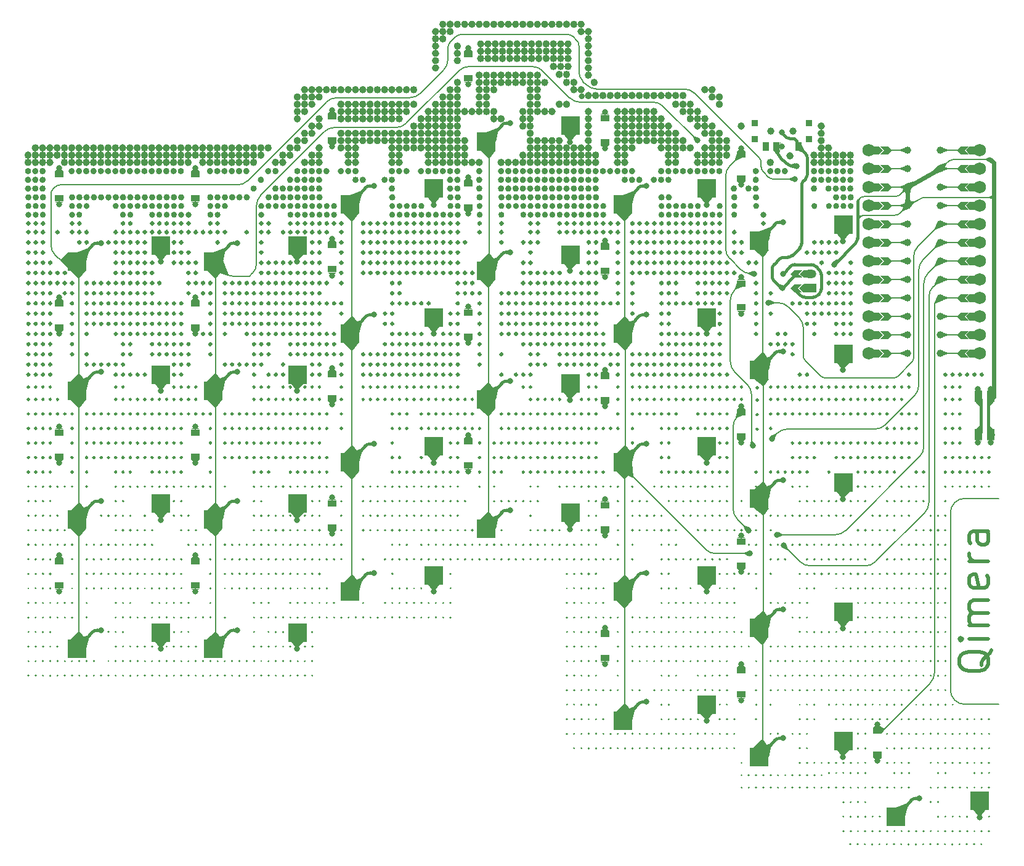
<source format=gbr>
%TF.GenerationSoftware,KiCad,Pcbnew,8.0.5*%
%TF.CreationDate,2024-10-08T15:48:39-07:00*%
%TF.ProjectId,qimera_pcb,71696d65-7261-45f7-9063-622e6b696361,v1.0.0*%
%TF.SameCoordinates,Original*%
%TF.FileFunction,Copper,L1,Top*%
%TF.FilePolarity,Positive*%
%FSLAX46Y46*%
G04 Gerber Fmt 4.6, Leading zero omitted, Abs format (unit mm)*
G04 Created by KiCad (PCBNEW 8.0.5) date 2024-10-08 15:48:39*
%MOMM*%
%LPD*%
G01*
G04 APERTURE LIST*
%TA.AperFunction,NonConductor*%
%ADD10C,0.200000*%
%TD*%
%TA.AperFunction,NonConductor*%
%ADD11C,0.350000*%
%TD*%
%TA.AperFunction,NonConductor*%
%ADD12C,0.250000*%
%TD*%
%TA.AperFunction,NonConductor*%
%ADD13C,0.150000*%
%TD*%
%TA.AperFunction,NonConductor*%
%ADD14C,0.300000*%
%TD*%
%TA.AperFunction,NonConductor*%
%ADD15C,0.500000*%
%TD*%
%TA.AperFunction,NonConductor*%
%ADD16C,0.400000*%
%TD*%
%TA.AperFunction,NonConductor*%
%ADD17C,0.450000*%
%TD*%
%TA.AperFunction,Conductor*%
%ADD18C,0.300000*%
%TD*%
%TA.AperFunction,Conductor*%
%ADD19C,0.200000*%
%TD*%
%TA.AperFunction,Conductor*%
%ADD20C,0.400000*%
%TD*%
%TA.AperFunction,Conductor*%
%ADD21C,0.450000*%
%TD*%
%TA.AperFunction,Conductor*%
%ADD22C,0.350000*%
%TD*%
%TA.AperFunction,Conductor*%
%ADD23C,0.500000*%
%TD*%
%ADD24C,0.500000*%
%TA.AperFunction,EtchedComponent*%
%ADD25C,0.400000*%
%TD*%
%TA.AperFunction,EtchedComponent*%
%ADD26C,0.000000*%
%TD*%
%TA.AperFunction,EtchedComponent*%
%ADD27C,0.200000*%
%TD*%
%TA.AperFunction,EtchedComponent*%
%ADD28C,0.050000*%
%TD*%
%TA.AperFunction,SMDPad,CuDef*%
%ADD29R,2.600000X2.600000*%
%TD*%
%TA.AperFunction,ComponentPad*%
%ADD30C,0.800000*%
%TD*%
%TA.AperFunction,SMDPad,CuDef*%
%ADD31R,0.900000X0.900000*%
%TD*%
%TA.AperFunction,WasherPad*%
%ADD32C,1.000000*%
%TD*%
%TA.AperFunction,SMDPad,CuDef*%
%ADD33R,0.900000X1.250000*%
%TD*%
%TA.AperFunction,SMDPad,CuDef*%
%ADD34R,1.000000X1.550000*%
%TD*%
%TA.AperFunction,SMDPad,CuDef*%
%ADD35R,1.200000X0.900000*%
%TD*%
%TA.AperFunction,ComponentPad*%
%ADD36C,1.000000*%
%TD*%
%TA.AperFunction,ComponentPad*%
%ADD37C,1.752600*%
%TD*%
%TA.AperFunction,ComponentPad*%
%ADD38R,1.700000X1.200000*%
%TD*%
%TA.AperFunction,ComponentPad*%
%ADD39O,1.700000X1.200000*%
%TD*%
%TA.AperFunction,ViaPad*%
%ADD40C,0.800000*%
%TD*%
%TA.AperFunction,Conductor*%
%ADD41C,0.600000*%
%TD*%
G04 APERTURE END LIST*
D10*
X172150000Y-149300000D02*
G75*
G02*
X171950000Y-149300000I-100000J0D01*
G01*
X171950000Y-149300000D02*
G75*
G02*
X172150000Y-149300000I100000J0D01*
G01*
D11*
X178225000Y-114500000D02*
G75*
G02*
X177875000Y-114500000I-175000J0D01*
G01*
X177875000Y-114500000D02*
G75*
G02*
X178225000Y-114500000I175000J0D01*
G01*
D12*
X139175000Y-143300000D02*
G75*
G02*
X138925000Y-143300000I-125000J0D01*
G01*
X138925000Y-143300000D02*
G75*
G02*
X139175000Y-143300000I125000J0D01*
G01*
D13*
X250125000Y-177300000D02*
G75*
G02*
X249975000Y-177300000I-75000J0D01*
G01*
X249975000Y-177300000D02*
G75*
G02*
X250125000Y-177300000I75000J0D01*
G01*
D10*
X244150000Y-153300000D02*
G75*
G02*
X243950000Y-153300000I-100000J0D01*
G01*
X243950000Y-153300000D02*
G75*
G02*
X244150000Y-153300000I100000J0D01*
G01*
D11*
X174225000Y-113100000D02*
G75*
G02*
X173875000Y-113100000I-175000J0D01*
G01*
X173875000Y-113100000D02*
G75*
G02*
X174225000Y-113100000I175000J0D01*
G01*
D14*
X212200000Y-120100000D02*
G75*
G02*
X211900000Y-120100000I-150000J0D01*
G01*
X211900000Y-120100000D02*
G75*
G02*
X212200000Y-120100000I150000J0D01*
G01*
D13*
X130125000Y-169300000D02*
G75*
G02*
X129975000Y-169300000I-75000J0D01*
G01*
X129975000Y-169300000D02*
G75*
G02*
X130125000Y-169300000I75000J0D01*
G01*
D12*
X157175000Y-143300000D02*
G75*
G02*
X156925000Y-143300000I-125000J0D01*
G01*
X156925000Y-143300000D02*
G75*
G02*
X157175000Y-143300000I125000J0D01*
G01*
D10*
X136150000Y-153300000D02*
G75*
G02*
X135950000Y-153300000I-100000J0D01*
G01*
X135950000Y-153300000D02*
G75*
G02*
X136150000Y-153300000I100000J0D01*
G01*
D13*
X200125000Y-171300000D02*
G75*
G02*
X199975000Y-171300000I-75000J0D01*
G01*
X199975000Y-171300000D02*
G75*
G02*
X200125000Y-171300000I75000J0D01*
G01*
X242125000Y-192700000D02*
G75*
G02*
X241975000Y-192700000I-75000J0D01*
G01*
X241975000Y-192700000D02*
G75*
G02*
X242125000Y-192700000I75000J0D01*
G01*
D14*
X161200000Y-127100000D02*
G75*
G02*
X160900000Y-127100000I-150000J0D01*
G01*
X160900000Y-127100000D02*
G75*
G02*
X161200000Y-127100000I150000J0D01*
G01*
X147200000Y-121500000D02*
G75*
G02*
X146900000Y-121500000I-150000J0D01*
G01*
X146900000Y-121500000D02*
G75*
G02*
X147200000Y-121500000I150000J0D01*
G01*
D12*
X119175000Y-131600000D02*
G75*
G02*
X118925000Y-131600000I-125000J0D01*
G01*
X118925000Y-131600000D02*
G75*
G02*
X119175000Y-131600000I125000J0D01*
G01*
D15*
X139250000Y-99700000D02*
G75*
G02*
X138750000Y-99700000I-250000J0D01*
G01*
X138750000Y-99700000D02*
G75*
G02*
X139250000Y-99700000I250000J0D01*
G01*
D11*
X175225000Y-113100000D02*
G75*
G02*
X174875000Y-113100000I-175000J0D01*
G01*
X174875000Y-113100000D02*
G75*
G02*
X175225000Y-113100000I175000J0D01*
G01*
X168225000Y-114500000D02*
G75*
G02*
X167875000Y-114500000I-175000J0D01*
G01*
X167875000Y-114500000D02*
G75*
G02*
X168225000Y-114500000I175000J0D01*
G01*
D10*
X144150000Y-145300000D02*
G75*
G02*
X143950000Y-145300000I-100000J0D01*
G01*
X143950000Y-145300000D02*
G75*
G02*
X144150000Y-145300000I100000J0D01*
G01*
D16*
X190250000Y-107900000D02*
G75*
G02*
X189850000Y-107900000I-200000J0D01*
G01*
X189850000Y-107900000D02*
G75*
G02*
X190250000Y-107900000I200000J0D01*
G01*
D10*
X212150000Y-147300000D02*
G75*
G02*
X211950000Y-147300000I-100000J0D01*
G01*
X211950000Y-147300000D02*
G75*
G02*
X212150000Y-147300000I100000J0D01*
G01*
D15*
X193450000Y-84400000D02*
G75*
G02*
X192950000Y-84400000I-250000J0D01*
G01*
X192950000Y-84400000D02*
G75*
G02*
X193450000Y-84400000I250000J0D01*
G01*
D13*
X198125000Y-177300000D02*
G75*
G02*
X197975000Y-177300000I-75000J0D01*
G01*
X197975000Y-177300000D02*
G75*
G02*
X198125000Y-177300000I75000J0D01*
G01*
D12*
X148175000Y-137300000D02*
G75*
G02*
X147925000Y-137300000I-125000J0D01*
G01*
X147925000Y-137300000D02*
G75*
G02*
X148175000Y-137300000I125000J0D01*
G01*
D10*
X243150000Y-153300000D02*
G75*
G02*
X242950000Y-153300000I-100000J0D01*
G01*
X242950000Y-153300000D02*
G75*
G02*
X243150000Y-153300000I100000J0D01*
G01*
D16*
X194250000Y-107900000D02*
G75*
G02*
X193850000Y-107900000I-200000J0D01*
G01*
X193850000Y-107900000D02*
G75*
G02*
X194250000Y-107900000I200000J0D01*
G01*
D13*
X245125000Y-183300000D02*
G75*
G02*
X244975000Y-183300000I-75000J0D01*
G01*
X244975000Y-183300000D02*
G75*
G02*
X245125000Y-183300000I75000J0D01*
G01*
D12*
X211175000Y-133300000D02*
G75*
G02*
X210925000Y-133300000I-125000J0D01*
G01*
X210925000Y-133300000D02*
G75*
G02*
X211175000Y-133300000I125000J0D01*
G01*
D13*
X207125000Y-179300000D02*
G75*
G02*
X206975000Y-179300000I-75000J0D01*
G01*
X206975000Y-179300000D02*
G75*
G02*
X207125000Y-179300000I75000J0D01*
G01*
D14*
X192200000Y-127100000D02*
G75*
G02*
X191900000Y-127100000I-150000J0D01*
G01*
X191900000Y-127100000D02*
G75*
G02*
X192200000Y-127100000I150000J0D01*
G01*
D12*
X130175000Y-135300000D02*
G75*
G02*
X129925000Y-135300000I-125000J0D01*
G01*
X129925000Y-135300000D02*
G75*
G02*
X130175000Y-135300000I125000J0D01*
G01*
D14*
X135200000Y-121500000D02*
G75*
G02*
X134900000Y-121500000I-150000J0D01*
G01*
X134900000Y-121500000D02*
G75*
G02*
X135200000Y-121500000I150000J0D01*
G01*
D11*
X150225000Y-117300000D02*
G75*
G02*
X149875000Y-117300000I-175000J0D01*
G01*
X149875000Y-117300000D02*
G75*
G02*
X150225000Y-117300000I175000J0D01*
G01*
D15*
X196250000Y-83700000D02*
G75*
G02*
X195750000Y-83700000I-250000J0D01*
G01*
X195750000Y-83700000D02*
G75*
G02*
X196250000Y-83700000I250000J0D01*
G01*
D12*
X188175000Y-143300000D02*
G75*
G02*
X187925000Y-143300000I-125000J0D01*
G01*
X187925000Y-143300000D02*
G75*
G02*
X188175000Y-143300000I125000J0D01*
G01*
D15*
X134250000Y-100700000D02*
G75*
G02*
X133750000Y-100700000I-250000J0D01*
G01*
X133750000Y-100700000D02*
G75*
G02*
X134250000Y-100700000I250000J0D01*
G01*
D17*
X121225000Y-104300000D02*
G75*
G02*
X120775000Y-104300000I-225000J0D01*
G01*
X120775000Y-104300000D02*
G75*
G02*
X121225000Y-104300000I225000J0D01*
G01*
D13*
X213125000Y-173300000D02*
G75*
G02*
X212975000Y-173300000I-75000J0D01*
G01*
X212975000Y-173300000D02*
G75*
G02*
X213125000Y-173300000I75000J0D01*
G01*
D17*
X194275000Y-105500000D02*
G75*
G02*
X193825000Y-105500000I-225000J0D01*
G01*
X193825000Y-105500000D02*
G75*
G02*
X194275000Y-105500000I225000J0D01*
G01*
D15*
X150250000Y-98700000D02*
G75*
G02*
X149750000Y-98700000I-250000J0D01*
G01*
X149750000Y-98700000D02*
G75*
G02*
X150250000Y-98700000I250000J0D01*
G01*
D10*
X179150000Y-147300000D02*
G75*
G02*
X178950000Y-147300000I-100000J0D01*
G01*
X178950000Y-147300000D02*
G75*
G02*
X179150000Y-147300000I100000J0D01*
G01*
D13*
X161125000Y-163300000D02*
G75*
G02*
X160975000Y-163300000I-75000J0D01*
G01*
X160975000Y-163300000D02*
G75*
G02*
X161125000Y-163300000I75000J0D01*
G01*
D12*
X121175000Y-139300000D02*
G75*
G02*
X120925000Y-139300000I-125000J0D01*
G01*
X120925000Y-139300000D02*
G75*
G02*
X121175000Y-139300000I125000J0D01*
G01*
D14*
X197200000Y-124300000D02*
G75*
G02*
X196900000Y-124300000I-150000J0D01*
G01*
X196900000Y-124300000D02*
G75*
G02*
X197200000Y-124300000I150000J0D01*
G01*
D10*
X177150000Y-151300000D02*
G75*
G02*
X176950000Y-151300000I-100000J0D01*
G01*
X176950000Y-151300000D02*
G75*
G02*
X177150000Y-151300000I100000J0D01*
G01*
D12*
X224175000Y-141300000D02*
G75*
G02*
X223925000Y-141300000I-125000J0D01*
G01*
X223925000Y-141300000D02*
G75*
G02*
X224175000Y-141300000I125000J0D01*
G01*
D15*
X189250000Y-90700000D02*
G75*
G02*
X188750000Y-90700000I-250000J0D01*
G01*
X188750000Y-90700000D02*
G75*
G02*
X189250000Y-90700000I250000J0D01*
G01*
D12*
X183175000Y-143300000D02*
G75*
G02*
X182925000Y-143300000I-125000J0D01*
G01*
X182925000Y-143300000D02*
G75*
G02*
X183175000Y-143300000I125000J0D01*
G01*
D15*
X176250000Y-100700000D02*
G75*
G02*
X175750000Y-100700000I-250000J0D01*
G01*
X175750000Y-100700000D02*
G75*
G02*
X176250000Y-100700000I250000J0D01*
G01*
D12*
X151175000Y-137300000D02*
G75*
G02*
X150925000Y-137300000I-125000J0D01*
G01*
X150925000Y-137300000D02*
G75*
G02*
X151175000Y-137300000I125000J0D01*
G01*
D17*
X188225000Y-103100000D02*
G75*
G02*
X187775000Y-103100000I-225000J0D01*
G01*
X187775000Y-103100000D02*
G75*
G02*
X188225000Y-103100000I225000J0D01*
G01*
X209225000Y-101900000D02*
G75*
G02*
X208775000Y-101900000I-225000J0D01*
G01*
X208775000Y-101900000D02*
G75*
G02*
X209225000Y-101900000I225000J0D01*
G01*
X174225000Y-101900000D02*
G75*
G02*
X173775000Y-101900000I-225000J0D01*
G01*
X173775000Y-101900000D02*
G75*
G02*
X174225000Y-101900000I225000J0D01*
G01*
D11*
X193225000Y-110300000D02*
G75*
G02*
X192875000Y-110300000I-175000J0D01*
G01*
X192875000Y-110300000D02*
G75*
G02*
X193225000Y-110300000I175000J0D01*
G01*
X216225000Y-115900000D02*
G75*
G02*
X215875000Y-115900000I-175000J0D01*
G01*
X215875000Y-115900000D02*
G75*
G02*
X216225000Y-115900000I175000J0D01*
G01*
D12*
X195175000Y-141300000D02*
G75*
G02*
X194925000Y-141300000I-125000J0D01*
G01*
X194925000Y-141300000D02*
G75*
G02*
X195175000Y-141300000I125000J0D01*
G01*
X247175000Y-137300000D02*
G75*
G02*
X246925000Y-137300000I-125000J0D01*
G01*
X246925000Y-137300000D02*
G75*
G02*
X247175000Y-137300000I125000J0D01*
G01*
D11*
X151225000Y-114500000D02*
G75*
G02*
X150875000Y-114500000I-175000J0D01*
G01*
X150875000Y-114500000D02*
G75*
G02*
X151225000Y-114500000I175000J0D01*
G01*
D13*
X173125000Y-159300000D02*
G75*
G02*
X172975000Y-159300000I-75000J0D01*
G01*
X172975000Y-159300000D02*
G75*
G02*
X173125000Y-159300000I75000J0D01*
G01*
D11*
X145225000Y-111700000D02*
G75*
G02*
X144875000Y-111700000I-175000J0D01*
G01*
X144875000Y-111700000D02*
G75*
G02*
X145225000Y-111700000I175000J0D01*
G01*
D14*
X122200000Y-120100000D02*
G75*
G02*
X121900000Y-120100000I-150000J0D01*
G01*
X121900000Y-120100000D02*
G75*
G02*
X122200000Y-120100000I150000J0D01*
G01*
X193200000Y-124300000D02*
G75*
G02*
X192900000Y-124300000I-150000J0D01*
G01*
X192900000Y-124300000D02*
G75*
G02*
X193200000Y-124300000I150000J0D01*
G01*
D15*
X200250000Y-98700000D02*
G75*
G02*
X199750000Y-98700000I-250000J0D01*
G01*
X199750000Y-98700000D02*
G75*
G02*
X200250000Y-98700000I250000J0D01*
G01*
D13*
X239125000Y-181300000D02*
G75*
G02*
X238975000Y-181300000I-75000J0D01*
G01*
X238975000Y-181300000D02*
G75*
G02*
X239125000Y-181300000I75000J0D01*
G01*
D12*
X225175000Y-139300000D02*
G75*
G02*
X224925000Y-139300000I-125000J0D01*
G01*
X224925000Y-139300000D02*
G75*
G02*
X225175000Y-139300000I125000J0D01*
G01*
D15*
X175250000Y-85700000D02*
G75*
G02*
X174750000Y-85700000I-250000J0D01*
G01*
X174750000Y-85700000D02*
G75*
G02*
X175250000Y-85700000I250000J0D01*
G01*
D11*
X211225000Y-110300000D02*
G75*
G02*
X210875000Y-110300000I-175000J0D01*
G01*
X210875000Y-110300000D02*
G75*
G02*
X211225000Y-110300000I175000J0D01*
G01*
D17*
X194225000Y-101900000D02*
G75*
G02*
X193775000Y-101900000I-225000J0D01*
G01*
X193775000Y-101900000D02*
G75*
G02*
X194225000Y-101900000I225000J0D01*
G01*
D11*
X192225000Y-115900000D02*
G75*
G02*
X191875000Y-115900000I-175000J0D01*
G01*
X191875000Y-115900000D02*
G75*
G02*
X192225000Y-115900000I175000J0D01*
G01*
X231225000Y-117300000D02*
G75*
G02*
X230875000Y-117300000I-175000J0D01*
G01*
X230875000Y-117300000D02*
G75*
G02*
X231225000Y-117300000I175000J0D01*
G01*
X168225000Y-109100000D02*
G75*
G02*
X167875000Y-109100000I-175000J0D01*
G01*
X167875000Y-109100000D02*
G75*
G02*
X168225000Y-109100000I175000J0D01*
G01*
D12*
X152175000Y-131600000D02*
G75*
G02*
X151925000Y-131600000I-125000J0D01*
G01*
X151925000Y-131600000D02*
G75*
G02*
X152175000Y-131600000I125000J0D01*
G01*
D13*
X225125000Y-171300000D02*
G75*
G02*
X224975000Y-171300000I-75000J0D01*
G01*
X224975000Y-171300000D02*
G75*
G02*
X225125000Y-171300000I75000J0D01*
G01*
D17*
X171225000Y-101900000D02*
G75*
G02*
X170775000Y-101900000I-225000J0D01*
G01*
X170775000Y-101900000D02*
G75*
G02*
X171225000Y-101900000I225000J0D01*
G01*
D14*
X207200000Y-124300000D02*
G75*
G02*
X206900000Y-124300000I-150000J0D01*
G01*
X206900000Y-124300000D02*
G75*
G02*
X207200000Y-124300000I150000J0D01*
G01*
D13*
X121125000Y-167300000D02*
G75*
G02*
X120975000Y-167300000I-75000J0D01*
G01*
X120975000Y-167300000D02*
G75*
G02*
X121125000Y-167300000I75000J0D01*
G01*
D11*
X212225000Y-111700000D02*
G75*
G02*
X211875000Y-111700000I-175000J0D01*
G01*
X211875000Y-111700000D02*
G75*
G02*
X212225000Y-111700000I175000J0D01*
G01*
D10*
X221150000Y-151300000D02*
G75*
G02*
X220950000Y-151300000I-100000J0D01*
G01*
X220950000Y-151300000D02*
G75*
G02*
X221150000Y-151300000I100000J0D01*
G01*
D13*
X235125000Y-192700000D02*
G75*
G02*
X234975000Y-192700000I-75000J0D01*
G01*
X234975000Y-192700000D02*
G75*
G02*
X235125000Y-192700000I75000J0D01*
G01*
X197125000Y-161300000D02*
G75*
G02*
X196975000Y-161300000I-75000J0D01*
G01*
X196975000Y-161300000D02*
G75*
G02*
X197125000Y-161300000I75000J0D01*
G01*
D10*
X188150000Y-145300000D02*
G75*
G02*
X187950000Y-145300000I-100000J0D01*
G01*
X187950000Y-145300000D02*
G75*
G02*
X188150000Y-145300000I100000J0D01*
G01*
D13*
X207125000Y-177300000D02*
G75*
G02*
X206975000Y-177300000I-75000J0D01*
G01*
X206975000Y-177300000D02*
G75*
G02*
X207125000Y-177300000I75000J0D01*
G01*
D12*
X138175000Y-143300000D02*
G75*
G02*
X137925000Y-143300000I-125000J0D01*
G01*
X137925000Y-143300000D02*
G75*
G02*
X138175000Y-143300000I125000J0D01*
G01*
D10*
X146150000Y-145300000D02*
G75*
G02*
X145950000Y-145300000I-100000J0D01*
G01*
X145950000Y-145300000D02*
G75*
G02*
X146150000Y-145300000I100000J0D01*
G01*
D12*
X167175000Y-133300000D02*
G75*
G02*
X166925000Y-133300000I-125000J0D01*
G01*
X166925000Y-133300000D02*
G75*
G02*
X167175000Y-133300000I125000J0D01*
G01*
D10*
X206150000Y-157300000D02*
G75*
G02*
X205950000Y-157300000I-100000J0D01*
G01*
X205950000Y-157300000D02*
G75*
G02*
X206150000Y-157300000I100000J0D01*
G01*
D11*
X157225000Y-114500000D02*
G75*
G02*
X156875000Y-114500000I-175000J0D01*
G01*
X156875000Y-114500000D02*
G75*
G02*
X157225000Y-114500000I175000J0D01*
G01*
D12*
X229175000Y-133300000D02*
G75*
G02*
X228925000Y-133300000I-125000J0D01*
G01*
X228925000Y-133300000D02*
G75*
G02*
X229175000Y-133300000I125000J0D01*
G01*
D17*
X119275000Y-105500000D02*
G75*
G02*
X118825000Y-105500000I-225000J0D01*
G01*
X118825000Y-105500000D02*
G75*
G02*
X119275000Y-105500000I225000J0D01*
G01*
D13*
X206125000Y-159300000D02*
G75*
G02*
X205975000Y-159300000I-75000J0D01*
G01*
X205975000Y-159300000D02*
G75*
G02*
X206125000Y-159300000I75000J0D01*
G01*
D11*
X138225000Y-109100000D02*
G75*
G02*
X137875000Y-109100000I-175000J0D01*
G01*
X137875000Y-109100000D02*
G75*
G02*
X138225000Y-109100000I175000J0D01*
G01*
D14*
X213200000Y-118700000D02*
G75*
G02*
X212900000Y-118700000I-150000J0D01*
G01*
X212900000Y-118700000D02*
G75*
G02*
X213200000Y-118700000I150000J0D01*
G01*
D11*
X121225000Y-110300000D02*
G75*
G02*
X120875000Y-110300000I-175000J0D01*
G01*
X120875000Y-110300000D02*
G75*
G02*
X121225000Y-110300000I175000J0D01*
G01*
D13*
X150125000Y-165300000D02*
G75*
G02*
X149975000Y-165300000I-75000J0D01*
G01*
X149975000Y-165300000D02*
G75*
G02*
X150125000Y-165300000I75000J0D01*
G01*
D14*
X206200000Y-128500000D02*
G75*
G02*
X205900000Y-128500000I-150000J0D01*
G01*
X205900000Y-128500000D02*
G75*
G02*
X206200000Y-128500000I150000J0D01*
G01*
D13*
X199125000Y-163300000D02*
G75*
G02*
X198975000Y-163300000I-75000J0D01*
G01*
X198975000Y-163300000D02*
G75*
G02*
X199125000Y-163300000I75000J0D01*
G01*
D15*
X146250000Y-98700000D02*
G75*
G02*
X145750000Y-98700000I-250000J0D01*
G01*
X145750000Y-98700000D02*
G75*
G02*
X146250000Y-98700000I250000J0D01*
G01*
D11*
X162225000Y-114500000D02*
G75*
G02*
X161875000Y-114500000I-175000J0D01*
G01*
X161875000Y-114500000D02*
G75*
G02*
X162225000Y-114500000I175000J0D01*
G01*
D15*
X191250000Y-97700000D02*
G75*
G02*
X190750000Y-97700000I-250000J0D01*
G01*
X190750000Y-97700000D02*
G75*
G02*
X191250000Y-97700000I250000J0D01*
G01*
D10*
X133150000Y-151300000D02*
G75*
G02*
X132950000Y-151300000I-100000J0D01*
G01*
X132950000Y-151300000D02*
G75*
G02*
X133150000Y-151300000I100000J0D01*
G01*
D11*
X166225000Y-113100000D02*
G75*
G02*
X165875000Y-113100000I-175000J0D01*
G01*
X165875000Y-113100000D02*
G75*
G02*
X166225000Y-113100000I175000J0D01*
G01*
D13*
X128125000Y-169300000D02*
G75*
G02*
X127975000Y-169300000I-75000J0D01*
G01*
X127975000Y-169300000D02*
G75*
G02*
X128125000Y-169300000I75000J0D01*
G01*
D12*
X208175000Y-143300000D02*
G75*
G02*
X207925000Y-143300000I-125000J0D01*
G01*
X207925000Y-143300000D02*
G75*
G02*
X208175000Y-143300000I125000J0D01*
G01*
D13*
X220125000Y-186700000D02*
G75*
G02*
X219975000Y-186700000I-75000J0D01*
G01*
X219975000Y-186700000D02*
G75*
G02*
X220125000Y-186700000I75000J0D01*
G01*
D16*
X181250000Y-107900000D02*
G75*
G02*
X180850000Y-107900000I-200000J0D01*
G01*
X180850000Y-107900000D02*
G75*
G02*
X181250000Y-107900000I200000J0D01*
G01*
D14*
X177200000Y-124300000D02*
G75*
G02*
X176900000Y-124300000I-150000J0D01*
G01*
X176900000Y-124300000D02*
G75*
G02*
X177200000Y-124300000I150000J0D01*
G01*
D13*
X203125000Y-169300000D02*
G75*
G02*
X202975000Y-169300000I-75000J0D01*
G01*
X202975000Y-169300000D02*
G75*
G02*
X203125000Y-169300000I75000J0D01*
G01*
X230125000Y-177300000D02*
G75*
G02*
X229975000Y-177300000I-75000J0D01*
G01*
X229975000Y-177300000D02*
G75*
G02*
X230125000Y-177300000I75000J0D01*
G01*
D11*
X127225000Y-111700000D02*
G75*
G02*
X126875000Y-111700000I-175000J0D01*
G01*
X126875000Y-111700000D02*
G75*
G02*
X127225000Y-111700000I175000J0D01*
G01*
X204225000Y-113100000D02*
G75*
G02*
X203875000Y-113100000I-175000J0D01*
G01*
X203875000Y-113100000D02*
G75*
G02*
X204225000Y-113100000I175000J0D01*
G01*
D13*
X231125000Y-188700000D02*
G75*
G02*
X230975000Y-188700000I-75000J0D01*
G01*
X230975000Y-188700000D02*
G75*
G02*
X231125000Y-188700000I75000J0D01*
G01*
X232125000Y-159300000D02*
G75*
G02*
X231975000Y-159300000I-75000J0D01*
G01*
X231975000Y-159300000D02*
G75*
G02*
X232125000Y-159300000I75000J0D01*
G01*
D11*
X149225000Y-110300000D02*
G75*
G02*
X148875000Y-110300000I-175000J0D01*
G01*
X148875000Y-110300000D02*
G75*
G02*
X149225000Y-110300000I175000J0D01*
G01*
D12*
X157175000Y-133300000D02*
G75*
G02*
X156925000Y-133300000I-125000J0D01*
G01*
X156925000Y-133300000D02*
G75*
G02*
X157175000Y-133300000I125000J0D01*
G01*
D10*
X159150000Y-151300000D02*
G75*
G02*
X158950000Y-151300000I-100000J0D01*
G01*
X158950000Y-151300000D02*
G75*
G02*
X159150000Y-151300000I100000J0D01*
G01*
D15*
X170250000Y-100700000D02*
G75*
G02*
X169750000Y-100700000I-250000J0D01*
G01*
X169750000Y-100700000D02*
G75*
G02*
X170250000Y-100700000I250000J0D01*
G01*
D10*
X154150000Y-145300000D02*
G75*
G02*
X153950000Y-145300000I-100000J0D01*
G01*
X153950000Y-145300000D02*
G75*
G02*
X154150000Y-145300000I100000J0D01*
G01*
X239150000Y-145300000D02*
G75*
G02*
X238950000Y-145300000I-100000J0D01*
G01*
X238950000Y-145300000D02*
G75*
G02*
X239150000Y-145300000I100000J0D01*
G01*
X123150000Y-151300000D02*
G75*
G02*
X122950000Y-151300000I-100000J0D01*
G01*
X122950000Y-151300000D02*
G75*
G02*
X123150000Y-151300000I100000J0D01*
G01*
D16*
X230250000Y-106700000D02*
G75*
G02*
X229850000Y-106700000I-200000J0D01*
G01*
X229850000Y-106700000D02*
G75*
G02*
X230250000Y-106700000I200000J0D01*
G01*
D15*
X176250000Y-92700000D02*
G75*
G02*
X175750000Y-92700000I-250000J0D01*
G01*
X175750000Y-92700000D02*
G75*
G02*
X176250000Y-92700000I250000J0D01*
G01*
D12*
X123175000Y-135300000D02*
G75*
G02*
X122925000Y-135300000I-125000J0D01*
G01*
X122925000Y-135300000D02*
G75*
G02*
X123175000Y-135300000I125000J0D01*
G01*
D11*
X187225000Y-115900000D02*
G75*
G02*
X186875000Y-115900000I-175000J0D01*
G01*
X186875000Y-115900000D02*
G75*
G02*
X187225000Y-115900000I175000J0D01*
G01*
D10*
X251150000Y-145300000D02*
G75*
G02*
X250950000Y-145300000I-100000J0D01*
G01*
X250950000Y-145300000D02*
G75*
G02*
X251150000Y-145300000I100000J0D01*
G01*
D11*
X178225000Y-110300000D02*
G75*
G02*
X177875000Y-110300000I-175000J0D01*
G01*
X177875000Y-110300000D02*
G75*
G02*
X178225000Y-110300000I175000J0D01*
G01*
D13*
X213125000Y-165300000D02*
G75*
G02*
X212975000Y-165300000I-75000J0D01*
G01*
X212975000Y-165300000D02*
G75*
G02*
X213125000Y-165300000I75000J0D01*
G01*
D10*
X159150000Y-155300000D02*
G75*
G02*
X158950000Y-155300000I-100000J0D01*
G01*
X158950000Y-155300000D02*
G75*
G02*
X159150000Y-155300000I100000J0D01*
G01*
D12*
X132175000Y-135300000D02*
G75*
G02*
X131925000Y-135300000I-125000J0D01*
G01*
X131925000Y-135300000D02*
G75*
G02*
X132175000Y-135300000I125000J0D01*
G01*
D10*
X188150000Y-147300000D02*
G75*
G02*
X187950000Y-147300000I-100000J0D01*
G01*
X187950000Y-147300000D02*
G75*
G02*
X188150000Y-147300000I100000J0D01*
G01*
D15*
X127250000Y-98700000D02*
G75*
G02*
X126750000Y-98700000I-250000J0D01*
G01*
X126750000Y-98700000D02*
G75*
G02*
X127250000Y-98700000I250000J0D01*
G01*
D13*
X226125000Y-169300000D02*
G75*
G02*
X225975000Y-169300000I-75000J0D01*
G01*
X225975000Y-169300000D02*
G75*
G02*
X226125000Y-169300000I75000J0D01*
G01*
D16*
X119250000Y-107900000D02*
G75*
G02*
X118850000Y-107900000I-200000J0D01*
G01*
X118850000Y-107900000D02*
G75*
G02*
X119250000Y-107900000I200000J0D01*
G01*
D12*
X185175000Y-137300000D02*
G75*
G02*
X184925000Y-137300000I-125000J0D01*
G01*
X184925000Y-137300000D02*
G75*
G02*
X185175000Y-137300000I125000J0D01*
G01*
D15*
X169250000Y-99700000D02*
G75*
G02*
X168750000Y-99700000I-250000J0D01*
G01*
X168750000Y-99700000D02*
G75*
G02*
X169250000Y-99700000I250000J0D01*
G01*
D13*
X133125000Y-167300000D02*
G75*
G02*
X132975000Y-167300000I-75000J0D01*
G01*
X132975000Y-167300000D02*
G75*
G02*
X133125000Y-167300000I75000J0D01*
G01*
D12*
X193175000Y-141300000D02*
G75*
G02*
X192925000Y-141300000I-125000J0D01*
G01*
X192925000Y-141300000D02*
G75*
G02*
X193175000Y-141300000I125000J0D01*
G01*
D13*
X195125000Y-173300000D02*
G75*
G02*
X194975000Y-173300000I-75000J0D01*
G01*
X194975000Y-173300000D02*
G75*
G02*
X195125000Y-173300000I75000J0D01*
G01*
D14*
X191200000Y-124300000D02*
G75*
G02*
X190900000Y-124300000I-150000J0D01*
G01*
X190900000Y-124300000D02*
G75*
G02*
X191200000Y-124300000I150000J0D01*
G01*
X159200000Y-127100000D02*
G75*
G02*
X158900000Y-127100000I-150000J0D01*
G01*
X158900000Y-127100000D02*
G75*
G02*
X159200000Y-127100000I150000J0D01*
G01*
D13*
X240125000Y-163300000D02*
G75*
G02*
X239975000Y-163300000I-75000J0D01*
G01*
X239975000Y-163300000D02*
G75*
G02*
X240125000Y-163300000I75000J0D01*
G01*
D17*
X231225000Y-101900000D02*
G75*
G02*
X230775000Y-101900000I-225000J0D01*
G01*
X230775000Y-101900000D02*
G75*
G02*
X231225000Y-101900000I225000J0D01*
G01*
D13*
X243125000Y-188700000D02*
G75*
G02*
X242975000Y-188700000I-75000J0D01*
G01*
X242975000Y-188700000D02*
G75*
G02*
X243125000Y-188700000I75000J0D01*
G01*
D14*
X127200000Y-118700000D02*
G75*
G02*
X126900000Y-118700000I-150000J0D01*
G01*
X126900000Y-118700000D02*
G75*
G02*
X127200000Y-118700000I150000J0D01*
G01*
D15*
X167250000Y-94700000D02*
G75*
G02*
X166750000Y-94700000I-250000J0D01*
G01*
X166750000Y-94700000D02*
G75*
G02*
X167250000Y-94700000I250000J0D01*
G01*
D12*
X140175000Y-139300000D02*
G75*
G02*
X139925000Y-139300000I-125000J0D01*
G01*
X139925000Y-139300000D02*
G75*
G02*
X140175000Y-139300000I125000J0D01*
G01*
D14*
X151200000Y-120100000D02*
G75*
G02*
X150900000Y-120100000I-150000J0D01*
G01*
X150900000Y-120100000D02*
G75*
G02*
X151200000Y-120100000I150000J0D01*
G01*
D10*
X245150000Y-147300000D02*
G75*
G02*
X244950000Y-147300000I-100000J0D01*
G01*
X244950000Y-147300000D02*
G75*
G02*
X245150000Y-147300000I100000J0D01*
G01*
D13*
X212125000Y-167300000D02*
G75*
G02*
X211975000Y-167300000I-75000J0D01*
G01*
X211975000Y-167300000D02*
G75*
G02*
X212125000Y-167300000I75000J0D01*
G01*
D15*
X179250000Y-98700000D02*
G75*
G02*
X178750000Y-98700000I-250000J0D01*
G01*
X178750000Y-98700000D02*
G75*
G02*
X179250000Y-98700000I250000J0D01*
G01*
D16*
X196250000Y-106700000D02*
G75*
G02*
X195850000Y-106700000I-200000J0D01*
G01*
X195850000Y-106700000D02*
G75*
G02*
X196250000Y-106700000I200000J0D01*
G01*
D12*
X239175000Y-135300000D02*
G75*
G02*
X238925000Y-135300000I-125000J0D01*
G01*
X238925000Y-135300000D02*
G75*
G02*
X239175000Y-135300000I125000J0D01*
G01*
D15*
X165250000Y-90700000D02*
G75*
G02*
X164750000Y-90700000I-250000J0D01*
G01*
X164750000Y-90700000D02*
G75*
G02*
X165250000Y-90700000I250000J0D01*
G01*
D12*
X245175000Y-135300000D02*
G75*
G02*
X244925000Y-135300000I-125000J0D01*
G01*
X244925000Y-135300000D02*
G75*
G02*
X245175000Y-135300000I125000J0D01*
G01*
D10*
X139150000Y-147300000D02*
G75*
G02*
X138950000Y-147300000I-100000J0D01*
G01*
X138950000Y-147300000D02*
G75*
G02*
X139150000Y-147300000I100000J0D01*
G01*
D12*
X202175000Y-135300000D02*
G75*
G02*
X201925000Y-135300000I-125000J0D01*
G01*
X201925000Y-135300000D02*
G75*
G02*
X202175000Y-135300000I125000J0D01*
G01*
D15*
X150250000Y-100700000D02*
G75*
G02*
X149750000Y-100700000I-250000J0D01*
G01*
X149750000Y-100700000D02*
G75*
G02*
X150250000Y-100700000I250000J0D01*
G01*
D12*
X141175000Y-135300000D02*
G75*
G02*
X140925000Y-135300000I-125000J0D01*
G01*
X140925000Y-135300000D02*
G75*
G02*
X141175000Y-135300000I125000J0D01*
G01*
X129175000Y-137300000D02*
G75*
G02*
X128925000Y-137300000I-125000J0D01*
G01*
X128925000Y-137300000D02*
G75*
G02*
X129175000Y-137300000I125000J0D01*
G01*
D15*
X178250000Y-100700000D02*
G75*
G02*
X177750000Y-100700000I-250000J0D01*
G01*
X177750000Y-100700000D02*
G75*
G02*
X178250000Y-100700000I250000J0D01*
G01*
D17*
X190225000Y-101900000D02*
G75*
G02*
X189775000Y-101900000I-225000J0D01*
G01*
X189775000Y-101900000D02*
G75*
G02*
X190225000Y-101900000I225000J0D01*
G01*
D13*
X205125000Y-167300000D02*
G75*
G02*
X204975000Y-167300000I-75000J0D01*
G01*
X204975000Y-167300000D02*
G75*
G02*
X205125000Y-167300000I75000J0D01*
G01*
D12*
X174175000Y-135300000D02*
G75*
G02*
X173925000Y-135300000I-125000J0D01*
G01*
X173925000Y-135300000D02*
G75*
G02*
X174175000Y-135300000I125000J0D01*
G01*
D13*
X249125000Y-192700000D02*
G75*
G02*
X248975000Y-192700000I-75000J0D01*
G01*
X248975000Y-192700000D02*
G75*
G02*
X249125000Y-192700000I75000J0D01*
G01*
D14*
X186200000Y-120100000D02*
G75*
G02*
X185900000Y-120100000I-150000J0D01*
G01*
X185900000Y-120100000D02*
G75*
G02*
X186200000Y-120100000I150000J0D01*
G01*
D17*
X193225000Y-101900000D02*
G75*
G02*
X192775000Y-101900000I-225000J0D01*
G01*
X192775000Y-101900000D02*
G75*
G02*
X193225000Y-101900000I225000J0D01*
G01*
D12*
X171175000Y-131600000D02*
G75*
G02*
X170925000Y-131600000I-125000J0D01*
G01*
X170925000Y-131600000D02*
G75*
G02*
X171175000Y-131600000I125000J0D01*
G01*
D15*
X156250000Y-92700000D02*
G75*
G02*
X155750000Y-92700000I-250000J0D01*
G01*
X155750000Y-92700000D02*
G75*
G02*
X156250000Y-92700000I250000J0D01*
G01*
D13*
X225125000Y-167300000D02*
G75*
G02*
X224975000Y-167300000I-75000J0D01*
G01*
X224975000Y-167300000D02*
G75*
G02*
X225125000Y-167300000I75000J0D01*
G01*
X170125000Y-163300000D02*
G75*
G02*
X169975000Y-163300000I-75000J0D01*
G01*
X169975000Y-163300000D02*
G75*
G02*
X170125000Y-163300000I75000J0D01*
G01*
X119125000Y-159300000D02*
G75*
G02*
X118975000Y-159300000I-75000J0D01*
G01*
X118975000Y-159300000D02*
G75*
G02*
X119125000Y-159300000I75000J0D01*
G01*
D11*
X204225000Y-110300000D02*
G75*
G02*
X203875000Y-110300000I-175000J0D01*
G01*
X203875000Y-110300000D02*
G75*
G02*
X204225000Y-110300000I175000J0D01*
G01*
D10*
X157150000Y-155300000D02*
G75*
G02*
X156950000Y-155300000I-100000J0D01*
G01*
X156950000Y-155300000D02*
G75*
G02*
X157150000Y-155300000I100000J0D01*
G01*
D12*
X175175000Y-135300000D02*
G75*
G02*
X174925000Y-135300000I-125000J0D01*
G01*
X174925000Y-135300000D02*
G75*
G02*
X175175000Y-135300000I125000J0D01*
G01*
D13*
X151125000Y-161300000D02*
G75*
G02*
X150975000Y-161300000I-75000J0D01*
G01*
X150975000Y-161300000D02*
G75*
G02*
X151125000Y-161300000I75000J0D01*
G01*
D14*
X150200000Y-125700000D02*
G75*
G02*
X149900000Y-125700000I-150000J0D01*
G01*
X149900000Y-125700000D02*
G75*
G02*
X150200000Y-125700000I150000J0D01*
G01*
X193200000Y-128500000D02*
G75*
G02*
X192900000Y-128500000I-150000J0D01*
G01*
X192900000Y-128500000D02*
G75*
G02*
X193200000Y-128500000I150000J0D01*
G01*
D10*
X167150000Y-149300000D02*
G75*
G02*
X166950000Y-149300000I-100000J0D01*
G01*
X166950000Y-149300000D02*
G75*
G02*
X167150000Y-149300000I100000J0D01*
G01*
X148150000Y-155300000D02*
G75*
G02*
X147950000Y-155300000I-100000J0D01*
G01*
X147950000Y-155300000D02*
G75*
G02*
X148150000Y-155300000I100000J0D01*
G01*
D12*
X155175000Y-143300000D02*
G75*
G02*
X154925000Y-143300000I-125000J0D01*
G01*
X154925000Y-143300000D02*
G75*
G02*
X155175000Y-143300000I125000J0D01*
G01*
D10*
X245150000Y-157300000D02*
G75*
G02*
X244950000Y-157300000I-100000J0D01*
G01*
X244950000Y-157300000D02*
G75*
G02*
X245150000Y-157300000I100000J0D01*
G01*
D13*
X144125000Y-171300000D02*
G75*
G02*
X143975000Y-171300000I-75000J0D01*
G01*
X143975000Y-171300000D02*
G75*
G02*
X144125000Y-171300000I75000J0D01*
G01*
D11*
X230225000Y-111700000D02*
G75*
G02*
X229875000Y-111700000I-175000J0D01*
G01*
X229875000Y-111700000D02*
G75*
G02*
X230225000Y-111700000I175000J0D01*
G01*
D13*
X141125000Y-161300000D02*
G75*
G02*
X140975000Y-161300000I-75000J0D01*
G01*
X140975000Y-161300000D02*
G75*
G02*
X141125000Y-161300000I75000J0D01*
G01*
X207125000Y-167300000D02*
G75*
G02*
X206975000Y-167300000I-75000J0D01*
G01*
X206975000Y-167300000D02*
G75*
G02*
X207125000Y-167300000I75000J0D01*
G01*
D17*
X128275000Y-105500000D02*
G75*
G02*
X127825000Y-105500000I-225000J0D01*
G01*
X127825000Y-105500000D02*
G75*
G02*
X128275000Y-105500000I225000J0D01*
G01*
D12*
X239175000Y-137300000D02*
G75*
G02*
X238925000Y-137300000I-125000J0D01*
G01*
X238925000Y-137300000D02*
G75*
G02*
X239175000Y-137300000I125000J0D01*
G01*
D10*
X243150000Y-149300000D02*
G75*
G02*
X242950000Y-149300000I-100000J0D01*
G01*
X242950000Y-149300000D02*
G75*
G02*
X243150000Y-149300000I100000J0D01*
G01*
D14*
X214200000Y-125700000D02*
G75*
G02*
X213900000Y-125700000I-150000J0D01*
G01*
X213900000Y-125700000D02*
G75*
G02*
X214200000Y-125700000I150000J0D01*
G01*
D10*
X230150000Y-149300000D02*
G75*
G02*
X229950000Y-149300000I-100000J0D01*
G01*
X229950000Y-149300000D02*
G75*
G02*
X230150000Y-149300000I100000J0D01*
G01*
D14*
X150200000Y-118700000D02*
G75*
G02*
X149900000Y-118700000I-150000J0D01*
G01*
X149900000Y-118700000D02*
G75*
G02*
X150200000Y-118700000I150000J0D01*
G01*
D10*
X158150000Y-147300000D02*
G75*
G02*
X157950000Y-147300000I-100000J0D01*
G01*
X157950000Y-147300000D02*
G75*
G02*
X158150000Y-147300000I100000J0D01*
G01*
D13*
X239125000Y-184700000D02*
G75*
G02*
X238975000Y-184700000I-75000J0D01*
G01*
X238975000Y-184700000D02*
G75*
G02*
X239125000Y-184700000I75000J0D01*
G01*
D15*
X192250000Y-99700000D02*
G75*
G02*
X191750000Y-99700000I-250000J0D01*
G01*
X191750000Y-99700000D02*
G75*
G02*
X192250000Y-99700000I250000J0D01*
G01*
D10*
X230150000Y-155300000D02*
G75*
G02*
X229950000Y-155300000I-100000J0D01*
G01*
X229950000Y-155300000D02*
G75*
G02*
X230150000Y-155300000I100000J0D01*
G01*
X234150000Y-147300000D02*
G75*
G02*
X233950000Y-147300000I-100000J0D01*
G01*
X233950000Y-147300000D02*
G75*
G02*
X234150000Y-147300000I100000J0D01*
G01*
D15*
X152250000Y-98700000D02*
G75*
G02*
X151750000Y-98700000I-250000J0D01*
G01*
X151750000Y-98700000D02*
G75*
G02*
X152250000Y-98700000I250000J0D01*
G01*
D11*
X154225000Y-114500000D02*
G75*
G02*
X153875000Y-114500000I-175000J0D01*
G01*
X153875000Y-114500000D02*
G75*
G02*
X154225000Y-114500000I175000J0D01*
G01*
D13*
X196125000Y-161300000D02*
G75*
G02*
X195975000Y-161300000I-75000J0D01*
G01*
X195975000Y-161300000D02*
G75*
G02*
X196125000Y-161300000I75000J0D01*
G01*
D14*
X223200000Y-124300000D02*
G75*
G02*
X222900000Y-124300000I-150000J0D01*
G01*
X222900000Y-124300000D02*
G75*
G02*
X223200000Y-124300000I150000J0D01*
G01*
D16*
X173250000Y-106700000D02*
G75*
G02*
X172850000Y-106700000I-200000J0D01*
G01*
X172850000Y-106700000D02*
G75*
G02*
X173250000Y-106700000I200000J0D01*
G01*
D14*
X156200000Y-122900000D02*
G75*
G02*
X155900000Y-122900000I-150000J0D01*
G01*
X155900000Y-122900000D02*
G75*
G02*
X156200000Y-122900000I150000J0D01*
G01*
D13*
X242125000Y-163300000D02*
G75*
G02*
X241975000Y-163300000I-75000J0D01*
G01*
X241975000Y-163300000D02*
G75*
G02*
X242125000Y-163300000I75000J0D01*
G01*
X193125000Y-177300000D02*
G75*
G02*
X192975000Y-177300000I-75000J0D01*
G01*
X192975000Y-177300000D02*
G75*
G02*
X193125000Y-177300000I75000J0D01*
G01*
D12*
X132175000Y-143300000D02*
G75*
G02*
X131925000Y-143300000I-125000J0D01*
G01*
X131925000Y-143300000D02*
G75*
G02*
X132175000Y-143300000I125000J0D01*
G01*
D15*
X170250000Y-93700000D02*
G75*
G02*
X169750000Y-93700000I-250000J0D01*
G01*
X169750000Y-93700000D02*
G75*
G02*
X170250000Y-93700000I250000J0D01*
G01*
D10*
X219150000Y-151300000D02*
G75*
G02*
X218950000Y-151300000I-100000J0D01*
G01*
X218950000Y-151300000D02*
G75*
G02*
X219150000Y-151300000I100000J0D01*
G01*
X135150000Y-151300000D02*
G75*
G02*
X134950000Y-151300000I-100000J0D01*
G01*
X134950000Y-151300000D02*
G75*
G02*
X135150000Y-151300000I100000J0D01*
G01*
D13*
X164125000Y-163300000D02*
G75*
G02*
X163975000Y-163300000I-75000J0D01*
G01*
X163975000Y-163300000D02*
G75*
G02*
X164125000Y-163300000I75000J0D01*
G01*
D15*
X131250000Y-99700000D02*
G75*
G02*
X130750000Y-99700000I-250000J0D01*
G01*
X130750000Y-99700000D02*
G75*
G02*
X131250000Y-99700000I250000J0D01*
G01*
D13*
X236125000Y-167300000D02*
G75*
G02*
X235975000Y-167300000I-75000J0D01*
G01*
X235975000Y-167300000D02*
G75*
G02*
X236125000Y-167300000I75000J0D01*
G01*
D12*
X179175000Y-133300000D02*
G75*
G02*
X178925000Y-133300000I-125000J0D01*
G01*
X178925000Y-133300000D02*
G75*
G02*
X179175000Y-133300000I125000J0D01*
G01*
X233175000Y-141300000D02*
G75*
G02*
X232925000Y-141300000I-125000J0D01*
G01*
X232925000Y-141300000D02*
G75*
G02*
X233175000Y-141300000I125000J0D01*
G01*
D14*
X215200000Y-118700000D02*
G75*
G02*
X214900000Y-118700000I-150000J0D01*
G01*
X214900000Y-118700000D02*
G75*
G02*
X215200000Y-118700000I150000J0D01*
G01*
D13*
X241125000Y-167300000D02*
G75*
G02*
X240975000Y-167300000I-75000J0D01*
G01*
X240975000Y-167300000D02*
G75*
G02*
X241125000Y-167300000I75000J0D01*
G01*
D14*
X168200000Y-125700000D02*
G75*
G02*
X167900000Y-125700000I-150000J0D01*
G01*
X167900000Y-125700000D02*
G75*
G02*
X168200000Y-125700000I150000J0D01*
G01*
D11*
X229225000Y-113100000D02*
G75*
G02*
X228875000Y-113100000I-175000J0D01*
G01*
X228875000Y-113100000D02*
G75*
G02*
X229225000Y-113100000I175000J0D01*
G01*
D15*
X192450000Y-84400000D02*
G75*
G02*
X191950000Y-84400000I-250000J0D01*
G01*
X191950000Y-84400000D02*
G75*
G02*
X192450000Y-84400000I250000J0D01*
G01*
D17*
X188225000Y-104300000D02*
G75*
G02*
X187775000Y-104300000I-225000J0D01*
G01*
X187775000Y-104300000D02*
G75*
G02*
X188225000Y-104300000I225000J0D01*
G01*
D15*
X119250000Y-100700000D02*
G75*
G02*
X118750000Y-100700000I-250000J0D01*
G01*
X118750000Y-100700000D02*
G75*
G02*
X119250000Y-100700000I250000J0D01*
G01*
D10*
X215150000Y-151300000D02*
G75*
G02*
X214950000Y-151300000I-100000J0D01*
G01*
X214950000Y-151300000D02*
G75*
G02*
X215150000Y-151300000I100000J0D01*
G01*
D12*
X237175000Y-139300000D02*
G75*
G02*
X236925000Y-139300000I-125000J0D01*
G01*
X236925000Y-139300000D02*
G75*
G02*
X237175000Y-139300000I125000J0D01*
G01*
X154175000Y-135300000D02*
G75*
G02*
X153925000Y-135300000I-125000J0D01*
G01*
X153925000Y-135300000D02*
G75*
G02*
X154175000Y-135300000I125000J0D01*
G01*
D14*
X232200000Y-121500000D02*
G75*
G02*
X231900000Y-121500000I-150000J0D01*
G01*
X231900000Y-121500000D02*
G75*
G02*
X232200000Y-121500000I150000J0D01*
G01*
D15*
X193250000Y-92700000D02*
G75*
G02*
X192750000Y-92700000I-250000J0D01*
G01*
X192750000Y-92700000D02*
G75*
G02*
X193250000Y-92700000I250000J0D01*
G01*
D12*
X245175000Y-131600000D02*
G75*
G02*
X244925000Y-131600000I-125000J0D01*
G01*
X244925000Y-131600000D02*
G75*
G02*
X245175000Y-131600000I125000J0D01*
G01*
D17*
X195225000Y-104300000D02*
G75*
G02*
X194775000Y-104300000I-225000J0D01*
G01*
X194775000Y-104300000D02*
G75*
G02*
X195225000Y-104300000I225000J0D01*
G01*
D15*
X183250000Y-88700000D02*
G75*
G02*
X182750000Y-88700000I-250000J0D01*
G01*
X182750000Y-88700000D02*
G75*
G02*
X183250000Y-88700000I250000J0D01*
G01*
D16*
X178250000Y-107900000D02*
G75*
G02*
X177850000Y-107900000I-200000J0D01*
G01*
X177850000Y-107900000D02*
G75*
G02*
X178250000Y-107900000I200000J0D01*
G01*
D13*
X247125000Y-186700000D02*
G75*
G02*
X246975000Y-186700000I-75000J0D01*
G01*
X246975000Y-186700000D02*
G75*
G02*
X247125000Y-186700000I75000J0D01*
G01*
D10*
X206150000Y-151300000D02*
G75*
G02*
X205950000Y-151300000I-100000J0D01*
G01*
X205950000Y-151300000D02*
G75*
G02*
X206150000Y-151300000I100000J0D01*
G01*
X229150000Y-153300000D02*
G75*
G02*
X228950000Y-153300000I-100000J0D01*
G01*
X228950000Y-153300000D02*
G75*
G02*
X229150000Y-153300000I100000J0D01*
G01*
D12*
X221175000Y-133300000D02*
G75*
G02*
X220925000Y-133300000I-125000J0D01*
G01*
X220925000Y-133300000D02*
G75*
G02*
X221175000Y-133300000I125000J0D01*
G01*
D14*
X197200000Y-125700000D02*
G75*
G02*
X196900000Y-125700000I-150000J0D01*
G01*
X196900000Y-125700000D02*
G75*
G02*
X197200000Y-125700000I150000J0D01*
G01*
D10*
X240150000Y-149300000D02*
G75*
G02*
X239950000Y-149300000I-100000J0D01*
G01*
X239950000Y-149300000D02*
G75*
G02*
X240150000Y-149300000I100000J0D01*
G01*
D15*
X191250000Y-100700000D02*
G75*
G02*
X190750000Y-100700000I-250000J0D01*
G01*
X190750000Y-100700000D02*
G75*
G02*
X191250000Y-100700000I250000J0D01*
G01*
D11*
X193225000Y-109100000D02*
G75*
G02*
X192875000Y-109100000I-175000J0D01*
G01*
X192875000Y-109100000D02*
G75*
G02*
X193225000Y-109100000I175000J0D01*
G01*
D13*
X226125000Y-179300000D02*
G75*
G02*
X225975000Y-179300000I-75000J0D01*
G01*
X225975000Y-179300000D02*
G75*
G02*
X226125000Y-179300000I75000J0D01*
G01*
D12*
X178175000Y-131600000D02*
G75*
G02*
X177925000Y-131600000I-125000J0D01*
G01*
X177925000Y-131600000D02*
G75*
G02*
X178175000Y-131600000I125000J0D01*
G01*
D15*
X187450000Y-85400000D02*
G75*
G02*
X186950000Y-85400000I-250000J0D01*
G01*
X186950000Y-85400000D02*
G75*
G02*
X187450000Y-85400000I250000J0D01*
G01*
D11*
X197225000Y-111700000D02*
G75*
G02*
X196875000Y-111700000I-175000J0D01*
G01*
X196875000Y-111700000D02*
G75*
G02*
X197225000Y-111700000I175000J0D01*
G01*
D13*
X170125000Y-161300000D02*
G75*
G02*
X169975000Y-161300000I-75000J0D01*
G01*
X169975000Y-161300000D02*
G75*
G02*
X170125000Y-161300000I75000J0D01*
G01*
X199125000Y-173300000D02*
G75*
G02*
X198975000Y-173300000I-75000J0D01*
G01*
X198975000Y-173300000D02*
G75*
G02*
X199125000Y-173300000I75000J0D01*
G01*
D11*
X158225000Y-113100000D02*
G75*
G02*
X157875000Y-113100000I-175000J0D01*
G01*
X157875000Y-113100000D02*
G75*
G02*
X158225000Y-113100000I175000J0D01*
G01*
D13*
X148125000Y-169300000D02*
G75*
G02*
X147975000Y-169300000I-75000J0D01*
G01*
X147975000Y-169300000D02*
G75*
G02*
X148125000Y-169300000I75000J0D01*
G01*
D17*
X153225000Y-104300000D02*
G75*
G02*
X152775000Y-104300000I-225000J0D01*
G01*
X152775000Y-104300000D02*
G75*
G02*
X153225000Y-104300000I225000J0D01*
G01*
D15*
X190250000Y-97700000D02*
G75*
G02*
X189750000Y-97700000I-250000J0D01*
G01*
X189750000Y-97700000D02*
G75*
G02*
X190250000Y-97700000I250000J0D01*
G01*
X127250000Y-99700000D02*
G75*
G02*
X126750000Y-99700000I-250000J0D01*
G01*
X126750000Y-99700000D02*
G75*
G02*
X127250000Y-99700000I250000J0D01*
G01*
D10*
X123150000Y-149300000D02*
G75*
G02*
X122950000Y-149300000I-100000J0D01*
G01*
X122950000Y-149300000D02*
G75*
G02*
X123150000Y-149300000I100000J0D01*
G01*
D11*
X172225000Y-111700000D02*
G75*
G02*
X171875000Y-111700000I-175000J0D01*
G01*
X171875000Y-111700000D02*
G75*
G02*
X172225000Y-111700000I175000J0D01*
G01*
D10*
X129150000Y-149300000D02*
G75*
G02*
X128950000Y-149300000I-100000J0D01*
G01*
X128950000Y-149300000D02*
G75*
G02*
X129150000Y-149300000I100000J0D01*
G01*
D14*
X132200000Y-120100000D02*
G75*
G02*
X131900000Y-120100000I-150000J0D01*
G01*
X131900000Y-120100000D02*
G75*
G02*
X132200000Y-120100000I150000J0D01*
G01*
D13*
X241125000Y-173300000D02*
G75*
G02*
X240975000Y-173300000I-75000J0D01*
G01*
X240975000Y-173300000D02*
G75*
G02*
X241125000Y-173300000I75000J0D01*
G01*
X141125000Y-171300000D02*
G75*
G02*
X140975000Y-171300000I-75000J0D01*
G01*
X140975000Y-171300000D02*
G75*
G02*
X141125000Y-171300000I75000J0D01*
G01*
D14*
X203200000Y-129900000D02*
G75*
G02*
X202900000Y-129900000I-150000J0D01*
G01*
X202900000Y-129900000D02*
G75*
G02*
X203200000Y-129900000I150000J0D01*
G01*
D11*
X189225000Y-109100000D02*
G75*
G02*
X188875000Y-109100000I-175000J0D01*
G01*
X188875000Y-109100000D02*
G75*
G02*
X189225000Y-109100000I175000J0D01*
G01*
D13*
X161125000Y-161300000D02*
G75*
G02*
X160975000Y-161300000I-75000J0D01*
G01*
X160975000Y-161300000D02*
G75*
G02*
X161125000Y-161300000I75000J0D01*
G01*
D14*
X172200000Y-127100000D02*
G75*
G02*
X171900000Y-127100000I-150000J0D01*
G01*
X171900000Y-127100000D02*
G75*
G02*
X172200000Y-127100000I150000J0D01*
G01*
X166200000Y-128500000D02*
G75*
G02*
X165900000Y-128500000I-150000J0D01*
G01*
X165900000Y-128500000D02*
G75*
G02*
X166200000Y-128500000I150000J0D01*
G01*
D13*
X219125000Y-175300000D02*
G75*
G02*
X218975000Y-175300000I-75000J0D01*
G01*
X218975000Y-175300000D02*
G75*
G02*
X219125000Y-175300000I75000J0D01*
G01*
D14*
X121200000Y-121500000D02*
G75*
G02*
X120900000Y-121500000I-150000J0D01*
G01*
X120900000Y-121500000D02*
G75*
G02*
X121200000Y-121500000I150000J0D01*
G01*
D13*
X235125000Y-169300000D02*
G75*
G02*
X234975000Y-169300000I-75000J0D01*
G01*
X234975000Y-169300000D02*
G75*
G02*
X235125000Y-169300000I75000J0D01*
G01*
D17*
X187225000Y-103100000D02*
G75*
G02*
X186775000Y-103100000I-225000J0D01*
G01*
X186775000Y-103100000D02*
G75*
G02*
X187225000Y-103100000I225000J0D01*
G01*
D12*
X141175000Y-133300000D02*
G75*
G02*
X140925000Y-133300000I-125000J0D01*
G01*
X140925000Y-133300000D02*
G75*
G02*
X141175000Y-133300000I125000J0D01*
G01*
D14*
X134200000Y-120100000D02*
G75*
G02*
X133900000Y-120100000I-150000J0D01*
G01*
X133900000Y-120100000D02*
G75*
G02*
X134200000Y-120100000I150000J0D01*
G01*
D11*
X188225000Y-110300000D02*
G75*
G02*
X187875000Y-110300000I-175000J0D01*
G01*
X187875000Y-110300000D02*
G75*
G02*
X188225000Y-110300000I175000J0D01*
G01*
D13*
X248125000Y-181300000D02*
G75*
G02*
X247975000Y-181300000I-75000J0D01*
G01*
X247975000Y-181300000D02*
G75*
G02*
X248125000Y-181300000I75000J0D01*
G01*
D17*
X177225000Y-101900000D02*
G75*
G02*
X176775000Y-101900000I-225000J0D01*
G01*
X176775000Y-101900000D02*
G75*
G02*
X177225000Y-101900000I225000J0D01*
G01*
D12*
X135175000Y-137300000D02*
G75*
G02*
X134925000Y-137300000I-125000J0D01*
G01*
X134925000Y-137300000D02*
G75*
G02*
X135175000Y-137300000I125000J0D01*
G01*
D11*
X212225000Y-117300000D02*
G75*
G02*
X211875000Y-117300000I-175000J0D01*
G01*
X211875000Y-117300000D02*
G75*
G02*
X212225000Y-117300000I175000J0D01*
G01*
X175225000Y-115900000D02*
G75*
G02*
X174875000Y-115900000I-175000J0D01*
G01*
X174875000Y-115900000D02*
G75*
G02*
X175225000Y-115900000I175000J0D01*
G01*
X206225000Y-111700000D02*
G75*
G02*
X205875000Y-111700000I-175000J0D01*
G01*
X205875000Y-111700000D02*
G75*
G02*
X206225000Y-111700000I175000J0D01*
G01*
D16*
X195300000Y-91600000D02*
G75*
G02*
X194900000Y-91600000I-200000J0D01*
G01*
X194900000Y-91600000D02*
G75*
G02*
X195300000Y-91600000I200000J0D01*
G01*
D15*
X156250000Y-97700000D02*
G75*
G02*
X155750000Y-97700000I-250000J0D01*
G01*
X155750000Y-97700000D02*
G75*
G02*
X156250000Y-97700000I250000J0D01*
G01*
X202250000Y-98700000D02*
G75*
G02*
X201750000Y-98700000I-250000J0D01*
G01*
X201750000Y-98700000D02*
G75*
G02*
X202250000Y-98700000I250000J0D01*
G01*
%TO.N,col6*%
D18*
X220200000Y-128500000D02*
G75*
G02*
X219900000Y-128500000I-150000J0D01*
G01*
X219900000Y-128500000D02*
G75*
G02*
X220200000Y-128500000I150000J0D01*
G01*
D19*
%TO.N,GND*%
X251700000Y-105700000D02*
X251000000Y-105500000D01*
X251700000Y-105200000D01*
X251700000Y-105700000D01*
%TA.AperFunction,Conductor*%
G36*
X251700000Y-105700000D02*
G01*
X251000000Y-105500000D01*
X251700000Y-105200000D01*
X251700000Y-105700000D01*
G37*
%TD.AperFunction*%
D15*
X131250000Y-100700000D02*
G75*
G02*
X130750000Y-100700000I-250000J0D01*
G01*
X130750000Y-100700000D02*
G75*
G02*
X131250000Y-100700000I250000J0D01*
G01*
D13*
X226125000Y-175300000D02*
G75*
G02*
X225975000Y-175300000I-75000J0D01*
G01*
X225975000Y-175300000D02*
G75*
G02*
X226125000Y-175300000I75000J0D01*
G01*
X176125000Y-163300000D02*
G75*
G02*
X175975000Y-163300000I-75000J0D01*
G01*
X175975000Y-163300000D02*
G75*
G02*
X176125000Y-163300000I75000J0D01*
G01*
X147125000Y-169300000D02*
G75*
G02*
X146975000Y-169300000I-75000J0D01*
G01*
X146975000Y-169300000D02*
G75*
G02*
X147125000Y-169300000I75000J0D01*
G01*
D12*
X234175000Y-141300000D02*
G75*
G02*
X233925000Y-141300000I-125000J0D01*
G01*
X233925000Y-141300000D02*
G75*
G02*
X234175000Y-141300000I125000J0D01*
G01*
D11*
X131225000Y-113100000D02*
G75*
G02*
X130875000Y-113100000I-175000J0D01*
G01*
X130875000Y-113100000D02*
G75*
G02*
X131225000Y-113100000I175000J0D01*
G01*
D13*
X239125000Y-177300000D02*
G75*
G02*
X238975000Y-177300000I-75000J0D01*
G01*
X238975000Y-177300000D02*
G75*
G02*
X239125000Y-177300000I75000J0D01*
G01*
D10*
X157150000Y-145300000D02*
G75*
G02*
X156950000Y-145300000I-100000J0D01*
G01*
X156950000Y-145300000D02*
G75*
G02*
X157150000Y-145300000I100000J0D01*
G01*
D17*
X196225000Y-103100000D02*
G75*
G02*
X195775000Y-103100000I-225000J0D01*
G01*
X195775000Y-103100000D02*
G75*
G02*
X196225000Y-103100000I225000J0D01*
G01*
D12*
X200175000Y-133300000D02*
G75*
G02*
X199925000Y-133300000I-125000J0D01*
G01*
X199925000Y-133300000D02*
G75*
G02*
X200175000Y-133300000I125000J0D01*
G01*
D11*
X188225000Y-117300000D02*
G75*
G02*
X187875000Y-117300000I-175000J0D01*
G01*
X187875000Y-117300000D02*
G75*
G02*
X188225000Y-117300000I175000J0D01*
G01*
D14*
X134200000Y-124300000D02*
G75*
G02*
X133900000Y-124300000I-150000J0D01*
G01*
X133900000Y-124300000D02*
G75*
G02*
X134200000Y-124300000I150000J0D01*
G01*
D13*
X204125000Y-179300000D02*
G75*
G02*
X203975000Y-179300000I-75000J0D01*
G01*
X203975000Y-179300000D02*
G75*
G02*
X204125000Y-179300000I75000J0D01*
G01*
X238125000Y-184700000D02*
G75*
G02*
X237975000Y-184700000I-75000J0D01*
G01*
X237975000Y-184700000D02*
G75*
G02*
X238125000Y-184700000I75000J0D01*
G01*
X233125000Y-171300000D02*
G75*
G02*
X232975000Y-171300000I-75000J0D01*
G01*
X232975000Y-171300000D02*
G75*
G02*
X233125000Y-171300000I75000J0D01*
G01*
D10*
X162150000Y-149300000D02*
G75*
G02*
X161950000Y-149300000I-100000J0D01*
G01*
X161950000Y-149300000D02*
G75*
G02*
X162150000Y-149300000I100000J0D01*
G01*
D12*
X159175000Y-137300000D02*
G75*
G02*
X158925000Y-137300000I-125000J0D01*
G01*
X158925000Y-137300000D02*
G75*
G02*
X159175000Y-137300000I125000J0D01*
G01*
D14*
X196200000Y-120100000D02*
G75*
G02*
X195900000Y-120100000I-150000J0D01*
G01*
X195900000Y-120100000D02*
G75*
G02*
X196200000Y-120100000I150000J0D01*
G01*
D10*
X237150000Y-155300000D02*
G75*
G02*
X236950000Y-155300000I-100000J0D01*
G01*
X236950000Y-155300000D02*
G75*
G02*
X237150000Y-155300000I100000J0D01*
G01*
X212150000Y-149300000D02*
G75*
G02*
X211950000Y-149300000I-100000J0D01*
G01*
X211950000Y-149300000D02*
G75*
G02*
X212150000Y-149300000I100000J0D01*
G01*
X152150000Y-149300000D02*
G75*
G02*
X151950000Y-149300000I-100000J0D01*
G01*
X151950000Y-149300000D02*
G75*
G02*
X152150000Y-149300000I100000J0D01*
G01*
D11*
X157225000Y-115900000D02*
G75*
G02*
X156875000Y-115900000I-175000J0D01*
G01*
X156875000Y-115900000D02*
G75*
G02*
X157225000Y-115900000I175000J0D01*
G01*
D15*
X213250000Y-90700000D02*
G75*
G02*
X212750000Y-90700000I-250000J0D01*
G01*
X212750000Y-90700000D02*
G75*
G02*
X213250000Y-90700000I250000J0D01*
G01*
D13*
X198125000Y-161300000D02*
G75*
G02*
X197975000Y-161300000I-75000J0D01*
G01*
X197975000Y-161300000D02*
G75*
G02*
X198125000Y-161300000I75000J0D01*
G01*
D10*
X172150000Y-145300000D02*
G75*
G02*
X171950000Y-145300000I-100000J0D01*
G01*
X171950000Y-145300000D02*
G75*
G02*
X172150000Y-145300000I100000J0D01*
G01*
D15*
X172250000Y-96700000D02*
G75*
G02*
X171750000Y-96700000I-250000J0D01*
G01*
X171750000Y-96700000D02*
G75*
G02*
X172250000Y-96700000I250000J0D01*
G01*
D11*
X175225000Y-114500000D02*
G75*
G02*
X174875000Y-114500000I-175000J0D01*
G01*
X174875000Y-114500000D02*
G75*
G02*
X175225000Y-114500000I175000J0D01*
G01*
D13*
X143125000Y-169300000D02*
G75*
G02*
X142975000Y-169300000I-75000J0D01*
G01*
X142975000Y-169300000D02*
G75*
G02*
X143125000Y-169300000I75000J0D01*
G01*
D15*
X125250000Y-100700000D02*
G75*
G02*
X124750000Y-100700000I-250000J0D01*
G01*
X124750000Y-100700000D02*
G75*
G02*
X125250000Y-100700000I250000J0D01*
G01*
D14*
X158200000Y-120100000D02*
G75*
G02*
X157900000Y-120100000I-150000J0D01*
G01*
X157900000Y-120100000D02*
G75*
G02*
X158200000Y-120100000I150000J0D01*
G01*
D10*
X239150000Y-155300000D02*
G75*
G02*
X238950000Y-155300000I-100000J0D01*
G01*
X238950000Y-155300000D02*
G75*
G02*
X239150000Y-155300000I100000J0D01*
G01*
D15*
X126250000Y-100700000D02*
G75*
G02*
X125750000Y-100700000I-250000J0D01*
G01*
X125750000Y-100700000D02*
G75*
G02*
X126250000Y-100700000I250000J0D01*
G01*
D12*
X132175000Y-141300000D02*
G75*
G02*
X131925000Y-141300000I-125000J0D01*
G01*
X131925000Y-141300000D02*
G75*
G02*
X132175000Y-141300000I125000J0D01*
G01*
D11*
X230225000Y-113100000D02*
G75*
G02*
X229875000Y-113100000I-175000J0D01*
G01*
X229875000Y-113100000D02*
G75*
G02*
X230225000Y-113100000I175000J0D01*
G01*
D14*
X184200000Y-124300000D02*
G75*
G02*
X183900000Y-124300000I-150000J0D01*
G01*
X183900000Y-124300000D02*
G75*
G02*
X184200000Y-124300000I150000J0D01*
G01*
D13*
X232125000Y-188700000D02*
G75*
G02*
X231975000Y-188700000I-75000J0D01*
G01*
X231975000Y-188700000D02*
G75*
G02*
X232125000Y-188700000I75000J0D01*
G01*
D14*
X154200000Y-129900000D02*
G75*
G02*
X153900000Y-129900000I-150000J0D01*
G01*
X153900000Y-129900000D02*
G75*
G02*
X154200000Y-129900000I150000J0D01*
G01*
X125200000Y-122900000D02*
G75*
G02*
X124900000Y-122900000I-150000J0D01*
G01*
X124900000Y-122900000D02*
G75*
G02*
X125200000Y-122900000I150000J0D01*
G01*
X219200000Y-120100000D02*
G75*
G02*
X218900000Y-120100000I-150000J0D01*
G01*
X218900000Y-120100000D02*
G75*
G02*
X219200000Y-120100000I150000J0D01*
G01*
D17*
X193225000Y-104300000D02*
G75*
G02*
X192775000Y-104300000I-225000J0D01*
G01*
X192775000Y-104300000D02*
G75*
G02*
X193225000Y-104300000I225000J0D01*
G01*
D15*
X159250000Y-100700000D02*
G75*
G02*
X158750000Y-100700000I-250000J0D01*
G01*
X158750000Y-100700000D02*
G75*
G02*
X159250000Y-100700000I250000J0D01*
G01*
D10*
X188150000Y-149300000D02*
G75*
G02*
X187950000Y-149300000I-100000J0D01*
G01*
X187950000Y-149300000D02*
G75*
G02*
X188150000Y-149300000I100000J0D01*
G01*
D11*
X176225000Y-113100000D02*
G75*
G02*
X175875000Y-113100000I-175000J0D01*
G01*
X175875000Y-113100000D02*
G75*
G02*
X176225000Y-113100000I175000J0D01*
G01*
D13*
X138125000Y-161300000D02*
G75*
G02*
X137975000Y-161300000I-75000J0D01*
G01*
X137975000Y-161300000D02*
G75*
G02*
X138125000Y-161300000I75000J0D01*
G01*
D12*
X150175000Y-139300000D02*
G75*
G02*
X149925000Y-139300000I-125000J0D01*
G01*
X149925000Y-139300000D02*
G75*
G02*
X150175000Y-139300000I125000J0D01*
G01*
D15*
X175250000Y-86700000D02*
G75*
G02*
X174750000Y-86700000I-250000J0D01*
G01*
X174750000Y-86700000D02*
G75*
G02*
X175250000Y-86700000I250000J0D01*
G01*
D12*
X165175000Y-131600000D02*
G75*
G02*
X164925000Y-131600000I-125000J0D01*
G01*
X164925000Y-131600000D02*
G75*
G02*
X165175000Y-131600000I125000J0D01*
G01*
D15*
X167250000Y-97700000D02*
G75*
G02*
X166750000Y-97700000I-250000J0D01*
G01*
X166750000Y-97700000D02*
G75*
G02*
X167250000Y-97700000I250000J0D01*
G01*
D12*
X223175000Y-135300000D02*
G75*
G02*
X222925000Y-135300000I-125000J0D01*
G01*
X222925000Y-135300000D02*
G75*
G02*
X223175000Y-135300000I125000J0D01*
G01*
D10*
X129150000Y-157300000D02*
G75*
G02*
X128950000Y-157300000I-100000J0D01*
G01*
X128950000Y-157300000D02*
G75*
G02*
X129150000Y-157300000I100000J0D01*
G01*
X174150000Y-145300000D02*
G75*
G02*
X173950000Y-145300000I-100000J0D01*
G01*
X173950000Y-145300000D02*
G75*
G02*
X174150000Y-145300000I100000J0D01*
G01*
D13*
X246075000Y-194500000D02*
G75*
G02*
X245925000Y-194500000I-75000J0D01*
G01*
X245925000Y-194500000D02*
G75*
G02*
X246075000Y-194500000I75000J0D01*
G01*
D14*
X146200000Y-121500000D02*
G75*
G02*
X145900000Y-121500000I-150000J0D01*
G01*
X145900000Y-121500000D02*
G75*
G02*
X146200000Y-121500000I150000J0D01*
G01*
D10*
X182150000Y-155300000D02*
G75*
G02*
X181950000Y-155300000I-100000J0D01*
G01*
X181950000Y-155300000D02*
G75*
G02*
X182150000Y-155300000I100000J0D01*
G01*
D14*
X140200000Y-124300000D02*
G75*
G02*
X139900000Y-124300000I-150000J0D01*
G01*
X139900000Y-124300000D02*
G75*
G02*
X140200000Y-124300000I150000J0D01*
G01*
D15*
X191450000Y-87500000D02*
G75*
G02*
X190950000Y-87500000I-250000J0D01*
G01*
X190950000Y-87500000D02*
G75*
G02*
X191450000Y-87500000I250000J0D01*
G01*
D13*
X236125000Y-192700000D02*
G75*
G02*
X235975000Y-192700000I-75000J0D01*
G01*
X235975000Y-192700000D02*
G75*
G02*
X236125000Y-192700000I75000J0D01*
G01*
D10*
X132150000Y-153300000D02*
G75*
G02*
X131950000Y-153300000I-100000J0D01*
G01*
X131950000Y-153300000D02*
G75*
G02*
X132150000Y-153300000I100000J0D01*
G01*
D15*
X187250000Y-100700000D02*
G75*
G02*
X186750000Y-100700000I-250000J0D01*
G01*
X186750000Y-100700000D02*
G75*
G02*
X187250000Y-100700000I250000J0D01*
G01*
D14*
X134200000Y-129900000D02*
G75*
G02*
X133900000Y-129900000I-150000J0D01*
G01*
X133900000Y-129900000D02*
G75*
G02*
X134200000Y-129900000I150000J0D01*
G01*
D17*
X119225000Y-101900000D02*
G75*
G02*
X118775000Y-101900000I-225000J0D01*
G01*
X118775000Y-101900000D02*
G75*
G02*
X119225000Y-101900000I225000J0D01*
G01*
D13*
X241125000Y-175300000D02*
G75*
G02*
X240975000Y-175300000I-75000J0D01*
G01*
X240975000Y-175300000D02*
G75*
G02*
X241125000Y-175300000I75000J0D01*
G01*
D11*
X159225000Y-111700000D02*
G75*
G02*
X158875000Y-111700000I-175000J0D01*
G01*
X158875000Y-111700000D02*
G75*
G02*
X159225000Y-111700000I175000J0D01*
G01*
D13*
X223125000Y-186700000D02*
G75*
G02*
X222975000Y-186700000I-75000J0D01*
G01*
X222975000Y-186700000D02*
G75*
G02*
X223125000Y-186700000I75000J0D01*
G01*
X239125000Y-186700000D02*
G75*
G02*
X238975000Y-186700000I-75000J0D01*
G01*
X238975000Y-186700000D02*
G75*
G02*
X239125000Y-186700000I75000J0D01*
G01*
D12*
X127175000Y-137300000D02*
G75*
G02*
X126925000Y-137300000I-125000J0D01*
G01*
X126925000Y-137300000D02*
G75*
G02*
X127175000Y-137300000I125000J0D01*
G01*
D15*
X195250000Y-90700000D02*
G75*
G02*
X194750000Y-90700000I-250000J0D01*
G01*
X194750000Y-90700000D02*
G75*
G02*
X195250000Y-90700000I250000J0D01*
G01*
D13*
X134125000Y-163300000D02*
G75*
G02*
X133975000Y-163300000I-75000J0D01*
G01*
X133975000Y-163300000D02*
G75*
G02*
X134125000Y-163300000I75000J0D01*
G01*
D15*
X211250000Y-100700000D02*
G75*
G02*
X210750000Y-100700000I-250000J0D01*
G01*
X210750000Y-100700000D02*
G75*
G02*
X211250000Y-100700000I250000J0D01*
G01*
D11*
X122225000Y-114500000D02*
G75*
G02*
X121875000Y-114500000I-175000J0D01*
G01*
X121875000Y-114500000D02*
G75*
G02*
X122225000Y-114500000I175000J0D01*
G01*
D15*
X157250000Y-93700000D02*
G75*
G02*
X156750000Y-93700000I-250000J0D01*
G01*
X156750000Y-93700000D02*
G75*
G02*
X157250000Y-93700000I250000J0D01*
G01*
D16*
X191250000Y-106700000D02*
G75*
G02*
X190850000Y-106700000I-200000J0D01*
G01*
X190850000Y-106700000D02*
G75*
G02*
X191250000Y-106700000I200000J0D01*
G01*
D12*
X171175000Y-133300000D02*
G75*
G02*
X170925000Y-133300000I-125000J0D01*
G01*
X170925000Y-133300000D02*
G75*
G02*
X171175000Y-133300000I125000J0D01*
G01*
D13*
X211125000Y-169300000D02*
G75*
G02*
X210975000Y-169300000I-75000J0D01*
G01*
X210975000Y-169300000D02*
G75*
G02*
X211125000Y-169300000I75000J0D01*
G01*
D11*
X158225000Y-117300000D02*
G75*
G02*
X157875000Y-117300000I-175000J0D01*
G01*
X157875000Y-117300000D02*
G75*
G02*
X158225000Y-117300000I175000J0D01*
G01*
X135225000Y-110300000D02*
G75*
G02*
X134875000Y-110300000I-175000J0D01*
G01*
X134875000Y-110300000D02*
G75*
G02*
X135225000Y-110300000I175000J0D01*
G01*
X159225000Y-109100000D02*
G75*
G02*
X158875000Y-109100000I-175000J0D01*
G01*
X158875000Y-109100000D02*
G75*
G02*
X159225000Y-109100000I175000J0D01*
G01*
D10*
X156150000Y-151300000D02*
G75*
G02*
X155950000Y-151300000I-100000J0D01*
G01*
X155950000Y-151300000D02*
G75*
G02*
X156150000Y-151300000I100000J0D01*
G01*
D13*
X225125000Y-173300000D02*
G75*
G02*
X224975000Y-173300000I-75000J0D01*
G01*
X224975000Y-173300000D02*
G75*
G02*
X225125000Y-173300000I75000J0D01*
G01*
D10*
X245750000Y-173250000D02*
X245750000Y-148914214D01*
D12*
X222175000Y-133300000D02*
G75*
G02*
X221925000Y-133300000I-125000J0D01*
G01*
X221925000Y-133300000D02*
G75*
G02*
X222175000Y-133300000I125000J0D01*
G01*
D13*
X119125000Y-169300000D02*
G75*
G02*
X118975000Y-169300000I-75000J0D01*
G01*
X118975000Y-169300000D02*
G75*
G02*
X119125000Y-169300000I75000J0D01*
G01*
D15*
X177250000Y-96700000D02*
G75*
G02*
X176750000Y-96700000I-250000J0D01*
G01*
X176750000Y-96700000D02*
G75*
G02*
X177250000Y-96700000I250000J0D01*
G01*
D17*
X131275000Y-105500000D02*
G75*
G02*
X130825000Y-105500000I-225000J0D01*
G01*
X130825000Y-105500000D02*
G75*
G02*
X131275000Y-105500000I225000J0D01*
G01*
D12*
X150175000Y-143300000D02*
G75*
G02*
X149925000Y-143300000I-125000J0D01*
G01*
X149925000Y-143300000D02*
G75*
G02*
X150175000Y-143300000I125000J0D01*
G01*
D17*
X137225000Y-101900000D02*
G75*
G02*
X136775000Y-101900000I-225000J0D01*
G01*
X136775000Y-101900000D02*
G75*
G02*
X137225000Y-101900000I225000J0D01*
G01*
D13*
X158125000Y-167300000D02*
G75*
G02*
X157975000Y-167300000I-75000J0D01*
G01*
X157975000Y-167300000D02*
G75*
G02*
X158125000Y-167300000I75000J0D01*
G01*
D14*
X144200000Y-122900000D02*
G75*
G02*
X143900000Y-122900000I-150000J0D01*
G01*
X143900000Y-122900000D02*
G75*
G02*
X144200000Y-122900000I150000J0D01*
G01*
D15*
X176250000Y-94700000D02*
G75*
G02*
X175750000Y-94700000I-250000J0D01*
G01*
X175750000Y-94700000D02*
G75*
G02*
X176250000Y-94700000I250000J0D01*
G01*
D13*
X211125000Y-161300000D02*
G75*
G02*
X210975000Y-161300000I-75000J0D01*
G01*
X210975000Y-161300000D02*
G75*
G02*
X211125000Y-161300000I75000J0D01*
G01*
D11*
X171225000Y-115900000D02*
G75*
G02*
X170875000Y-115900000I-175000J0D01*
G01*
X170875000Y-115900000D02*
G75*
G02*
X171225000Y-115900000I175000J0D01*
G01*
D16*
X139250000Y-106700000D02*
G75*
G02*
X138850000Y-106700000I-200000J0D01*
G01*
X138850000Y-106700000D02*
G75*
G02*
X139250000Y-106700000I200000J0D01*
G01*
D13*
X128125000Y-159300000D02*
G75*
G02*
X127975000Y-159300000I-75000J0D01*
G01*
X127975000Y-159300000D02*
G75*
G02*
X128125000Y-159300000I75000J0D01*
G01*
D12*
X195175000Y-139300000D02*
G75*
G02*
X194925000Y-139300000I-125000J0D01*
G01*
X194925000Y-139300000D02*
G75*
G02*
X195175000Y-139300000I125000J0D01*
G01*
D14*
X137200000Y-124300000D02*
G75*
G02*
X136900000Y-124300000I-150000J0D01*
G01*
X136900000Y-124300000D02*
G75*
G02*
X137200000Y-124300000I150000J0D01*
G01*
D13*
X212125000Y-161300000D02*
G75*
G02*
X211975000Y-161300000I-75000J0D01*
G01*
X211975000Y-161300000D02*
G75*
G02*
X212125000Y-161300000I75000J0D01*
G01*
D10*
X132150000Y-155300000D02*
G75*
G02*
X131950000Y-155300000I-100000J0D01*
G01*
X131950000Y-155300000D02*
G75*
G02*
X132150000Y-155300000I100000J0D01*
G01*
D13*
X243075000Y-194500000D02*
G75*
G02*
X242925000Y-194500000I-75000J0D01*
G01*
X242925000Y-194500000D02*
G75*
G02*
X243075000Y-194500000I75000J0D01*
G01*
D11*
X210225000Y-109100000D02*
G75*
G02*
X209875000Y-109100000I-175000J0D01*
G01*
X209875000Y-109100000D02*
G75*
G02*
X210225000Y-109100000I175000J0D01*
G01*
%TO.N,col2*%
D19*
X145150000Y-149300000D02*
G75*
G02*
X144950000Y-149300000I-100000J0D01*
G01*
X144950000Y-149300000D02*
G75*
G02*
X145150000Y-149300000I100000J0D01*
G01*
D14*
X213200000Y-120100000D02*
G75*
G02*
X212900000Y-120100000I-150000J0D01*
G01*
X212900000Y-120100000D02*
G75*
G02*
X213200000Y-120100000I150000J0D01*
G01*
D17*
X195225000Y-103100000D02*
G75*
G02*
X194775000Y-103100000I-225000J0D01*
G01*
X194775000Y-103100000D02*
G75*
G02*
X195225000Y-103100000I225000J0D01*
G01*
D14*
X193200000Y-118700000D02*
G75*
G02*
X192900000Y-118700000I-150000J0D01*
G01*
X192900000Y-118700000D02*
G75*
G02*
X193200000Y-118700000I150000J0D01*
G01*
X144200000Y-121500000D02*
G75*
G02*
X143900000Y-121500000I-150000J0D01*
G01*
X143900000Y-121500000D02*
G75*
G02*
X144200000Y-121500000I150000J0D01*
G01*
D12*
X156175000Y-141300000D02*
G75*
G02*
X155925000Y-141300000I-125000J0D01*
G01*
X155925000Y-141300000D02*
G75*
G02*
X156175000Y-141300000I125000J0D01*
G01*
D14*
X188200000Y-121500000D02*
G75*
G02*
X187900000Y-121500000I-150000J0D01*
G01*
X187900000Y-121500000D02*
G75*
G02*
X188200000Y-121500000I150000J0D01*
G01*
D15*
X188250000Y-95700000D02*
G75*
G02*
X187750000Y-95700000I-250000J0D01*
G01*
X187750000Y-95700000D02*
G75*
G02*
X188250000Y-95700000I250000J0D01*
G01*
D13*
X239125000Y-179300000D02*
G75*
G02*
X238975000Y-179300000I-75000J0D01*
G01*
X238975000Y-179300000D02*
G75*
G02*
X239125000Y-179300000I75000J0D01*
G01*
D10*
X127150000Y-157300000D02*
G75*
G02*
X126950000Y-157300000I-100000J0D01*
G01*
X126950000Y-157300000D02*
G75*
G02*
X127150000Y-157300000I100000J0D01*
G01*
D13*
X219125000Y-173300000D02*
G75*
G02*
X218975000Y-173300000I-75000J0D01*
G01*
X218975000Y-173300000D02*
G75*
G02*
X219125000Y-173300000I75000J0D01*
G01*
D17*
X177225000Y-104300000D02*
G75*
G02*
X176775000Y-104300000I-225000J0D01*
G01*
X176775000Y-104300000D02*
G75*
G02*
X177225000Y-104300000I225000J0D01*
G01*
D14*
X167200000Y-128500000D02*
G75*
G02*
X166900000Y-128500000I-150000J0D01*
G01*
X166900000Y-128500000D02*
G75*
G02*
X167200000Y-128500000I150000J0D01*
G01*
D17*
X195225000Y-101900000D02*
G75*
G02*
X194775000Y-101900000I-225000J0D01*
G01*
X194775000Y-101900000D02*
G75*
G02*
X195225000Y-101900000I225000J0D01*
G01*
D15*
X164250000Y-94700000D02*
G75*
G02*
X163750000Y-94700000I-250000J0D01*
G01*
X163750000Y-94700000D02*
G75*
G02*
X164250000Y-94700000I250000J0D01*
G01*
D10*
X189150000Y-147300000D02*
G75*
G02*
X188950000Y-147300000I-100000J0D01*
G01*
X188950000Y-147300000D02*
G75*
G02*
X189150000Y-147300000I100000J0D01*
G01*
D12*
X120175000Y-141300000D02*
G75*
G02*
X119925000Y-141300000I-125000J0D01*
G01*
X119925000Y-141300000D02*
G75*
G02*
X120175000Y-141300000I125000J0D01*
G01*
D17*
X139275000Y-105500000D02*
G75*
G02*
X138825000Y-105500000I-225000J0D01*
G01*
X138825000Y-105500000D02*
G75*
G02*
X139275000Y-105500000I225000J0D01*
G01*
D16*
X209250000Y-106700000D02*
G75*
G02*
X208850000Y-106700000I-200000J0D01*
G01*
X208850000Y-106700000D02*
G75*
G02*
X209250000Y-106700000I200000J0D01*
G01*
D14*
X120200000Y-129900000D02*
G75*
G02*
X119900000Y-129900000I-150000J0D01*
G01*
X119900000Y-129900000D02*
G75*
G02*
X120200000Y-129900000I150000J0D01*
G01*
D15*
X159250000Y-90700000D02*
G75*
G02*
X158750000Y-90700000I-250000J0D01*
G01*
X158750000Y-90700000D02*
G75*
G02*
X159250000Y-90700000I250000J0D01*
G01*
D11*
X200225000Y-115900000D02*
G75*
G02*
X199875000Y-115900000I-175000J0D01*
G01*
X199875000Y-115900000D02*
G75*
G02*
X200225000Y-115900000I175000J0D01*
G01*
D15*
X137250000Y-98700000D02*
G75*
G02*
X136750000Y-98700000I-250000J0D01*
G01*
X136750000Y-98700000D02*
G75*
G02*
X137250000Y-98700000I250000J0D01*
G01*
D14*
X128200000Y-118700000D02*
G75*
G02*
X127900000Y-118700000I-150000J0D01*
G01*
X127900000Y-118700000D02*
G75*
G02*
X128200000Y-118700000I150000J0D01*
G01*
D11*
X155225000Y-114500000D02*
G75*
G02*
X154875000Y-114500000I-175000J0D01*
G01*
X154875000Y-114500000D02*
G75*
G02*
X155225000Y-114500000I175000J0D01*
G01*
D13*
X228125000Y-167300000D02*
G75*
G02*
X227975000Y-167300000I-75000J0D01*
G01*
X227975000Y-167300000D02*
G75*
G02*
X228125000Y-167300000I75000J0D01*
G01*
X158125000Y-159300000D02*
G75*
G02*
X157975000Y-159300000I-75000J0D01*
G01*
X157975000Y-159300000D02*
G75*
G02*
X158125000Y-159300000I75000J0D01*
G01*
D12*
X122175000Y-131600000D02*
G75*
G02*
X121925000Y-131600000I-125000J0D01*
G01*
X121925000Y-131600000D02*
G75*
G02*
X122175000Y-131600000I125000J0D01*
G01*
D10*
X209150000Y-149300000D02*
G75*
G02*
X208950000Y-149300000I-100000J0D01*
G01*
X208950000Y-149300000D02*
G75*
G02*
X209150000Y-149300000I100000J0D01*
G01*
D13*
X232125000Y-173300000D02*
G75*
G02*
X231975000Y-173300000I-75000J0D01*
G01*
X231975000Y-173300000D02*
G75*
G02*
X232125000Y-173300000I75000J0D01*
G01*
X194125000Y-163300000D02*
G75*
G02*
X193975000Y-163300000I-75000J0D01*
G01*
X193975000Y-163300000D02*
G75*
G02*
X194125000Y-163300000I75000J0D01*
G01*
D15*
X193250000Y-100700000D02*
G75*
G02*
X192750000Y-100700000I-250000J0D01*
G01*
X192750000Y-100700000D02*
G75*
G02*
X193250000Y-100700000I250000J0D01*
G01*
D14*
X152200000Y-124300000D02*
G75*
G02*
X151900000Y-124300000I-150000J0D01*
G01*
X151900000Y-124300000D02*
G75*
G02*
X152200000Y-124300000I150000J0D01*
G01*
D10*
X213150000Y-145300000D02*
G75*
G02*
X212950000Y-145300000I-100000J0D01*
G01*
X212950000Y-145300000D02*
G75*
G02*
X213150000Y-145300000I100000J0D01*
G01*
X176150000Y-147300000D02*
G75*
G02*
X175950000Y-147300000I-100000J0D01*
G01*
X175950000Y-147300000D02*
G75*
G02*
X176150000Y-147300000I100000J0D01*
G01*
D12*
X176175000Y-133300000D02*
G75*
G02*
X175925000Y-133300000I-125000J0D01*
G01*
X175925000Y-133300000D02*
G75*
G02*
X176175000Y-133300000I125000J0D01*
G01*
D14*
X204200000Y-128500000D02*
G75*
G02*
X203900000Y-128500000I-150000J0D01*
G01*
X203900000Y-128500000D02*
G75*
G02*
X204200000Y-128500000I150000J0D01*
G01*
D13*
X195125000Y-179300000D02*
G75*
G02*
X194975000Y-179300000I-75000J0D01*
G01*
X194975000Y-179300000D02*
G75*
G02*
X195125000Y-179300000I75000J0D01*
G01*
D11*
X209225000Y-109100000D02*
G75*
G02*
X208875000Y-109100000I-175000J0D01*
G01*
X208875000Y-109100000D02*
G75*
G02*
X209225000Y-109100000I175000J0D01*
G01*
D12*
X236175000Y-131600000D02*
G75*
G02*
X235925000Y-131600000I-125000J0D01*
G01*
X235925000Y-131600000D02*
G75*
G02*
X236175000Y-131600000I125000J0D01*
G01*
D11*
X119225000Y-109100000D02*
G75*
G02*
X118875000Y-109100000I-175000J0D01*
G01*
X118875000Y-109100000D02*
G75*
G02*
X119225000Y-109100000I175000J0D01*
G01*
D10*
X179150000Y-155300000D02*
G75*
G02*
X178950000Y-155300000I-100000J0D01*
G01*
X178950000Y-155300000D02*
G75*
G02*
X179150000Y-155300000I100000J0D01*
G01*
D13*
X244125000Y-169300000D02*
G75*
G02*
X243975000Y-169300000I-75000J0D01*
G01*
X243975000Y-169300000D02*
G75*
G02*
X244125000Y-169300000I75000J0D01*
G01*
X151125000Y-167300000D02*
G75*
G02*
X150975000Y-167300000I-75000J0D01*
G01*
X150975000Y-167300000D02*
G75*
G02*
X151125000Y-167300000I75000J0D01*
G01*
D12*
X160175000Y-135300000D02*
G75*
G02*
X159925000Y-135300000I-125000J0D01*
G01*
X159925000Y-135300000D02*
G75*
G02*
X160175000Y-135300000I125000J0D01*
G01*
D11*
X162225000Y-117300000D02*
G75*
G02*
X161875000Y-117300000I-175000J0D01*
G01*
X161875000Y-117300000D02*
G75*
G02*
X162225000Y-117300000I175000J0D01*
G01*
D14*
X149200000Y-118700000D02*
G75*
G02*
X148900000Y-118700000I-150000J0D01*
G01*
X148900000Y-118700000D02*
G75*
G02*
X149200000Y-118700000I150000J0D01*
G01*
D13*
X215125000Y-163300000D02*
G75*
G02*
X214975000Y-163300000I-75000J0D01*
G01*
X214975000Y-163300000D02*
G75*
G02*
X215125000Y-163300000I75000J0D01*
G01*
D15*
X173250000Y-97700000D02*
G75*
G02*
X172750000Y-97700000I-250000J0D01*
G01*
X172750000Y-97700000D02*
G75*
G02*
X173250000Y-97700000I250000J0D01*
G01*
D17*
X178225000Y-103100000D02*
G75*
G02*
X177775000Y-103100000I-225000J0D01*
G01*
X177775000Y-103100000D02*
G75*
G02*
X178225000Y-103100000I225000J0D01*
G01*
D10*
X153150000Y-153300000D02*
G75*
G02*
X152950000Y-153300000I-100000J0D01*
G01*
X152950000Y-153300000D02*
G75*
G02*
X153150000Y-153300000I100000J0D01*
G01*
D15*
X158250000Y-92700000D02*
G75*
G02*
X157750000Y-92700000I-250000J0D01*
G01*
X157750000Y-92700000D02*
G75*
G02*
X158250000Y-92700000I250000J0D01*
G01*
D14*
X141200000Y-125700000D02*
G75*
G02*
X140900000Y-125700000I-150000J0D01*
G01*
X140900000Y-125700000D02*
G75*
G02*
X141200000Y-125700000I150000J0D01*
G01*
D13*
X127125000Y-163300000D02*
G75*
G02*
X126975000Y-163300000I-75000J0D01*
G01*
X126975000Y-163300000D02*
G75*
G02*
X127125000Y-163300000I75000J0D01*
G01*
D12*
X175175000Y-143300000D02*
G75*
G02*
X174925000Y-143300000I-125000J0D01*
G01*
X174925000Y-143300000D02*
G75*
G02*
X175175000Y-143300000I125000J0D01*
G01*
X146175000Y-141300000D02*
G75*
G02*
X145925000Y-141300000I-125000J0D01*
G01*
X145925000Y-141300000D02*
G75*
G02*
X146175000Y-141300000I125000J0D01*
G01*
D11*
X158225000Y-111700000D02*
G75*
G02*
X157875000Y-111700000I-175000J0D01*
G01*
X157875000Y-111700000D02*
G75*
G02*
X158225000Y-111700000I175000J0D01*
G01*
D10*
X151150000Y-147300000D02*
G75*
G02*
X150950000Y-147300000I-100000J0D01*
G01*
X150950000Y-147300000D02*
G75*
G02*
X151150000Y-147300000I100000J0D01*
G01*
X132150000Y-147300000D02*
G75*
G02*
X131950000Y-147300000I-100000J0D01*
G01*
X131950000Y-147300000D02*
G75*
G02*
X132150000Y-147300000I100000J0D01*
G01*
D15*
X189250000Y-97700000D02*
G75*
G02*
X188750000Y-97700000I-250000J0D01*
G01*
X188750000Y-97700000D02*
G75*
G02*
X189250000Y-97700000I250000J0D01*
G01*
D13*
X193125000Y-173300000D02*
G75*
G02*
X192975000Y-173300000I-75000J0D01*
G01*
X192975000Y-173300000D02*
G75*
G02*
X193125000Y-173300000I75000J0D01*
G01*
D12*
X177175000Y-139300000D02*
G75*
G02*
X176925000Y-139300000I-125000J0D01*
G01*
X176925000Y-139300000D02*
G75*
G02*
X177175000Y-139300000I125000J0D01*
G01*
D13*
X154125000Y-169300000D02*
G75*
G02*
X153975000Y-169300000I-75000J0D01*
G01*
X153975000Y-169300000D02*
G75*
G02*
X154125000Y-169300000I75000J0D01*
G01*
X244125000Y-177300000D02*
G75*
G02*
X243975000Y-177300000I-75000J0D01*
G01*
X243975000Y-177300000D02*
G75*
G02*
X244125000Y-177300000I75000J0D01*
G01*
D15*
X196250000Y-85700000D02*
G75*
G02*
X195750000Y-85700000I-250000J0D01*
G01*
X195750000Y-85700000D02*
G75*
G02*
X196250000Y-85700000I250000J0D01*
G01*
D13*
X133125000Y-171300000D02*
G75*
G02*
X132975000Y-171300000I-75000J0D01*
G01*
X132975000Y-171300000D02*
G75*
G02*
X133125000Y-171300000I75000J0D01*
G01*
D17*
X189275000Y-105500000D02*
G75*
G02*
X188825000Y-105500000I-225000J0D01*
G01*
X188825000Y-105500000D02*
G75*
G02*
X189275000Y-105500000I225000J0D01*
G01*
D12*
X237175000Y-133300000D02*
G75*
G02*
X236925000Y-133300000I-125000J0D01*
G01*
X236925000Y-133300000D02*
G75*
G02*
X237175000Y-133300000I125000J0D01*
G01*
D17*
X191225000Y-103100000D02*
G75*
G02*
X190775000Y-103100000I-225000J0D01*
G01*
X190775000Y-103100000D02*
G75*
G02*
X191225000Y-103100000I225000J0D01*
G01*
D10*
X155150000Y-149300000D02*
G75*
G02*
X154950000Y-149300000I-100000J0D01*
G01*
X154950000Y-149300000D02*
G75*
G02*
X155150000Y-149300000I100000J0D01*
G01*
D13*
X214125000Y-169300000D02*
G75*
G02*
X213975000Y-169300000I-75000J0D01*
G01*
X213975000Y-169300000D02*
G75*
G02*
X214125000Y-169300000I75000J0D01*
G01*
X124125000Y-171300000D02*
G75*
G02*
X123975000Y-171300000I-75000J0D01*
G01*
X123975000Y-171300000D02*
G75*
G02*
X124125000Y-171300000I75000J0D01*
G01*
D12*
X186175000Y-139300000D02*
G75*
G02*
X185925000Y-139300000I-125000J0D01*
G01*
X185925000Y-139300000D02*
G75*
G02*
X186175000Y-139300000I125000J0D01*
G01*
D15*
X126250000Y-99700000D02*
G75*
G02*
X125750000Y-99700000I-250000J0D01*
G01*
X125750000Y-99700000D02*
G75*
G02*
X126250000Y-99700000I250000J0D01*
G01*
D16*
X139250000Y-107900000D02*
G75*
G02*
X138850000Y-107900000I-200000J0D01*
G01*
X138850000Y-107900000D02*
G75*
G02*
X139250000Y-107900000I200000J0D01*
G01*
D12*
X121175000Y-143300000D02*
G75*
G02*
X120925000Y-143300000I-125000J0D01*
G01*
X120925000Y-143300000D02*
G75*
G02*
X121175000Y-143300000I125000J0D01*
G01*
D13*
X122125000Y-161300000D02*
G75*
G02*
X121975000Y-161300000I-75000J0D01*
G01*
X121975000Y-161300000D02*
G75*
G02*
X122125000Y-161300000I75000J0D01*
G01*
D14*
X147200000Y-122900000D02*
G75*
G02*
X146900000Y-122900000I-150000J0D01*
G01*
X146900000Y-122900000D02*
G75*
G02*
X147200000Y-122900000I150000J0D01*
G01*
D11*
X204225000Y-115900000D02*
G75*
G02*
X203875000Y-115900000I-175000J0D01*
G01*
X203875000Y-115900000D02*
G75*
G02*
X204225000Y-115900000I175000J0D01*
G01*
D15*
X179250000Y-97700000D02*
G75*
G02*
X178750000Y-97700000I-250000J0D01*
G01*
X178750000Y-97700000D02*
G75*
G02*
X179250000Y-97700000I250000J0D01*
G01*
D12*
X135175000Y-139300000D02*
G75*
G02*
X134925000Y-139300000I-125000J0D01*
G01*
X134925000Y-139300000D02*
G75*
G02*
X135175000Y-139300000I125000J0D01*
G01*
D17*
X159275000Y-105500000D02*
G75*
G02*
X158825000Y-105500000I-225000J0D01*
G01*
X158825000Y-105500000D02*
G75*
G02*
X159275000Y-105500000I225000J0D01*
G01*
D12*
X225175000Y-133300000D02*
G75*
G02*
X224925000Y-133300000I-125000J0D01*
G01*
X224925000Y-133300000D02*
G75*
G02*
X225175000Y-133300000I125000J0D01*
G01*
D13*
X219125000Y-171300000D02*
G75*
G02*
X218975000Y-171300000I-75000J0D01*
G01*
X218975000Y-171300000D02*
G75*
G02*
X219125000Y-171300000I75000J0D01*
G01*
D14*
X159200000Y-129900000D02*
G75*
G02*
X158900000Y-129900000I-150000J0D01*
G01*
X158900000Y-129900000D02*
G75*
G02*
X159200000Y-129900000I150000J0D01*
G01*
D13*
X244125000Y-163300000D02*
G75*
G02*
X243975000Y-163300000I-75000J0D01*
G01*
X243975000Y-163300000D02*
G75*
G02*
X244125000Y-163300000I75000J0D01*
G01*
D15*
X170250000Y-98700000D02*
G75*
G02*
X169750000Y-98700000I-250000J0D01*
G01*
X169750000Y-98700000D02*
G75*
G02*
X170250000Y-98700000I250000J0D01*
G01*
X167250000Y-96700000D02*
G75*
G02*
X166750000Y-96700000I-250000J0D01*
G01*
X166750000Y-96700000D02*
G75*
G02*
X167250000Y-96700000I250000J0D01*
G01*
D12*
X125175000Y-141300000D02*
G75*
G02*
X124925000Y-141300000I-125000J0D01*
G01*
X124925000Y-141300000D02*
G75*
G02*
X125175000Y-141300000I125000J0D01*
G01*
D15*
X229250000Y-99700000D02*
G75*
G02*
X228750000Y-99700000I-250000J0D01*
G01*
X228750000Y-99700000D02*
G75*
G02*
X229250000Y-99700000I250000J0D01*
G01*
D12*
X122175000Y-141300000D02*
G75*
G02*
X121925000Y-141300000I-125000J0D01*
G01*
X121925000Y-141300000D02*
G75*
G02*
X122175000Y-141300000I125000J0D01*
G01*
D14*
X121200000Y-127100000D02*
G75*
G02*
X120900000Y-127100000I-150000J0D01*
G01*
X120900000Y-127100000D02*
G75*
G02*
X121200000Y-127100000I150000J0D01*
G01*
D17*
X186275000Y-105500000D02*
G75*
G02*
X185825000Y-105500000I-225000J0D01*
G01*
X185825000Y-105500000D02*
G75*
G02*
X186275000Y-105500000I225000J0D01*
G01*
D10*
X123150000Y-145300000D02*
G75*
G02*
X122950000Y-145300000I-100000J0D01*
G01*
X122950000Y-145300000D02*
G75*
G02*
X123150000Y-145300000I100000J0D01*
G01*
X155150000Y-155300000D02*
G75*
G02*
X154950000Y-155300000I-100000J0D01*
G01*
X154950000Y-155300000D02*
G75*
G02*
X155150000Y-155300000I100000J0D01*
G01*
D12*
X192175000Y-143300000D02*
G75*
G02*
X191925000Y-143300000I-125000J0D01*
G01*
X191925000Y-143300000D02*
G75*
G02*
X192175000Y-143300000I125000J0D01*
G01*
D14*
X148200000Y-128500000D02*
G75*
G02*
X147900000Y-128500000I-150000J0D01*
G01*
X147900000Y-128500000D02*
G75*
G02*
X148200000Y-128500000I150000J0D01*
G01*
D11*
X153225000Y-115900000D02*
G75*
G02*
X152875000Y-115900000I-175000J0D01*
G01*
X152875000Y-115900000D02*
G75*
G02*
X153225000Y-115900000I175000J0D01*
G01*
X119225000Y-110300000D02*
G75*
G02*
X118875000Y-110300000I-175000J0D01*
G01*
X118875000Y-110300000D02*
G75*
G02*
X119225000Y-110300000I175000J0D01*
G01*
D10*
X240150000Y-157300000D02*
G75*
G02*
X239950000Y-157300000I-100000J0D01*
G01*
X239950000Y-157300000D02*
G75*
G02*
X240150000Y-157300000I100000J0D01*
G01*
D15*
X143250000Y-99700000D02*
G75*
G02*
X142750000Y-99700000I-250000J0D01*
G01*
X142750000Y-99700000D02*
G75*
G02*
X143250000Y-99700000I250000J0D01*
G01*
D12*
X230175000Y-133300000D02*
G75*
G02*
X229925000Y-133300000I-125000J0D01*
G01*
X229925000Y-133300000D02*
G75*
G02*
X230175000Y-133300000I125000J0D01*
G01*
X187175000Y-137300000D02*
G75*
G02*
X186925000Y-137300000I-125000J0D01*
G01*
X186925000Y-137300000D02*
G75*
G02*
X187175000Y-137300000I125000J0D01*
G01*
D14*
X139200000Y-128500000D02*
G75*
G02*
X138900000Y-128500000I-150000J0D01*
G01*
X138900000Y-128500000D02*
G75*
G02*
X139200000Y-128500000I150000J0D01*
G01*
D13*
X127125000Y-171300000D02*
G75*
G02*
X126975000Y-171300000I-75000J0D01*
G01*
X126975000Y-171300000D02*
G75*
G02*
X127125000Y-171300000I75000J0D01*
G01*
D10*
X195150000Y-157300000D02*
G75*
G02*
X194950000Y-157300000I-100000J0D01*
G01*
X194950000Y-157300000D02*
G75*
G02*
X195150000Y-157300000I100000J0D01*
G01*
D14*
X187200000Y-129900000D02*
G75*
G02*
X186900000Y-129900000I-150000J0D01*
G01*
X186900000Y-129900000D02*
G75*
G02*
X187200000Y-129900000I150000J0D01*
G01*
D13*
X232075000Y-194500000D02*
G75*
G02*
X231925000Y-194500000I-75000J0D01*
G01*
X231925000Y-194500000D02*
G75*
G02*
X232075000Y-194500000I75000J0D01*
G01*
D12*
X149175000Y-139300000D02*
G75*
G02*
X148925000Y-139300000I-125000J0D01*
G01*
X148925000Y-139300000D02*
G75*
G02*
X149175000Y-139300000I125000J0D01*
G01*
D10*
X219150000Y-157300000D02*
G75*
G02*
X218950000Y-157300000I-100000J0D01*
G01*
X218950000Y-157300000D02*
G75*
G02*
X219150000Y-157300000I100000J0D01*
G01*
X139150000Y-149300000D02*
G75*
G02*
X138950000Y-149300000I-100000J0D01*
G01*
X138950000Y-149300000D02*
G75*
G02*
X139150000Y-149300000I100000J0D01*
G01*
D12*
X156175000Y-137300000D02*
G75*
G02*
X155925000Y-137300000I-125000J0D01*
G01*
X155925000Y-137300000D02*
G75*
G02*
X156175000Y-137300000I125000J0D01*
G01*
D10*
X213150000Y-151300000D02*
G75*
G02*
X212950000Y-151300000I-100000J0D01*
G01*
X212950000Y-151300000D02*
G75*
G02*
X213150000Y-151300000I100000J0D01*
G01*
D14*
X188200000Y-127100000D02*
G75*
G02*
X187900000Y-127100000I-150000J0D01*
G01*
X187900000Y-127100000D02*
G75*
G02*
X188200000Y-127100000I150000J0D01*
G01*
D17*
X151225000Y-103100000D02*
G75*
G02*
X150775000Y-103100000I-225000J0D01*
G01*
X150775000Y-103100000D02*
G75*
G02*
X151225000Y-103100000I225000J0D01*
G01*
D10*
X159150000Y-157300000D02*
G75*
G02*
X158950000Y-157300000I-100000J0D01*
G01*
X158950000Y-157300000D02*
G75*
G02*
X159150000Y-157300000I100000J0D01*
G01*
D15*
X129250000Y-99700000D02*
G75*
G02*
X128750000Y-99700000I-250000J0D01*
G01*
X128750000Y-99700000D02*
G75*
G02*
X129250000Y-99700000I250000J0D01*
G01*
X175250000Y-92700000D02*
G75*
G02*
X174750000Y-92700000I-250000J0D01*
G01*
X174750000Y-92700000D02*
G75*
G02*
X175250000Y-92700000I250000J0D01*
G01*
D10*
X162150000Y-151300000D02*
G75*
G02*
X161950000Y-151300000I-100000J0D01*
G01*
X161950000Y-151300000D02*
G75*
G02*
X162150000Y-151300000I100000J0D01*
G01*
D11*
X155225000Y-110300000D02*
G75*
G02*
X154875000Y-110300000I-175000J0D01*
G01*
X154875000Y-110300000D02*
G75*
G02*
X155225000Y-110300000I175000J0D01*
G01*
D14*
X125200000Y-124300000D02*
G75*
G02*
X124900000Y-124300000I-150000J0D01*
G01*
X124900000Y-124300000D02*
G75*
G02*
X125200000Y-124300000I150000J0D01*
G01*
D10*
X121150000Y-149300000D02*
G75*
G02*
X120950000Y-149300000I-100000J0D01*
G01*
X120950000Y-149300000D02*
G75*
G02*
X121150000Y-149300000I100000J0D01*
G01*
D15*
X188250000Y-96700000D02*
G75*
G02*
X187750000Y-96700000I-250000J0D01*
G01*
X187750000Y-96700000D02*
G75*
G02*
X188250000Y-96700000I250000J0D01*
G01*
X173250000Y-95700000D02*
G75*
G02*
X172750000Y-95700000I-250000J0D01*
G01*
X172750000Y-95700000D02*
G75*
G02*
X173250000Y-95700000I250000J0D01*
G01*
D14*
X158200000Y-121500000D02*
G75*
G02*
X157900000Y-121500000I-150000J0D01*
G01*
X157900000Y-121500000D02*
G75*
G02*
X158200000Y-121500000I150000J0D01*
G01*
X178200000Y-128500000D02*
G75*
G02*
X177900000Y-128500000I-150000J0D01*
G01*
X177900000Y-128500000D02*
G75*
G02*
X178200000Y-128500000I150000J0D01*
G01*
D15*
X168250000Y-90700000D02*
G75*
G02*
X167750000Y-90700000I-250000J0D01*
G01*
X167750000Y-90700000D02*
G75*
G02*
X168250000Y-90700000I250000J0D01*
G01*
D13*
X245125000Y-161300000D02*
G75*
G02*
X244975000Y-161300000I-75000J0D01*
G01*
X244975000Y-161300000D02*
G75*
G02*
X245125000Y-161300000I75000J0D01*
G01*
D10*
X135150000Y-155300000D02*
G75*
G02*
X134950000Y-155300000I-100000J0D01*
G01*
X134950000Y-155300000D02*
G75*
G02*
X135150000Y-155300000I100000J0D01*
G01*
D13*
X170125000Y-159300000D02*
G75*
G02*
X169975000Y-159300000I-75000J0D01*
G01*
X169975000Y-159300000D02*
G75*
G02*
X170125000Y-159300000I75000J0D01*
G01*
D15*
X212250000Y-99700000D02*
G75*
G02*
X211750000Y-99700000I-250000J0D01*
G01*
X211750000Y-99700000D02*
G75*
G02*
X212250000Y-99700000I250000J0D01*
G01*
D10*
X142150000Y-145300000D02*
G75*
G02*
X141950000Y-145300000I-100000J0D01*
G01*
X141950000Y-145300000D02*
G75*
G02*
X142150000Y-145300000I100000J0D01*
G01*
D15*
X192250000Y-92700000D02*
G75*
G02*
X191750000Y-92700000I-250000J0D01*
G01*
X191750000Y-92700000D02*
G75*
G02*
X192250000Y-92700000I250000J0D01*
G01*
D14*
X174200000Y-120100000D02*
G75*
G02*
X173900000Y-120100000I-150000J0D01*
G01*
X173900000Y-120100000D02*
G75*
G02*
X174200000Y-120100000I150000J0D01*
G01*
D12*
X138175000Y-141300000D02*
G75*
G02*
X137925000Y-141300000I-125000J0D01*
G01*
X137925000Y-141300000D02*
G75*
G02*
X138175000Y-141300000I125000J0D01*
G01*
D17*
X158225000Y-104300000D02*
G75*
G02*
X157775000Y-104300000I-225000J0D01*
G01*
X157775000Y-104300000D02*
G75*
G02*
X158225000Y-104300000I225000J0D01*
G01*
D13*
X126125000Y-171300000D02*
G75*
G02*
X125975000Y-171300000I-75000J0D01*
G01*
X125975000Y-171300000D02*
G75*
G02*
X126125000Y-171300000I75000J0D01*
G01*
D15*
X200250000Y-100700000D02*
G75*
G02*
X199750000Y-100700000I-250000J0D01*
G01*
X199750000Y-100700000D02*
G75*
G02*
X200250000Y-100700000I250000J0D01*
G01*
D13*
X240125000Y-169300000D02*
G75*
G02*
X239975000Y-169300000I-75000J0D01*
G01*
X239975000Y-169300000D02*
G75*
G02*
X240125000Y-169300000I75000J0D01*
G01*
X218125000Y-185000000D02*
G75*
G02*
X217975000Y-185000000I-75000J0D01*
G01*
X217975000Y-185000000D02*
G75*
G02*
X218125000Y-185000000I75000J0D01*
G01*
D12*
X173175000Y-135300000D02*
G75*
G02*
X172925000Y-135300000I-125000J0D01*
G01*
X172925000Y-135300000D02*
G75*
G02*
X173175000Y-135300000I125000J0D01*
G01*
D14*
X208200000Y-127100000D02*
G75*
G02*
X207900000Y-127100000I-150000J0D01*
G01*
X207900000Y-127100000D02*
G75*
G02*
X208200000Y-127100000I150000J0D01*
G01*
D10*
X161150000Y-155300000D02*
G75*
G02*
X160950000Y-155300000I-100000J0D01*
G01*
X160950000Y-155300000D02*
G75*
G02*
X161150000Y-155300000I100000J0D01*
G01*
D13*
X243125000Y-171300000D02*
G75*
G02*
X242975000Y-171300000I-75000J0D01*
G01*
X242975000Y-171300000D02*
G75*
G02*
X243125000Y-171300000I75000J0D01*
G01*
D16*
X229250000Y-106700000D02*
G75*
G02*
X228850000Y-106700000I-200000J0D01*
G01*
X228850000Y-106700000D02*
G75*
G02*
X229250000Y-106700000I200000J0D01*
G01*
D17*
X190225000Y-104300000D02*
G75*
G02*
X189775000Y-104300000I-225000J0D01*
G01*
X189775000Y-104300000D02*
G75*
G02*
X190225000Y-104300000I225000J0D01*
G01*
D13*
X222125000Y-179300000D02*
G75*
G02*
X221975000Y-179300000I-75000J0D01*
G01*
X221975000Y-179300000D02*
G75*
G02*
X222125000Y-179300000I75000J0D01*
G01*
D11*
X133225000Y-110300000D02*
G75*
G02*
X132875000Y-110300000I-175000J0D01*
G01*
X132875000Y-110300000D02*
G75*
G02*
X133225000Y-110300000I175000J0D01*
G01*
X165225000Y-114500000D02*
G75*
G02*
X164875000Y-114500000I-175000J0D01*
G01*
X164875000Y-114500000D02*
G75*
G02*
X165225000Y-114500000I175000J0D01*
G01*
D17*
X155225000Y-104300000D02*
G75*
G02*
X154775000Y-104300000I-225000J0D01*
G01*
X154775000Y-104300000D02*
G75*
G02*
X155225000Y-104300000I225000J0D01*
G01*
X153225000Y-101900000D02*
G75*
G02*
X152775000Y-101900000I-225000J0D01*
G01*
X152775000Y-101900000D02*
G75*
G02*
X153225000Y-101900000I225000J0D01*
G01*
D15*
X173250000Y-96700000D02*
G75*
G02*
X172750000Y-96700000I-250000J0D01*
G01*
X172750000Y-96700000D02*
G75*
G02*
X173250000Y-96700000I250000J0D01*
G01*
X144250000Y-98700000D02*
G75*
G02*
X143750000Y-98700000I-250000J0D01*
G01*
X143750000Y-98700000D02*
G75*
G02*
X144250000Y-98700000I250000J0D01*
G01*
D13*
X146125000Y-163300000D02*
G75*
G02*
X145975000Y-163300000I-75000J0D01*
G01*
X145975000Y-163300000D02*
G75*
G02*
X146125000Y-163300000I75000J0D01*
G01*
X225125000Y-163300000D02*
G75*
G02*
X224975000Y-163300000I-75000J0D01*
G01*
X224975000Y-163300000D02*
G75*
G02*
X225125000Y-163300000I75000J0D01*
G01*
D12*
X143175000Y-135300000D02*
G75*
G02*
X142925000Y-135300000I-125000J0D01*
G01*
X142925000Y-135300000D02*
G75*
G02*
X143175000Y-135300000I125000J0D01*
G01*
D11*
X169225000Y-114500000D02*
G75*
G02*
X168875000Y-114500000I-175000J0D01*
G01*
X168875000Y-114500000D02*
G75*
G02*
X169225000Y-114500000I175000J0D01*
G01*
X151225000Y-111700000D02*
G75*
G02*
X150875000Y-111700000I-175000J0D01*
G01*
X150875000Y-111700000D02*
G75*
G02*
X151225000Y-111700000I175000J0D01*
G01*
D16*
X140250000Y-106700000D02*
G75*
G02*
X139850000Y-106700000I-200000J0D01*
G01*
X139850000Y-106700000D02*
G75*
G02*
X140250000Y-106700000I200000J0D01*
G01*
D10*
X153150000Y-155300000D02*
G75*
G02*
X152950000Y-155300000I-100000J0D01*
G01*
X152950000Y-155300000D02*
G75*
G02*
X153150000Y-155300000I100000J0D01*
G01*
D15*
X207250000Y-99700000D02*
G75*
G02*
X206750000Y-99700000I-250000J0D01*
G01*
X206750000Y-99700000D02*
G75*
G02*
X207250000Y-99700000I250000J0D01*
G01*
D11*
X168225000Y-111700000D02*
G75*
G02*
X167875000Y-111700000I-175000J0D01*
G01*
X167875000Y-111700000D02*
G75*
G02*
X168225000Y-111700000I175000J0D01*
G01*
X203225000Y-110300000D02*
G75*
G02*
X202875000Y-110300000I-175000J0D01*
G01*
X202875000Y-110300000D02*
G75*
G02*
X203225000Y-110300000I175000J0D01*
G01*
D12*
X152175000Y-137300000D02*
G75*
G02*
X151925000Y-137300000I-125000J0D01*
G01*
X151925000Y-137300000D02*
G75*
G02*
X152175000Y-137300000I125000J0D01*
G01*
D13*
X171125000Y-161300000D02*
G75*
G02*
X170975000Y-161300000I-75000J0D01*
G01*
X170975000Y-161300000D02*
G75*
G02*
X171125000Y-161300000I75000J0D01*
G01*
D12*
X142175000Y-133300000D02*
G75*
G02*
X141925000Y-133300000I-125000J0D01*
G01*
X141925000Y-133300000D02*
G75*
G02*
X142175000Y-133300000I125000J0D01*
G01*
D15*
X177250000Y-95700000D02*
G75*
G02*
X176750000Y-95700000I-250000J0D01*
G01*
X176750000Y-95700000D02*
G75*
G02*
X177250000Y-95700000I250000J0D01*
G01*
D10*
X237150000Y-151300000D02*
G75*
G02*
X236950000Y-151300000I-100000J0D01*
G01*
X236950000Y-151300000D02*
G75*
G02*
X237150000Y-151300000I100000J0D01*
G01*
D14*
X214200000Y-122900000D02*
G75*
G02*
X213900000Y-122900000I-150000J0D01*
G01*
X213900000Y-122900000D02*
G75*
G02*
X214200000Y-122900000I150000J0D01*
G01*
D11*
X140225000Y-113100000D02*
G75*
G02*
X139875000Y-113100000I-175000J0D01*
G01*
X139875000Y-113100000D02*
G75*
G02*
X140225000Y-113100000I175000J0D01*
G01*
D12*
X189175000Y-139300000D02*
G75*
G02*
X188925000Y-139300000I-125000J0D01*
G01*
X188925000Y-139300000D02*
G75*
G02*
X189175000Y-139300000I125000J0D01*
G01*
X155175000Y-141300000D02*
G75*
G02*
X154925000Y-141300000I-125000J0D01*
G01*
X154925000Y-141300000D02*
G75*
G02*
X155175000Y-141300000I125000J0D01*
G01*
D11*
X139225000Y-110300000D02*
G75*
G02*
X138875000Y-110300000I-175000J0D01*
G01*
X138875000Y-110300000D02*
G75*
G02*
X139225000Y-110300000I175000J0D01*
G01*
D12*
X195175000Y-143300000D02*
G75*
G02*
X194925000Y-143300000I-125000J0D01*
G01*
X194925000Y-143300000D02*
G75*
G02*
X195175000Y-143300000I125000J0D01*
G01*
D17*
X135275000Y-105500000D02*
G75*
G02*
X134825000Y-105500000I-225000J0D01*
G01*
X134825000Y-105500000D02*
G75*
G02*
X135275000Y-105500000I225000J0D01*
G01*
X232225000Y-104300000D02*
G75*
G02*
X231775000Y-104300000I-225000J0D01*
G01*
X231775000Y-104300000D02*
G75*
G02*
X232225000Y-104300000I225000J0D01*
G01*
D12*
X146175000Y-139300000D02*
G75*
G02*
X145925000Y-139300000I-125000J0D01*
G01*
X145925000Y-139300000D02*
G75*
G02*
X146175000Y-139300000I125000J0D01*
G01*
D15*
X194250000Y-90700000D02*
G75*
G02*
X193750000Y-90700000I-250000J0D01*
G01*
X193750000Y-90700000D02*
G75*
G02*
X194250000Y-90700000I250000J0D01*
G01*
D12*
X209175000Y-137300000D02*
G75*
G02*
X208925000Y-137300000I-125000J0D01*
G01*
X208925000Y-137300000D02*
G75*
G02*
X209175000Y-137300000I125000J0D01*
G01*
D10*
X155150000Y-145300000D02*
G75*
G02*
X154950000Y-145300000I-100000J0D01*
G01*
X154950000Y-145300000D02*
G75*
G02*
X155150000Y-145300000I100000J0D01*
G01*
D13*
X122125000Y-159300000D02*
G75*
G02*
X121975000Y-159300000I-75000J0D01*
G01*
X121975000Y-159300000D02*
G75*
G02*
X122125000Y-159300000I75000J0D01*
G01*
X152125000Y-161300000D02*
G75*
G02*
X151975000Y-161300000I-75000J0D01*
G01*
X151975000Y-161300000D02*
G75*
G02*
X152125000Y-161300000I75000J0D01*
G01*
D10*
X242150000Y-157300000D02*
G75*
G02*
X241950000Y-157300000I-100000J0D01*
G01*
X241950000Y-157300000D02*
G75*
G02*
X242150000Y-157300000I100000J0D01*
G01*
D12*
X225175000Y-141300000D02*
G75*
G02*
X224925000Y-141300000I-125000J0D01*
G01*
X224925000Y-141300000D02*
G75*
G02*
X225175000Y-141300000I125000J0D01*
G01*
X131175000Y-139300000D02*
G75*
G02*
X130925000Y-139300000I-125000J0D01*
G01*
X130925000Y-139300000D02*
G75*
G02*
X131175000Y-139300000I125000J0D01*
G01*
D15*
X157250000Y-96700000D02*
G75*
G02*
X156750000Y-96700000I-250000J0D01*
G01*
X156750000Y-96700000D02*
G75*
G02*
X157250000Y-96700000I250000J0D01*
G01*
D13*
X242125000Y-177300000D02*
G75*
G02*
X241975000Y-177300000I-75000J0D01*
G01*
X241975000Y-177300000D02*
G75*
G02*
X242125000Y-177300000I75000J0D01*
G01*
D15*
X196250000Y-91500000D02*
G75*
G02*
X195750000Y-91500000I-250000J0D01*
G01*
X195750000Y-91500000D02*
G75*
G02*
X196250000Y-91500000I250000J0D01*
G01*
X196250000Y-98700000D02*
G75*
G02*
X195750000Y-98700000I-250000J0D01*
G01*
X195750000Y-98700000D02*
G75*
G02*
X196250000Y-98700000I250000J0D01*
G01*
D17*
X175225000Y-101900000D02*
G75*
G02*
X174775000Y-101900000I-225000J0D01*
G01*
X174775000Y-101900000D02*
G75*
G02*
X175225000Y-101900000I225000J0D01*
G01*
D14*
X199200000Y-127100000D02*
G75*
G02*
X198900000Y-127100000I-150000J0D01*
G01*
X198900000Y-127100000D02*
G75*
G02*
X199200000Y-127100000I150000J0D01*
G01*
D12*
X187175000Y-135300000D02*
G75*
G02*
X186925000Y-135300000I-125000J0D01*
G01*
X186925000Y-135300000D02*
G75*
G02*
X187175000Y-135300000I125000J0D01*
G01*
X215175000Y-137300000D02*
G75*
G02*
X214925000Y-137300000I-125000J0D01*
G01*
X214925000Y-137300000D02*
G75*
G02*
X215175000Y-137300000I125000J0D01*
G01*
D13*
X195125000Y-169300000D02*
G75*
G02*
X194975000Y-169300000I-75000J0D01*
G01*
X194975000Y-169300000D02*
G75*
G02*
X195125000Y-169300000I75000J0D01*
G01*
X153125000Y-165300000D02*
G75*
G02*
X152975000Y-165300000I-75000J0D01*
G01*
X152975000Y-165300000D02*
G75*
G02*
X153125000Y-165300000I75000J0D01*
G01*
D10*
X183150000Y-145300000D02*
G75*
G02*
X182950000Y-145300000I-100000J0D01*
G01*
X182950000Y-145300000D02*
G75*
G02*
X183150000Y-145300000I100000J0D01*
G01*
D17*
X159225000Y-104300000D02*
G75*
G02*
X158775000Y-104300000I-225000J0D01*
G01*
X158775000Y-104300000D02*
G75*
G02*
X159225000Y-104300000I225000J0D01*
G01*
D15*
X182250000Y-89700000D02*
G75*
G02*
X181750000Y-89700000I-250000J0D01*
G01*
X181750000Y-89700000D02*
G75*
G02*
X182250000Y-89700000I250000J0D01*
G01*
D13*
X141125000Y-163300000D02*
G75*
G02*
X140975000Y-163300000I-75000J0D01*
G01*
X140975000Y-163300000D02*
G75*
G02*
X141125000Y-163300000I75000J0D01*
G01*
D14*
X170200000Y-124300000D02*
G75*
G02*
X169900000Y-124300000I-150000J0D01*
G01*
X169900000Y-124300000D02*
G75*
G02*
X170200000Y-124300000I150000J0D01*
G01*
D12*
X240175000Y-131600000D02*
G75*
G02*
X239925000Y-131600000I-125000J0D01*
G01*
X239925000Y-131600000D02*
G75*
G02*
X240175000Y-131600000I125000J0D01*
G01*
D10*
X226150000Y-153300000D02*
G75*
G02*
X225950000Y-153300000I-100000J0D01*
G01*
X225950000Y-153300000D02*
G75*
G02*
X226150000Y-153300000I100000J0D01*
G01*
D13*
X241125000Y-171300000D02*
G75*
G02*
X240975000Y-171300000I-75000J0D01*
G01*
X240975000Y-171300000D02*
G75*
G02*
X241125000Y-171300000I75000J0D01*
G01*
X214125000Y-181300000D02*
G75*
G02*
X213975000Y-181300000I-75000J0D01*
G01*
X213975000Y-181300000D02*
G75*
G02*
X214125000Y-181300000I75000J0D01*
G01*
D12*
X138175000Y-137300000D02*
G75*
G02*
X137925000Y-137300000I-125000J0D01*
G01*
X137925000Y-137300000D02*
G75*
G02*
X138175000Y-137300000I125000J0D01*
G01*
X128175000Y-141300000D02*
G75*
G02*
X127925000Y-141300000I-125000J0D01*
G01*
X127925000Y-141300000D02*
G75*
G02*
X128175000Y-141300000I125000J0D01*
G01*
D11*
X141225000Y-115900000D02*
G75*
G02*
X140875000Y-115900000I-175000J0D01*
G01*
X140875000Y-115900000D02*
G75*
G02*
X141225000Y-115900000I175000J0D01*
G01*
D13*
X200125000Y-169300000D02*
G75*
G02*
X199975000Y-169300000I-75000J0D01*
G01*
X199975000Y-169300000D02*
G75*
G02*
X200125000Y-169300000I75000J0D01*
G01*
D10*
X217150000Y-151300000D02*
G75*
G02*
X216950000Y-151300000I-100000J0D01*
G01*
X216950000Y-151300000D02*
G75*
G02*
X217150000Y-151300000I100000J0D01*
G01*
D13*
X241125000Y-192700000D02*
G75*
G02*
X240975000Y-192700000I-75000J0D01*
G01*
X240975000Y-192700000D02*
G75*
G02*
X241125000Y-192700000I75000J0D01*
G01*
D12*
X239175000Y-133300000D02*
G75*
G02*
X238925000Y-133300000I-125000J0D01*
G01*
X238925000Y-133300000D02*
G75*
G02*
X239175000Y-133300000I125000J0D01*
G01*
D10*
X141150000Y-153300000D02*
G75*
G02*
X140950000Y-153300000I-100000J0D01*
G01*
X140950000Y-153300000D02*
G75*
G02*
X141150000Y-153300000I100000J0D01*
G01*
X228150000Y-149300000D02*
G75*
G02*
X227950000Y-149300000I-100000J0D01*
G01*
X227950000Y-149300000D02*
G75*
G02*
X228150000Y-149300000I100000J0D01*
G01*
D11*
X189225000Y-110300000D02*
G75*
G02*
X188875000Y-110300000I-175000J0D01*
G01*
X188875000Y-110300000D02*
G75*
G02*
X189225000Y-110300000I175000J0D01*
G01*
D13*
X141125000Y-167300000D02*
G75*
G02*
X140975000Y-167300000I-75000J0D01*
G01*
X140975000Y-167300000D02*
G75*
G02*
X141125000Y-167300000I75000J0D01*
G01*
D10*
X196150000Y-149300000D02*
G75*
G02*
X195950000Y-149300000I-100000J0D01*
G01*
X195950000Y-149300000D02*
G75*
G02*
X196150000Y-149300000I100000J0D01*
G01*
X229150000Y-157300000D02*
G75*
G02*
X228950000Y-157300000I-100000J0D01*
G01*
X228950000Y-157300000D02*
G75*
G02*
X229150000Y-157300000I100000J0D01*
G01*
D13*
X207125000Y-173300000D02*
G75*
G02*
X206975000Y-173300000I-75000J0D01*
G01*
X206975000Y-173300000D02*
G75*
G02*
X207125000Y-173300000I75000J0D01*
G01*
D11*
X196225000Y-111700000D02*
G75*
G02*
X195875000Y-111700000I-175000J0D01*
G01*
X195875000Y-111700000D02*
G75*
G02*
X196225000Y-111700000I175000J0D01*
G01*
D14*
X203200000Y-127100000D02*
G75*
G02*
X202900000Y-127100000I-150000J0D01*
G01*
X202900000Y-127100000D02*
G75*
G02*
X203200000Y-127100000I150000J0D01*
G01*
D13*
X236125000Y-177300000D02*
G75*
G02*
X235975000Y-177300000I-75000J0D01*
G01*
X235975000Y-177300000D02*
G75*
G02*
X236125000Y-177300000I75000J0D01*
G01*
D15*
X136250000Y-98700000D02*
G75*
G02*
X135750000Y-98700000I-250000J0D01*
G01*
X135750000Y-98700000D02*
G75*
G02*
X136250000Y-98700000I250000J0D01*
G01*
D11*
X208225000Y-113100000D02*
G75*
G02*
X207875000Y-113100000I-175000J0D01*
G01*
X207875000Y-113100000D02*
G75*
G02*
X208225000Y-113100000I175000J0D01*
G01*
X162225000Y-113100000D02*
G75*
G02*
X161875000Y-113100000I-175000J0D01*
G01*
X161875000Y-113100000D02*
G75*
G02*
X162225000Y-113100000I175000J0D01*
G01*
D10*
X156150000Y-157300000D02*
G75*
G02*
X155950000Y-157300000I-100000J0D01*
G01*
X155950000Y-157300000D02*
G75*
G02*
X156150000Y-157300000I100000J0D01*
G01*
D12*
X153175000Y-135300000D02*
G75*
G02*
X152925000Y-135300000I-125000J0D01*
G01*
X152925000Y-135300000D02*
G75*
G02*
X153175000Y-135300000I125000J0D01*
G01*
%TO.N,col6*%
D19*
X219150000Y-145300000D02*
G75*
G02*
X218950000Y-145300000I-100000J0D01*
G01*
X218950000Y-145300000D02*
G75*
G02*
X219150000Y-145300000I100000J0D01*
G01*
D13*
X120125000Y-161300000D02*
G75*
G02*
X119975000Y-161300000I-75000J0D01*
G01*
X119975000Y-161300000D02*
G75*
G02*
X120125000Y-161300000I75000J0D01*
G01*
X197125000Y-179300000D02*
G75*
G02*
X196975000Y-179300000I-75000J0D01*
G01*
X196975000Y-179300000D02*
G75*
G02*
X197125000Y-179300000I75000J0D01*
G01*
D12*
X211175000Y-131600000D02*
G75*
G02*
X210925000Y-131600000I-125000J0D01*
G01*
X210925000Y-131600000D02*
G75*
G02*
X211175000Y-131600000I125000J0D01*
G01*
D13*
X177125000Y-161300000D02*
G75*
G02*
X176975000Y-161300000I-75000J0D01*
G01*
X176975000Y-161300000D02*
G75*
G02*
X177125000Y-161300000I75000J0D01*
G01*
D10*
X223150000Y-155300000D02*
G75*
G02*
X222950000Y-155300000I-100000J0D01*
G01*
X222950000Y-155300000D02*
G75*
G02*
X223150000Y-155300000I100000J0D01*
G01*
D15*
X176250000Y-97700000D02*
G75*
G02*
X175750000Y-97700000I-250000J0D01*
G01*
X175750000Y-97700000D02*
G75*
G02*
X176250000Y-97700000I250000J0D01*
G01*
D12*
X219325000Y-135400000D02*
G75*
G02*
X219075000Y-135400000I-125000J0D01*
G01*
X219075000Y-135400000D02*
G75*
G02*
X219325000Y-135400000I125000J0D01*
G01*
D13*
X207125000Y-161300000D02*
G75*
G02*
X206975000Y-161300000I-75000J0D01*
G01*
X206975000Y-161300000D02*
G75*
G02*
X207125000Y-161300000I75000J0D01*
G01*
D12*
X189175000Y-141300000D02*
G75*
G02*
X188925000Y-141300000I-125000J0D01*
G01*
X188925000Y-141300000D02*
G75*
G02*
X189175000Y-141300000I125000J0D01*
G01*
X227175000Y-133300000D02*
G75*
G02*
X226925000Y-133300000I-125000J0D01*
G01*
X226925000Y-133300000D02*
G75*
G02*
X227175000Y-133300000I125000J0D01*
G01*
D13*
X238125000Y-183300000D02*
G75*
G02*
X237975000Y-183300000I-75000J0D01*
G01*
X237975000Y-183300000D02*
G75*
G02*
X238125000Y-183300000I75000J0D01*
G01*
D10*
X240150000Y-145300000D02*
G75*
G02*
X239950000Y-145300000I-100000J0D01*
G01*
X239950000Y-145300000D02*
G75*
G02*
X240150000Y-145300000I100000J0D01*
G01*
D14*
X197200000Y-122900000D02*
G75*
G02*
X196900000Y-122900000I-150000J0D01*
G01*
X196900000Y-122900000D02*
G75*
G02*
X197200000Y-122900000I150000J0D01*
G01*
D11*
X142225000Y-110300000D02*
G75*
G02*
X141875000Y-110300000I-175000J0D01*
G01*
X141875000Y-110300000D02*
G75*
G02*
X142225000Y-110300000I175000J0D01*
G01*
D14*
X190200000Y-128500000D02*
G75*
G02*
X189900000Y-128500000I-150000J0D01*
G01*
X189900000Y-128500000D02*
G75*
G02*
X190200000Y-128500000I150000J0D01*
G01*
D10*
X136150000Y-155300000D02*
G75*
G02*
X135950000Y-155300000I-100000J0D01*
G01*
X135950000Y-155300000D02*
G75*
G02*
X136150000Y-155300000I100000J0D01*
G01*
X187150000Y-153300000D02*
G75*
G02*
X186950000Y-153300000I-100000J0D01*
G01*
X186950000Y-153300000D02*
G75*
G02*
X187150000Y-153300000I100000J0D01*
G01*
D11*
X190225000Y-115900000D02*
G75*
G02*
X189875000Y-115900000I-175000J0D01*
G01*
X189875000Y-115900000D02*
G75*
G02*
X190225000Y-115900000I175000J0D01*
G01*
D10*
X157150000Y-149300000D02*
G75*
G02*
X156950000Y-149300000I-100000J0D01*
G01*
X156950000Y-149300000D02*
G75*
G02*
X157150000Y-149300000I100000J0D01*
G01*
D13*
X246125000Y-179300000D02*
G75*
G02*
X245975000Y-179300000I-75000J0D01*
G01*
X245975000Y-179300000D02*
G75*
G02*
X246125000Y-179300000I75000J0D01*
G01*
X213125000Y-179300000D02*
G75*
G02*
X212975000Y-179300000I-75000J0D01*
G01*
X212975000Y-179300000D02*
G75*
G02*
X213125000Y-179300000I75000J0D01*
G01*
D10*
X235150000Y-149300000D02*
G75*
G02*
X234950000Y-149300000I-100000J0D01*
G01*
X234950000Y-149300000D02*
G75*
G02*
X235150000Y-149300000I100000J0D01*
G01*
D13*
X135125000Y-163300000D02*
G75*
G02*
X134975000Y-163300000I-75000J0D01*
G01*
X134975000Y-163300000D02*
G75*
G02*
X135125000Y-163300000I75000J0D01*
G01*
D15*
X175250000Y-82700000D02*
G75*
G02*
X174750000Y-82700000I-250000J0D01*
G01*
X174750000Y-82700000D02*
G75*
G02*
X175250000Y-82700000I250000J0D01*
G01*
D10*
X241150000Y-153300000D02*
G75*
G02*
X240950000Y-153300000I-100000J0D01*
G01*
X240950000Y-153300000D02*
G75*
G02*
X241150000Y-153300000I100000J0D01*
G01*
D11*
X169225000Y-111700000D02*
G75*
G02*
X168875000Y-111700000I-175000J0D01*
G01*
X168875000Y-111700000D02*
G75*
G02*
X169225000Y-111700000I175000J0D01*
G01*
X200225000Y-110300000D02*
G75*
G02*
X199875000Y-110300000I-175000J0D01*
G01*
X199875000Y-110300000D02*
G75*
G02*
X200225000Y-110300000I175000J0D01*
G01*
D13*
X226125000Y-177300000D02*
G75*
G02*
X225975000Y-177300000I-75000J0D01*
G01*
X225975000Y-177300000D02*
G75*
G02*
X226125000Y-177300000I75000J0D01*
G01*
D12*
X160175000Y-137300000D02*
G75*
G02*
X159925000Y-137300000I-125000J0D01*
G01*
X159925000Y-137300000D02*
G75*
G02*
X160175000Y-137300000I125000J0D01*
G01*
D17*
X232275000Y-105500000D02*
G75*
G02*
X231825000Y-105500000I-225000J0D01*
G01*
X231825000Y-105500000D02*
G75*
G02*
X232275000Y-105500000I225000J0D01*
G01*
D10*
X230150000Y-147300000D02*
G75*
G02*
X229950000Y-147300000I-100000J0D01*
G01*
X229950000Y-147300000D02*
G75*
G02*
X230150000Y-147300000I100000J0D01*
G01*
D13*
X168125000Y-161300000D02*
G75*
G02*
X167975000Y-161300000I-75000J0D01*
G01*
X167975000Y-161300000D02*
G75*
G02*
X168125000Y-161300000I75000J0D01*
G01*
D10*
X231150000Y-149300000D02*
G75*
G02*
X230950000Y-149300000I-100000J0D01*
G01*
X230950000Y-149300000D02*
G75*
G02*
X231150000Y-149300000I100000J0D01*
G01*
D16*
X152250000Y-106700000D02*
G75*
G02*
X151850000Y-106700000I-200000J0D01*
G01*
X151850000Y-106700000D02*
G75*
G02*
X152250000Y-106700000I200000J0D01*
G01*
X171250000Y-106700000D02*
G75*
G02*
X170850000Y-106700000I-200000J0D01*
G01*
X170850000Y-106700000D02*
G75*
G02*
X171250000Y-106700000I200000J0D01*
G01*
D11*
X198225000Y-109100000D02*
G75*
G02*
X197875000Y-109100000I-175000J0D01*
G01*
X197875000Y-109100000D02*
G75*
G02*
X198225000Y-109100000I175000J0D01*
G01*
X139225000Y-113100000D02*
G75*
G02*
X138875000Y-113100000I-175000J0D01*
G01*
X138875000Y-113100000D02*
G75*
G02*
X139225000Y-113100000I175000J0D01*
G01*
D13*
X240125000Y-177300000D02*
G75*
G02*
X239975000Y-177300000I-75000J0D01*
G01*
X239975000Y-177300000D02*
G75*
G02*
X240125000Y-177300000I75000J0D01*
G01*
D10*
X169150000Y-155300000D02*
G75*
G02*
X168950000Y-155300000I-100000J0D01*
G01*
X168950000Y-155300000D02*
G75*
G02*
X169150000Y-155300000I100000J0D01*
G01*
D11*
X229225000Y-111700000D02*
G75*
G02*
X228875000Y-111700000I-175000J0D01*
G01*
X228875000Y-111700000D02*
G75*
G02*
X229225000Y-111700000I175000J0D01*
G01*
D15*
X178250000Y-90700000D02*
G75*
G02*
X177750000Y-90700000I-250000J0D01*
G01*
X177750000Y-90700000D02*
G75*
G02*
X178250000Y-90700000I250000J0D01*
G01*
D17*
X197225000Y-103100000D02*
G75*
G02*
X196775000Y-103100000I-225000J0D01*
G01*
X196775000Y-103100000D02*
G75*
G02*
X197225000Y-103100000I225000J0D01*
G01*
D11*
X207225000Y-109100000D02*
G75*
G02*
X206875000Y-109100000I-175000J0D01*
G01*
X206875000Y-109100000D02*
G75*
G02*
X207225000Y-109100000I175000J0D01*
G01*
D10*
X202150000Y-153300000D02*
G75*
G02*
X201950000Y-153300000I-100000J0D01*
G01*
X201950000Y-153300000D02*
G75*
G02*
X202150000Y-153300000I100000J0D01*
G01*
X120150000Y-151300000D02*
G75*
G02*
X119950000Y-151300000I-100000J0D01*
G01*
X119950000Y-151300000D02*
G75*
G02*
X120150000Y-151300000I100000J0D01*
G01*
X177150000Y-157300000D02*
G75*
G02*
X176950000Y-157300000I-100000J0D01*
G01*
X176950000Y-157300000D02*
G75*
G02*
X177150000Y-157300000I100000J0D01*
G01*
X180150000Y-151300000D02*
G75*
G02*
X179950000Y-151300000I-100000J0D01*
G01*
X179950000Y-151300000D02*
G75*
G02*
X180150000Y-151300000I100000J0D01*
G01*
D11*
X175225000Y-109100000D02*
G75*
G02*
X174875000Y-109100000I-175000J0D01*
G01*
X174875000Y-109100000D02*
G75*
G02*
X175225000Y-109100000I175000J0D01*
G01*
D14*
X172200000Y-128500000D02*
G75*
G02*
X171900000Y-128500000I-150000J0D01*
G01*
X171900000Y-128500000D02*
G75*
G02*
X172200000Y-128500000I150000J0D01*
G01*
D11*
X158225000Y-115900000D02*
G75*
G02*
X157875000Y-115900000I-175000J0D01*
G01*
X157875000Y-115900000D02*
G75*
G02*
X158225000Y-115900000I175000J0D01*
G01*
D14*
X122200000Y-125700000D02*
G75*
G02*
X121900000Y-125700000I-150000J0D01*
G01*
X121900000Y-125700000D02*
G75*
G02*
X122200000Y-125700000I150000J0D01*
G01*
X174200000Y-127100000D02*
G75*
G02*
X173900000Y-127100000I-150000J0D01*
G01*
X173900000Y-127100000D02*
G75*
G02*
X174200000Y-127100000I150000J0D01*
G01*
D13*
X237125000Y-186700000D02*
G75*
G02*
X236975000Y-186700000I-75000J0D01*
G01*
X236975000Y-186700000D02*
G75*
G02*
X237125000Y-186700000I75000J0D01*
G01*
D10*
X197150000Y-157300000D02*
G75*
G02*
X196950000Y-157300000I-100000J0D01*
G01*
X196950000Y-157300000D02*
G75*
G02*
X197150000Y-157300000I100000J0D01*
G01*
D13*
X208125000Y-159300000D02*
G75*
G02*
X207975000Y-159300000I-75000J0D01*
G01*
X207975000Y-159300000D02*
G75*
G02*
X208125000Y-159300000I75000J0D01*
G01*
D15*
X176250000Y-91700000D02*
G75*
G02*
X175750000Y-91700000I-250000J0D01*
G01*
X175750000Y-91700000D02*
G75*
G02*
X176250000Y-91700000I250000J0D01*
G01*
D12*
X188175000Y-131600000D02*
G75*
G02*
X187925000Y-131600000I-125000J0D01*
G01*
X187925000Y-131600000D02*
G75*
G02*
X188175000Y-131600000I125000J0D01*
G01*
D10*
X121150000Y-145300000D02*
G75*
G02*
X120950000Y-145300000I-100000J0D01*
G01*
X120950000Y-145300000D02*
G75*
G02*
X121150000Y-145300000I100000J0D01*
G01*
D14*
X131200000Y-122900000D02*
G75*
G02*
X130900000Y-122900000I-150000J0D01*
G01*
X130900000Y-122900000D02*
G75*
G02*
X131200000Y-122900000I150000J0D01*
G01*
D10*
X138150000Y-155300000D02*
G75*
G02*
X137950000Y-155300000I-100000J0D01*
G01*
X137950000Y-155300000D02*
G75*
G02*
X138150000Y-155300000I100000J0D01*
G01*
D13*
X243125000Y-173300000D02*
G75*
G02*
X242975000Y-173300000I-75000J0D01*
G01*
X242975000Y-173300000D02*
G75*
G02*
X243125000Y-173300000I75000J0D01*
G01*
D12*
X168175000Y-133300000D02*
G75*
G02*
X167925000Y-133300000I-125000J0D01*
G01*
X167925000Y-133300000D02*
G75*
G02*
X168175000Y-133300000I125000J0D01*
G01*
D13*
X231125000Y-169300000D02*
G75*
G02*
X230975000Y-169300000I-75000J0D01*
G01*
X230975000Y-169300000D02*
G75*
G02*
X231125000Y-169300000I75000J0D01*
G01*
D12*
X194175000Y-137300000D02*
G75*
G02*
X193925000Y-137300000I-125000J0D01*
G01*
X193925000Y-137300000D02*
G75*
G02*
X194175000Y-137300000I125000J0D01*
G01*
X127175000Y-135300000D02*
G75*
G02*
X126925000Y-135300000I-125000J0D01*
G01*
X126925000Y-135300000D02*
G75*
G02*
X127175000Y-135300000I125000J0D01*
G01*
D13*
X120125000Y-167300000D02*
G75*
G02*
X119975000Y-167300000I-75000J0D01*
G01*
X119975000Y-167300000D02*
G75*
G02*
X120125000Y-167300000I75000J0D01*
G01*
D10*
X194150000Y-145300000D02*
G75*
G02*
X193950000Y-145300000I-100000J0D01*
G01*
X193950000Y-145300000D02*
G75*
G02*
X194150000Y-145300000I100000J0D01*
G01*
D12*
X178175000Y-141300000D02*
G75*
G02*
X177925000Y-141300000I-125000J0D01*
G01*
X177925000Y-141300000D02*
G75*
G02*
X178175000Y-141300000I125000J0D01*
G01*
X207175000Y-143300000D02*
G75*
G02*
X206925000Y-143300000I-125000J0D01*
G01*
X206925000Y-143300000D02*
G75*
G02*
X207175000Y-143300000I125000J0D01*
G01*
D11*
X178225000Y-111700000D02*
G75*
G02*
X177875000Y-111700000I-175000J0D01*
G01*
X177875000Y-111700000D02*
G75*
G02*
X178225000Y-111700000I175000J0D01*
G01*
D10*
X238150000Y-151300000D02*
G75*
G02*
X237950000Y-151300000I-100000J0D01*
G01*
X237950000Y-151300000D02*
G75*
G02*
X238150000Y-151300000I100000J0D01*
G01*
X211150000Y-145300000D02*
G75*
G02*
X210950000Y-145300000I-100000J0D01*
G01*
X210950000Y-145300000D02*
G75*
G02*
X211150000Y-145300000I100000J0D01*
G01*
D14*
X159200000Y-125700000D02*
G75*
G02*
X158900000Y-125700000I-150000J0D01*
G01*
X158900000Y-125700000D02*
G75*
G02*
X159200000Y-125700000I150000J0D01*
G01*
X175200000Y-129900000D02*
G75*
G02*
X174900000Y-129900000I-150000J0D01*
G01*
X174900000Y-129900000D02*
G75*
G02*
X175200000Y-129900000I150000J0D01*
G01*
D12*
X196175000Y-143300000D02*
G75*
G02*
X195925000Y-143300000I-125000J0D01*
G01*
X195925000Y-143300000D02*
G75*
G02*
X196175000Y-143300000I125000J0D01*
G01*
D10*
X128150000Y-153300000D02*
G75*
G02*
X127950000Y-153300000I-100000J0D01*
G01*
X127950000Y-153300000D02*
G75*
G02*
X128150000Y-153300000I100000J0D01*
G01*
D13*
X233125000Y-169300000D02*
G75*
G02*
X232975000Y-169300000I-75000J0D01*
G01*
X232975000Y-169300000D02*
G75*
G02*
X233125000Y-169300000I75000J0D01*
G01*
D10*
X120150000Y-149300000D02*
G75*
G02*
X119950000Y-149300000I-100000J0D01*
G01*
X119950000Y-149300000D02*
G75*
G02*
X120150000Y-149300000I100000J0D01*
G01*
D11*
X124225000Y-117300000D02*
G75*
G02*
X123875000Y-117300000I-175000J0D01*
G01*
X123875000Y-117300000D02*
G75*
G02*
X124225000Y-117300000I175000J0D01*
G01*
D10*
X194150000Y-157300000D02*
G75*
G02*
X193950000Y-157300000I-100000J0D01*
G01*
X193950000Y-157300000D02*
G75*
G02*
X194150000Y-157300000I100000J0D01*
G01*
D15*
X174250000Y-94700000D02*
G75*
G02*
X173750000Y-94700000I-250000J0D01*
G01*
X173750000Y-94700000D02*
G75*
G02*
X174250000Y-94700000I250000J0D01*
G01*
D12*
X226175000Y-133300000D02*
G75*
G02*
X225925000Y-133300000I-125000J0D01*
G01*
X225925000Y-133300000D02*
G75*
G02*
X226175000Y-133300000I125000J0D01*
G01*
X134175000Y-133300000D02*
G75*
G02*
X133925000Y-133300000I-125000J0D01*
G01*
X133925000Y-133300000D02*
G75*
G02*
X134175000Y-133300000I125000J0D01*
G01*
D15*
X158250000Y-91700000D02*
G75*
G02*
X157750000Y-91700000I-250000J0D01*
G01*
X157750000Y-91700000D02*
G75*
G02*
X158250000Y-91700000I250000J0D01*
G01*
D12*
X159175000Y-135300000D02*
G75*
G02*
X158925000Y-135300000I-125000J0D01*
G01*
X158925000Y-135300000D02*
G75*
G02*
X159175000Y-135300000I125000J0D01*
G01*
D13*
X234125000Y-163300000D02*
G75*
G02*
X233975000Y-163300000I-75000J0D01*
G01*
X233975000Y-163300000D02*
G75*
G02*
X234125000Y-163300000I75000J0D01*
G01*
D12*
X237175000Y-137300000D02*
G75*
G02*
X236925000Y-137300000I-125000J0D01*
G01*
X236925000Y-137300000D02*
G75*
G02*
X237175000Y-137300000I125000J0D01*
G01*
D11*
X180225000Y-115900000D02*
G75*
G02*
X179875000Y-115900000I-175000J0D01*
G01*
X179875000Y-115900000D02*
G75*
G02*
X180225000Y-115900000I175000J0D01*
G01*
D14*
X143200000Y-118700000D02*
G75*
G02*
X142900000Y-118700000I-150000J0D01*
G01*
X142900000Y-118700000D02*
G75*
G02*
X143200000Y-118700000I150000J0D01*
G01*
D16*
X178250000Y-106700000D02*
G75*
G02*
X177850000Y-106700000I-200000J0D01*
G01*
X177850000Y-106700000D02*
G75*
G02*
X178250000Y-106700000I200000J0D01*
G01*
D15*
X166250000Y-97700000D02*
G75*
G02*
X165750000Y-97700000I-250000J0D01*
G01*
X165750000Y-97700000D02*
G75*
G02*
X166250000Y-97700000I250000J0D01*
G01*
D13*
X121125000Y-169300000D02*
G75*
G02*
X120975000Y-169300000I-75000J0D01*
G01*
X120975000Y-169300000D02*
G75*
G02*
X121125000Y-169300000I75000J0D01*
G01*
D10*
X120150000Y-157300000D02*
G75*
G02*
X119950000Y-157300000I-100000J0D01*
G01*
X119950000Y-157300000D02*
G75*
G02*
X120150000Y-157300000I100000J0D01*
G01*
D15*
X133250000Y-98700000D02*
G75*
G02*
X132750000Y-98700000I-250000J0D01*
G01*
X132750000Y-98700000D02*
G75*
G02*
X133250000Y-98700000I250000J0D01*
G01*
D12*
X159175000Y-133300000D02*
G75*
G02*
X158925000Y-133300000I-125000J0D01*
G01*
X158925000Y-133300000D02*
G75*
G02*
X159175000Y-133300000I125000J0D01*
G01*
D14*
X202200000Y-121500000D02*
G75*
G02*
X201900000Y-121500000I-150000J0D01*
G01*
X201900000Y-121500000D02*
G75*
G02*
X202200000Y-121500000I150000J0D01*
G01*
D16*
X159250000Y-106700000D02*
G75*
G02*
X158850000Y-106700000I-200000J0D01*
G01*
X158850000Y-106700000D02*
G75*
G02*
X159250000Y-106700000I200000J0D01*
G01*
D14*
X205200000Y-127100000D02*
G75*
G02*
X204900000Y-127100000I-150000J0D01*
G01*
X204900000Y-127100000D02*
G75*
G02*
X205200000Y-127100000I150000J0D01*
G01*
X187200000Y-121500000D02*
G75*
G02*
X186900000Y-121500000I-150000J0D01*
G01*
X186900000Y-121500000D02*
G75*
G02*
X187200000Y-121500000I150000J0D01*
G01*
D13*
X213125000Y-181300000D02*
G75*
G02*
X212975000Y-181300000I-75000J0D01*
G01*
X212975000Y-181300000D02*
G75*
G02*
X213125000Y-181300000I75000J0D01*
G01*
X233125000Y-163300000D02*
G75*
G02*
X232975000Y-163300000I-75000J0D01*
G01*
X232975000Y-163300000D02*
G75*
G02*
X233125000Y-163300000I75000J0D01*
G01*
D15*
X155250000Y-98700000D02*
G75*
G02*
X154750000Y-98700000I-250000J0D01*
G01*
X154750000Y-98700000D02*
G75*
G02*
X155250000Y-98700000I250000J0D01*
G01*
D17*
X165225000Y-103100000D02*
G75*
G02*
X164775000Y-103100000I-225000J0D01*
G01*
X164775000Y-103100000D02*
G75*
G02*
X165225000Y-103100000I225000J0D01*
G01*
D13*
X242125000Y-175300000D02*
G75*
G02*
X241975000Y-175300000I-75000J0D01*
G01*
X241975000Y-175300000D02*
G75*
G02*
X242125000Y-175300000I75000J0D01*
G01*
X200125000Y-179300000D02*
G75*
G02*
X199975000Y-179300000I-75000J0D01*
G01*
X199975000Y-179300000D02*
G75*
G02*
X200125000Y-179300000I75000J0D01*
G01*
D12*
X227175000Y-135300000D02*
G75*
G02*
X226925000Y-135300000I-125000J0D01*
G01*
X226925000Y-135300000D02*
G75*
G02*
X227175000Y-135300000I125000J0D01*
G01*
D14*
X157200000Y-127100000D02*
G75*
G02*
X156900000Y-127100000I-150000J0D01*
G01*
X156900000Y-127100000D02*
G75*
G02*
X157200000Y-127100000I150000J0D01*
G01*
D11*
X169225000Y-113100000D02*
G75*
G02*
X168875000Y-113100000I-175000J0D01*
G01*
X168875000Y-113100000D02*
G75*
G02*
X169225000Y-113100000I175000J0D01*
G01*
D14*
X161200000Y-124300000D02*
G75*
G02*
X160900000Y-124300000I-150000J0D01*
G01*
X160900000Y-124300000D02*
G75*
G02*
X161200000Y-124300000I150000J0D01*
G01*
D12*
X133175000Y-137300000D02*
G75*
G02*
X132925000Y-137300000I-125000J0D01*
G01*
X132925000Y-137300000D02*
G75*
G02*
X133175000Y-137300000I125000J0D01*
G01*
D15*
X188250000Y-97700000D02*
G75*
G02*
X187750000Y-97700000I-250000J0D01*
G01*
X187750000Y-97700000D02*
G75*
G02*
X188250000Y-97700000I250000J0D01*
G01*
D13*
X138125000Y-163300000D02*
G75*
G02*
X137975000Y-163300000I-75000J0D01*
G01*
X137975000Y-163300000D02*
G75*
G02*
X138125000Y-163300000I75000J0D01*
G01*
D11*
X208225000Y-115900000D02*
G75*
G02*
X207875000Y-115900000I-175000J0D01*
G01*
X207875000Y-115900000D02*
G75*
G02*
X208225000Y-115900000I175000J0D01*
G01*
X173225000Y-113100000D02*
G75*
G02*
X172875000Y-113100000I-175000J0D01*
G01*
X172875000Y-113100000D02*
G75*
G02*
X173225000Y-113100000I175000J0D01*
G01*
D14*
X132200000Y-121500000D02*
G75*
G02*
X131900000Y-121500000I-150000J0D01*
G01*
X131900000Y-121500000D02*
G75*
G02*
X132200000Y-121500000I150000J0D01*
G01*
X151200000Y-118700000D02*
G75*
G02*
X150900000Y-118700000I-150000J0D01*
G01*
X150900000Y-118700000D02*
G75*
G02*
X151200000Y-118700000I150000J0D01*
G01*
X159200000Y-128500000D02*
G75*
G02*
X158900000Y-128500000I-150000J0D01*
G01*
X158900000Y-128500000D02*
G75*
G02*
X159200000Y-128500000I150000J0D01*
G01*
D10*
X142150000Y-151300000D02*
G75*
G02*
X141950000Y-151300000I-100000J0D01*
G01*
X141950000Y-151300000D02*
G75*
G02*
X142150000Y-151300000I100000J0D01*
G01*
D15*
X121250000Y-100700000D02*
G75*
G02*
X120750000Y-100700000I-250000J0D01*
G01*
X120750000Y-100700000D02*
G75*
G02*
X121250000Y-100700000I250000J0D01*
G01*
D14*
X194200000Y-121500000D02*
G75*
G02*
X193900000Y-121500000I-150000J0D01*
G01*
X193900000Y-121500000D02*
G75*
G02*
X194200000Y-121500000I150000J0D01*
G01*
D15*
X182250000Y-91700000D02*
G75*
G02*
X181750000Y-91700000I-250000J0D01*
G01*
X181750000Y-91700000D02*
G75*
G02*
X182250000Y-91700000I250000J0D01*
G01*
%TO.N,col1*%
D20*
X126250000Y-106700000D02*
G75*
G02*
X125850000Y-106700000I-200000J0D01*
G01*
X125850000Y-106700000D02*
G75*
G02*
X126250000Y-106700000I200000J0D01*
G01*
D14*
X157200000Y-122900000D02*
G75*
G02*
X156900000Y-122900000I-150000J0D01*
G01*
X156900000Y-122900000D02*
G75*
G02*
X157200000Y-122900000I150000J0D01*
G01*
D11*
X197225000Y-110300000D02*
G75*
G02*
X196875000Y-110300000I-175000J0D01*
G01*
X196875000Y-110300000D02*
G75*
G02*
X197225000Y-110300000I175000J0D01*
G01*
D10*
X206150000Y-145300000D02*
G75*
G02*
X205950000Y-145300000I-100000J0D01*
G01*
X205950000Y-145300000D02*
G75*
G02*
X206150000Y-145300000I100000J0D01*
G01*
D11*
X140225000Y-111700000D02*
G75*
G02*
X139875000Y-111700000I-175000J0D01*
G01*
X139875000Y-111700000D02*
G75*
G02*
X140225000Y-111700000I175000J0D01*
G01*
D12*
X235175000Y-133300000D02*
G75*
G02*
X234925000Y-133300000I-125000J0D01*
G01*
X234925000Y-133300000D02*
G75*
G02*
X235175000Y-133300000I125000J0D01*
G01*
X181175000Y-141300000D02*
G75*
G02*
X180925000Y-141300000I-125000J0D01*
G01*
X180925000Y-141300000D02*
G75*
G02*
X181175000Y-141300000I125000J0D01*
G01*
D10*
X200150000Y-153300000D02*
G75*
G02*
X199950000Y-153300000I-100000J0D01*
G01*
X199950000Y-153300000D02*
G75*
G02*
X200150000Y-153300000I100000J0D01*
G01*
D15*
X180250000Y-81700000D02*
G75*
G02*
X179750000Y-81700000I-250000J0D01*
G01*
X179750000Y-81700000D02*
G75*
G02*
X180250000Y-81700000I250000J0D01*
G01*
D14*
X232200000Y-118700000D02*
G75*
G02*
X231900000Y-118700000I-150000J0D01*
G01*
X231900000Y-118700000D02*
G75*
G02*
X232200000Y-118700000I150000J0D01*
G01*
D12*
X207175000Y-131600000D02*
G75*
G02*
X206925000Y-131600000I-125000J0D01*
G01*
X206925000Y-131600000D02*
G75*
G02*
X207175000Y-131600000I125000J0D01*
G01*
X251175000Y-141300000D02*
G75*
G02*
X250925000Y-141300000I-125000J0D01*
G01*
X250925000Y-141300000D02*
G75*
G02*
X251175000Y-141300000I125000J0D01*
G01*
D10*
X177150000Y-147300000D02*
G75*
G02*
X176950000Y-147300000I-100000J0D01*
G01*
X176950000Y-147300000D02*
G75*
G02*
X177150000Y-147300000I100000J0D01*
G01*
D11*
X231225000Y-115900000D02*
G75*
G02*
X230875000Y-115900000I-175000J0D01*
G01*
X230875000Y-115900000D02*
G75*
G02*
X231225000Y-115900000I175000J0D01*
G01*
D12*
X127175000Y-143300000D02*
G75*
G02*
X126925000Y-143300000I-125000J0D01*
G01*
X126925000Y-143300000D02*
G75*
G02*
X127175000Y-143300000I125000J0D01*
G01*
D14*
X209200000Y-129900000D02*
G75*
G02*
X208900000Y-129900000I-150000J0D01*
G01*
X208900000Y-129900000D02*
G75*
G02*
X209200000Y-129900000I150000J0D01*
G01*
D11*
X156225000Y-117300000D02*
G75*
G02*
X155875000Y-117300000I-175000J0D01*
G01*
X155875000Y-117300000D02*
G75*
G02*
X156225000Y-117300000I175000J0D01*
G01*
D13*
X233125000Y-183300000D02*
G75*
G02*
X232975000Y-183300000I-75000J0D01*
G01*
X232975000Y-183300000D02*
G75*
G02*
X233125000Y-183300000I75000J0D01*
G01*
D14*
X186200000Y-124300000D02*
G75*
G02*
X185900000Y-124300000I-150000J0D01*
G01*
X185900000Y-124300000D02*
G75*
G02*
X186200000Y-124300000I150000J0D01*
G01*
D13*
X200125000Y-181300000D02*
G75*
G02*
X199975000Y-181300000I-75000J0D01*
G01*
X199975000Y-181300000D02*
G75*
G02*
X200125000Y-181300000I75000J0D01*
G01*
D19*
%TO.N,GND*%
X233000000Y-108700000D02*
X232900000Y-108200000D01*
X233500000Y-108100000D01*
X233000000Y-108700000D01*
%TA.AperFunction,Conductor*%
G36*
X233000000Y-108700000D02*
G01*
X232900000Y-108200000D01*
X233500000Y-108100000D01*
X233000000Y-108700000D01*
G37*
%TD.AperFunction*%
D10*
X168150000Y-149300000D02*
G75*
G02*
X167950000Y-149300000I-100000J0D01*
G01*
X167950000Y-149300000D02*
G75*
G02*
X168150000Y-149300000I100000J0D01*
G01*
D15*
X194250000Y-98700000D02*
G75*
G02*
X193750000Y-98700000I-250000J0D01*
G01*
X193750000Y-98700000D02*
G75*
G02*
X194250000Y-98700000I250000J0D01*
G01*
X174250000Y-96700000D02*
G75*
G02*
X173750000Y-96700000I-250000J0D01*
G01*
X173750000Y-96700000D02*
G75*
G02*
X174250000Y-96700000I250000J0D01*
G01*
D10*
X125150000Y-157300000D02*
G75*
G02*
X124950000Y-157300000I-100000J0D01*
G01*
X124950000Y-157300000D02*
G75*
G02*
X125150000Y-157300000I100000J0D01*
G01*
D14*
X207200000Y-127100000D02*
G75*
G02*
X206900000Y-127100000I-150000J0D01*
G01*
X206900000Y-127100000D02*
G75*
G02*
X207200000Y-127100000I150000J0D01*
G01*
D17*
X154225000Y-104300000D02*
G75*
G02*
X153775000Y-104300000I-225000J0D01*
G01*
X153775000Y-104300000D02*
G75*
G02*
X154225000Y-104300000I225000J0D01*
G01*
D13*
X172125000Y-163300000D02*
G75*
G02*
X171975000Y-163300000I-75000J0D01*
G01*
X171975000Y-163300000D02*
G75*
G02*
X172125000Y-163300000I75000J0D01*
G01*
D17*
X120225000Y-103100000D02*
G75*
G02*
X119775000Y-103100000I-225000J0D01*
G01*
X119775000Y-103100000D02*
G75*
G02*
X120225000Y-103100000I225000J0D01*
G01*
D13*
X220125000Y-185000000D02*
G75*
G02*
X219975000Y-185000000I-75000J0D01*
G01*
X219975000Y-185000000D02*
G75*
G02*
X220125000Y-185000000I75000J0D01*
G01*
X171125000Y-163300000D02*
G75*
G02*
X170975000Y-163300000I-75000J0D01*
G01*
X170975000Y-163300000D02*
G75*
G02*
X171125000Y-163300000I75000J0D01*
G01*
D12*
X138175000Y-139300000D02*
G75*
G02*
X137925000Y-139300000I-125000J0D01*
G01*
X137925000Y-139300000D02*
G75*
G02*
X138175000Y-139300000I125000J0D01*
G01*
D13*
X239125000Y-167300000D02*
G75*
G02*
X238975000Y-167300000I-75000J0D01*
G01*
X238975000Y-167300000D02*
G75*
G02*
X239125000Y-167300000I75000J0D01*
G01*
X206125000Y-163300000D02*
G75*
G02*
X205975000Y-163300000I-75000J0D01*
G01*
X205975000Y-163300000D02*
G75*
G02*
X206125000Y-163300000I75000J0D01*
G01*
X223125000Y-173300000D02*
G75*
G02*
X222975000Y-173300000I-75000J0D01*
G01*
X222975000Y-173300000D02*
G75*
G02*
X223125000Y-173300000I75000J0D01*
G01*
D10*
X138150000Y-157300000D02*
G75*
G02*
X137950000Y-157300000I-100000J0D01*
G01*
X137950000Y-157300000D02*
G75*
G02*
X138150000Y-157300000I100000J0D01*
G01*
D13*
X217125000Y-185000000D02*
G75*
G02*
X216975000Y-185000000I-75000J0D01*
G01*
X216975000Y-185000000D02*
G75*
G02*
X217125000Y-185000000I75000J0D01*
G01*
D16*
X171250000Y-107900000D02*
G75*
G02*
X170850000Y-107900000I-200000J0D01*
G01*
X170850000Y-107900000D02*
G75*
G02*
X171250000Y-107900000I200000J0D01*
G01*
D12*
X242175000Y-143300000D02*
G75*
G02*
X241925000Y-143300000I-125000J0D01*
G01*
X241925000Y-143300000D02*
G75*
G02*
X242175000Y-143300000I125000J0D01*
G01*
D13*
X234125000Y-169300000D02*
G75*
G02*
X233975000Y-169300000I-75000J0D01*
G01*
X233975000Y-169300000D02*
G75*
G02*
X234125000Y-169300000I75000J0D01*
G01*
D10*
X155150000Y-153300000D02*
G75*
G02*
X154950000Y-153300000I-100000J0D01*
G01*
X154950000Y-153300000D02*
G75*
G02*
X155150000Y-153300000I100000J0D01*
G01*
D14*
X194200000Y-118700000D02*
G75*
G02*
X193900000Y-118700000I-150000J0D01*
G01*
X193900000Y-118700000D02*
G75*
G02*
X194200000Y-118700000I150000J0D01*
G01*
D13*
X149125000Y-171300000D02*
G75*
G02*
X148975000Y-171300000I-75000J0D01*
G01*
X148975000Y-171300000D02*
G75*
G02*
X149125000Y-171300000I75000J0D01*
G01*
D12*
X180175000Y-133300000D02*
G75*
G02*
X179925000Y-133300000I-125000J0D01*
G01*
X179925000Y-133300000D02*
G75*
G02*
X180175000Y-133300000I125000J0D01*
G01*
D16*
X213250000Y-107900000D02*
G75*
G02*
X212850000Y-107900000I-200000J0D01*
G01*
X212850000Y-107900000D02*
G75*
G02*
X213250000Y-107900000I200000J0D01*
G01*
D15*
X172250000Y-90700000D02*
G75*
G02*
X171750000Y-90700000I-250000J0D01*
G01*
X171750000Y-90700000D02*
G75*
G02*
X172250000Y-90700000I250000J0D01*
G01*
D14*
X130200000Y-120100000D02*
G75*
G02*
X129900000Y-120100000I-150000J0D01*
G01*
X129900000Y-120100000D02*
G75*
G02*
X130200000Y-120100000I150000J0D01*
G01*
X207200000Y-122900000D02*
G75*
G02*
X206900000Y-122900000I-150000J0D01*
G01*
X206900000Y-122900000D02*
G75*
G02*
X207200000Y-122900000I150000J0D01*
G01*
D13*
X207125000Y-181300000D02*
G75*
G02*
X206975000Y-181300000I-75000J0D01*
G01*
X206975000Y-181300000D02*
G75*
G02*
X207125000Y-181300000I75000J0D01*
G01*
D12*
X156175000Y-139300000D02*
G75*
G02*
X155925000Y-139300000I-125000J0D01*
G01*
X155925000Y-139300000D02*
G75*
G02*
X156175000Y-139300000I125000J0D01*
G01*
D14*
X172200000Y-124300000D02*
G75*
G02*
X171900000Y-124300000I-150000J0D01*
G01*
X171900000Y-124300000D02*
G75*
G02*
X172200000Y-124300000I150000J0D01*
G01*
D13*
X235125000Y-163300000D02*
G75*
G02*
X234975000Y-163300000I-75000J0D01*
G01*
X234975000Y-163300000D02*
G75*
G02*
X235125000Y-163300000I75000J0D01*
G01*
X214125000Y-167300000D02*
G75*
G02*
X213975000Y-167300000I-75000J0D01*
G01*
X213975000Y-167300000D02*
G75*
G02*
X214125000Y-167300000I75000J0D01*
G01*
D12*
X120175000Y-139300000D02*
G75*
G02*
X119925000Y-139300000I-125000J0D01*
G01*
X119925000Y-139300000D02*
G75*
G02*
X120175000Y-139300000I125000J0D01*
G01*
X206175000Y-131600000D02*
G75*
G02*
X205925000Y-131600000I-125000J0D01*
G01*
X205925000Y-131600000D02*
G75*
G02*
X206175000Y-131600000I125000J0D01*
G01*
D16*
X134250000Y-106700000D02*
G75*
G02*
X133850000Y-106700000I-200000J0D01*
G01*
X133850000Y-106700000D02*
G75*
G02*
X134250000Y-106700000I200000J0D01*
G01*
X121250000Y-107900000D02*
G75*
G02*
X120850000Y-107900000I-200000J0D01*
G01*
X120850000Y-107900000D02*
G75*
G02*
X121250000Y-107900000I200000J0D01*
G01*
D14*
X187200000Y-118700000D02*
G75*
G02*
X186900000Y-118700000I-150000J0D01*
G01*
X186900000Y-118700000D02*
G75*
G02*
X187200000Y-118700000I150000J0D01*
G01*
D13*
X119125000Y-163300000D02*
G75*
G02*
X118975000Y-163300000I-75000J0D01*
G01*
X118975000Y-163300000D02*
G75*
G02*
X119125000Y-163300000I75000J0D01*
G01*
X223125000Y-169300000D02*
G75*
G02*
X222975000Y-169300000I-75000J0D01*
G01*
X222975000Y-169300000D02*
G75*
G02*
X223125000Y-169300000I75000J0D01*
G01*
%TO.N,col1*%
D21*
X126275000Y-105500000D02*
G75*
G02*
X125825000Y-105500000I-225000J0D01*
G01*
X125825000Y-105500000D02*
G75*
G02*
X126275000Y-105500000I225000J0D01*
G01*
D11*
X215225000Y-117300000D02*
G75*
G02*
X214875000Y-117300000I-175000J0D01*
G01*
X214875000Y-117300000D02*
G75*
G02*
X215225000Y-117300000I175000J0D01*
G01*
D12*
X195175000Y-135300000D02*
G75*
G02*
X194925000Y-135300000I-125000J0D01*
G01*
X194925000Y-135300000D02*
G75*
G02*
X195175000Y-135300000I125000J0D01*
G01*
X134175000Y-135300000D02*
G75*
G02*
X133925000Y-135300000I-125000J0D01*
G01*
X133925000Y-135300000D02*
G75*
G02*
X134175000Y-135300000I125000J0D01*
G01*
D13*
X232125000Y-183300000D02*
G75*
G02*
X231975000Y-183300000I-75000J0D01*
G01*
X231975000Y-183300000D02*
G75*
G02*
X232125000Y-183300000I75000J0D01*
G01*
D14*
X198200000Y-127100000D02*
G75*
G02*
X197900000Y-127100000I-150000J0D01*
G01*
X197900000Y-127100000D02*
G75*
G02*
X198200000Y-127100000I150000J0D01*
G01*
X223200000Y-125700000D02*
G75*
G02*
X222900000Y-125700000I-150000J0D01*
G01*
X222900000Y-125700000D02*
G75*
G02*
X223200000Y-125700000I150000J0D01*
G01*
D12*
X236175000Y-133300000D02*
G75*
G02*
X235925000Y-133300000I-125000J0D01*
G01*
X235925000Y-133300000D02*
G75*
G02*
X236175000Y-133300000I125000J0D01*
G01*
D14*
X136200000Y-122900000D02*
G75*
G02*
X135900000Y-122900000I-150000J0D01*
G01*
X135900000Y-122900000D02*
G75*
G02*
X136200000Y-122900000I150000J0D01*
G01*
D13*
X145125000Y-169300000D02*
G75*
G02*
X144975000Y-169300000I-75000J0D01*
G01*
X144975000Y-169300000D02*
G75*
G02*
X145125000Y-169300000I75000J0D01*
G01*
D17*
X158225000Y-101900000D02*
G75*
G02*
X157775000Y-101900000I-225000J0D01*
G01*
X157775000Y-101900000D02*
G75*
G02*
X158225000Y-101900000I225000J0D01*
G01*
D12*
X235175000Y-141300000D02*
G75*
G02*
X234925000Y-141300000I-125000J0D01*
G01*
X234925000Y-141300000D02*
G75*
G02*
X235175000Y-141300000I125000J0D01*
G01*
X207175000Y-135300000D02*
G75*
G02*
X206925000Y-135300000I-125000J0D01*
G01*
X206925000Y-135300000D02*
G75*
G02*
X207175000Y-135300000I125000J0D01*
G01*
D10*
X234150000Y-157300000D02*
G75*
G02*
X233950000Y-157300000I-100000J0D01*
G01*
X233950000Y-157300000D02*
G75*
G02*
X234150000Y-157300000I100000J0D01*
G01*
D13*
X240125000Y-181300000D02*
G75*
G02*
X239975000Y-181300000I-75000J0D01*
G01*
X239975000Y-181300000D02*
G75*
G02*
X240125000Y-181300000I75000J0D01*
G01*
D17*
X136225000Y-101900000D02*
G75*
G02*
X135775000Y-101900000I-225000J0D01*
G01*
X135775000Y-101900000D02*
G75*
G02*
X136225000Y-101900000I225000J0D01*
G01*
D11*
X142225000Y-115900000D02*
G75*
G02*
X141875000Y-115900000I-175000J0D01*
G01*
X141875000Y-115900000D02*
G75*
G02*
X142225000Y-115900000I175000J0D01*
G01*
X206225000Y-110300000D02*
G75*
G02*
X205875000Y-110300000I-175000J0D01*
G01*
X205875000Y-110300000D02*
G75*
G02*
X206225000Y-110300000I175000J0D01*
G01*
D12*
X232175000Y-135300000D02*
G75*
G02*
X231925000Y-135300000I-125000J0D01*
G01*
X231925000Y-135300000D02*
G75*
G02*
X232175000Y-135300000I125000J0D01*
G01*
D14*
X181200000Y-127100000D02*
G75*
G02*
X180900000Y-127100000I-150000J0D01*
G01*
X180900000Y-127100000D02*
G75*
G02*
X181200000Y-127100000I150000J0D01*
G01*
X146200000Y-122900000D02*
G75*
G02*
X145900000Y-122900000I-150000J0D01*
G01*
X145900000Y-122900000D02*
G75*
G02*
X146200000Y-122900000I150000J0D01*
G01*
D15*
X175250000Y-93700000D02*
G75*
G02*
X174750000Y-93700000I-250000J0D01*
G01*
X174750000Y-93700000D02*
G75*
G02*
X175250000Y-93700000I250000J0D01*
G01*
D10*
X195150000Y-145300000D02*
G75*
G02*
X194950000Y-145300000I-100000J0D01*
G01*
X194950000Y-145300000D02*
G75*
G02*
X195150000Y-145300000I100000J0D01*
G01*
D14*
X165200000Y-129900000D02*
G75*
G02*
X164900000Y-129900000I-150000J0D01*
G01*
X164900000Y-129900000D02*
G75*
G02*
X165200000Y-129900000I150000J0D01*
G01*
D13*
X238125000Y-175300000D02*
G75*
G02*
X237975000Y-175300000I-75000J0D01*
G01*
X237975000Y-175300000D02*
G75*
G02*
X238125000Y-175300000I75000J0D01*
G01*
D12*
X148175000Y-141300000D02*
G75*
G02*
X147925000Y-141300000I-125000J0D01*
G01*
X147925000Y-141300000D02*
G75*
G02*
X148175000Y-141300000I125000J0D01*
G01*
D13*
X213125000Y-169300000D02*
G75*
G02*
X212975000Y-169300000I-75000J0D01*
G01*
X212975000Y-169300000D02*
G75*
G02*
X213125000Y-169300000I75000J0D01*
G01*
X195125000Y-161300000D02*
G75*
G02*
X194975000Y-161300000I-75000J0D01*
G01*
X194975000Y-161300000D02*
G75*
G02*
X195125000Y-161300000I75000J0D01*
G01*
X212125000Y-163300000D02*
G75*
G02*
X211975000Y-163300000I-75000J0D01*
G01*
X211975000Y-163300000D02*
G75*
G02*
X212125000Y-163300000I75000J0D01*
G01*
D14*
X185200000Y-122900000D02*
G75*
G02*
X184900000Y-122900000I-150000J0D01*
G01*
X184900000Y-122900000D02*
G75*
G02*
X185200000Y-122900000I150000J0D01*
G01*
D12*
X232175000Y-133300000D02*
G75*
G02*
X231925000Y-133300000I-125000J0D01*
G01*
X231925000Y-133300000D02*
G75*
G02*
X232175000Y-133300000I125000J0D01*
G01*
D10*
X207150000Y-145300000D02*
G75*
G02*
X206950000Y-145300000I-100000J0D01*
G01*
X206950000Y-145300000D02*
G75*
G02*
X207150000Y-145300000I100000J0D01*
G01*
X176150000Y-155300000D02*
G75*
G02*
X175950000Y-155300000I-100000J0D01*
G01*
X175950000Y-155300000D02*
G75*
G02*
X176150000Y-155300000I100000J0D01*
G01*
D13*
X235075000Y-194500000D02*
G75*
G02*
X234925000Y-194500000I-75000J0D01*
G01*
X234925000Y-194500000D02*
G75*
G02*
X235075000Y-194500000I75000J0D01*
G01*
D16*
X193250000Y-106700000D02*
G75*
G02*
X192850000Y-106700000I-200000J0D01*
G01*
X192850000Y-106700000D02*
G75*
G02*
X193250000Y-106700000I200000J0D01*
G01*
D15*
X185450000Y-84400000D02*
G75*
G02*
X184950000Y-84400000I-250000J0D01*
G01*
X184950000Y-84400000D02*
G75*
G02*
X185450000Y-84400000I250000J0D01*
G01*
D13*
X236125000Y-190700000D02*
G75*
G02*
X235975000Y-190700000I-75000J0D01*
G01*
X235975000Y-190700000D02*
G75*
G02*
X236125000Y-190700000I75000J0D01*
G01*
X201125000Y-181300000D02*
G75*
G02*
X200975000Y-181300000I-75000J0D01*
G01*
X200975000Y-181300000D02*
G75*
G02*
X201125000Y-181300000I75000J0D01*
G01*
D11*
X173225000Y-115900000D02*
G75*
G02*
X172875000Y-115900000I-175000J0D01*
G01*
X172875000Y-115900000D02*
G75*
G02*
X173225000Y-115900000I175000J0D01*
G01*
D12*
X234175000Y-139300000D02*
G75*
G02*
X233925000Y-139300000I-125000J0D01*
G01*
X233925000Y-139300000D02*
G75*
G02*
X234175000Y-139300000I125000J0D01*
G01*
D13*
X197125000Y-177300000D02*
G75*
G02*
X196975000Y-177300000I-75000J0D01*
G01*
X196975000Y-177300000D02*
G75*
G02*
X197125000Y-177300000I75000J0D01*
G01*
D12*
X175175000Y-137300000D02*
G75*
G02*
X174925000Y-137300000I-125000J0D01*
G01*
X174925000Y-137300000D02*
G75*
G02*
X175175000Y-137300000I125000J0D01*
G01*
D15*
X147250000Y-98700000D02*
G75*
G02*
X146750000Y-98700000I-250000J0D01*
G01*
X146750000Y-98700000D02*
G75*
G02*
X147250000Y-98700000I250000J0D01*
G01*
D13*
X193125000Y-179300000D02*
G75*
G02*
X192975000Y-179300000I-75000J0D01*
G01*
X192975000Y-179300000D02*
G75*
G02*
X193125000Y-179300000I75000J0D01*
G01*
D14*
X188200000Y-128500000D02*
G75*
G02*
X187900000Y-128500000I-150000J0D01*
G01*
X187900000Y-128500000D02*
G75*
G02*
X188200000Y-128500000I150000J0D01*
G01*
D12*
X241175000Y-143300000D02*
G75*
G02*
X240925000Y-143300000I-125000J0D01*
G01*
X240925000Y-143300000D02*
G75*
G02*
X241175000Y-143300000I125000J0D01*
G01*
D13*
X247075000Y-194500000D02*
G75*
G02*
X246925000Y-194500000I-75000J0D01*
G01*
X246925000Y-194500000D02*
G75*
G02*
X247075000Y-194500000I75000J0D01*
G01*
D11*
X156225000Y-110300000D02*
G75*
G02*
X155875000Y-110300000I-175000J0D01*
G01*
X155875000Y-110300000D02*
G75*
G02*
X156225000Y-110300000I175000J0D01*
G01*
D17*
X163225000Y-101900000D02*
G75*
G02*
X162775000Y-101900000I-225000J0D01*
G01*
X162775000Y-101900000D02*
G75*
G02*
X163225000Y-101900000I225000J0D01*
G01*
D11*
X214225000Y-113100000D02*
G75*
G02*
X213875000Y-113100000I-175000J0D01*
G01*
X213875000Y-113100000D02*
G75*
G02*
X214225000Y-113100000I175000J0D01*
G01*
D10*
X210150000Y-147300000D02*
G75*
G02*
X209950000Y-147300000I-100000J0D01*
G01*
X209950000Y-147300000D02*
G75*
G02*
X210150000Y-147300000I100000J0D01*
G01*
D13*
X194125000Y-165300000D02*
G75*
G02*
X193975000Y-165300000I-75000J0D01*
G01*
X193975000Y-165300000D02*
G75*
G02*
X194125000Y-165300000I75000J0D01*
G01*
X193125000Y-165300000D02*
G75*
G02*
X192975000Y-165300000I-75000J0D01*
G01*
X192975000Y-165300000D02*
G75*
G02*
X193125000Y-165300000I75000J0D01*
G01*
D14*
X148200000Y-121500000D02*
G75*
G02*
X147900000Y-121500000I-150000J0D01*
G01*
X147900000Y-121500000D02*
G75*
G02*
X148200000Y-121500000I150000J0D01*
G01*
D16*
X120250000Y-106700000D02*
G75*
G02*
X119850000Y-106700000I-200000J0D01*
G01*
X119850000Y-106700000D02*
G75*
G02*
X120250000Y-106700000I200000J0D01*
G01*
D15*
X123250000Y-99700000D02*
G75*
G02*
X122750000Y-99700000I-250000J0D01*
G01*
X122750000Y-99700000D02*
G75*
G02*
X123250000Y-99700000I250000J0D01*
G01*
D11*
X154225000Y-110300000D02*
G75*
G02*
X153875000Y-110300000I-175000J0D01*
G01*
X153875000Y-110300000D02*
G75*
G02*
X154225000Y-110300000I175000J0D01*
G01*
D13*
X207125000Y-175300000D02*
G75*
G02*
X206975000Y-175300000I-75000J0D01*
G01*
X206975000Y-175300000D02*
G75*
G02*
X207125000Y-175300000I75000J0D01*
G01*
D12*
X206175000Y-137300000D02*
G75*
G02*
X205925000Y-137300000I-125000J0D01*
G01*
X205925000Y-137300000D02*
G75*
G02*
X206175000Y-137300000I125000J0D01*
G01*
D15*
X192250000Y-88600000D02*
G75*
G02*
X191750000Y-88600000I-250000J0D01*
G01*
X191750000Y-88600000D02*
G75*
G02*
X192250000Y-88600000I250000J0D01*
G01*
D13*
X195125000Y-181300000D02*
G75*
G02*
X194975000Y-181300000I-75000J0D01*
G01*
X194975000Y-181300000D02*
G75*
G02*
X195125000Y-181300000I75000J0D01*
G01*
D12*
X135175000Y-133300000D02*
G75*
G02*
X134925000Y-133300000I-125000J0D01*
G01*
X134925000Y-133300000D02*
G75*
G02*
X135175000Y-133300000I125000J0D01*
G01*
D14*
X178200000Y-121500000D02*
G75*
G02*
X177900000Y-121500000I-150000J0D01*
G01*
X177900000Y-121500000D02*
G75*
G02*
X178200000Y-121500000I150000J0D01*
G01*
D10*
X226150000Y-155300000D02*
G75*
G02*
X225950000Y-155300000I-100000J0D01*
G01*
X225950000Y-155300000D02*
G75*
G02*
X226150000Y-155300000I100000J0D01*
G01*
D13*
X209125000Y-167300000D02*
G75*
G02*
X208975000Y-167300000I-75000J0D01*
G01*
X208975000Y-167300000D02*
G75*
G02*
X209125000Y-167300000I75000J0D01*
G01*
D15*
X172250000Y-97700000D02*
G75*
G02*
X171750000Y-97700000I-250000J0D01*
G01*
X171750000Y-97700000D02*
G75*
G02*
X172250000Y-97700000I250000J0D01*
G01*
D12*
X147175000Y-135300000D02*
G75*
G02*
X146925000Y-135300000I-125000J0D01*
G01*
X146925000Y-135300000D02*
G75*
G02*
X147175000Y-135300000I125000J0D01*
G01*
D14*
X196200000Y-118700000D02*
G75*
G02*
X195900000Y-118700000I-150000J0D01*
G01*
X195900000Y-118700000D02*
G75*
G02*
X196200000Y-118700000I150000J0D01*
G01*
D13*
X137125000Y-159300000D02*
G75*
G02*
X136975000Y-159300000I-75000J0D01*
G01*
X136975000Y-159300000D02*
G75*
G02*
X137125000Y-159300000I75000J0D01*
G01*
D17*
X146225000Y-101900000D02*
G75*
G02*
X145775000Y-101900000I-225000J0D01*
G01*
X145775000Y-101900000D02*
G75*
G02*
X146225000Y-101900000I225000J0D01*
G01*
D11*
X180225000Y-117300000D02*
G75*
G02*
X179875000Y-117300000I-175000J0D01*
G01*
X179875000Y-117300000D02*
G75*
G02*
X180225000Y-117300000I175000J0D01*
G01*
D13*
X119125000Y-171300000D02*
G75*
G02*
X118975000Y-171300000I-75000J0D01*
G01*
X118975000Y-171300000D02*
G75*
G02*
X119125000Y-171300000I75000J0D01*
G01*
D10*
X192150000Y-153300000D02*
G75*
G02*
X191950000Y-153300000I-100000J0D01*
G01*
X191950000Y-153300000D02*
G75*
G02*
X192150000Y-153300000I100000J0D01*
G01*
D13*
X244075000Y-194500000D02*
G75*
G02*
X243925000Y-194500000I-75000J0D01*
G01*
X243925000Y-194500000D02*
G75*
G02*
X244075000Y-194500000I75000J0D01*
G01*
D11*
X188225000Y-109100000D02*
G75*
G02*
X187875000Y-109100000I-175000J0D01*
G01*
X187875000Y-109100000D02*
G75*
G02*
X188225000Y-109100000I175000J0D01*
G01*
D13*
X123125000Y-169300000D02*
G75*
G02*
X122975000Y-169300000I-75000J0D01*
G01*
X122975000Y-169300000D02*
G75*
G02*
X123125000Y-169300000I75000J0D01*
G01*
D17*
X186225000Y-103100000D02*
G75*
G02*
X185775000Y-103100000I-225000J0D01*
G01*
X185775000Y-103100000D02*
G75*
G02*
X186225000Y-103100000I225000J0D01*
G01*
D16*
X208250000Y-106700000D02*
G75*
G02*
X207850000Y-106700000I-200000J0D01*
G01*
X207850000Y-106700000D02*
G75*
G02*
X208250000Y-106700000I200000J0D01*
G01*
D15*
X187250000Y-94700000D02*
G75*
G02*
X186750000Y-94700000I-250000J0D01*
G01*
X186750000Y-94700000D02*
G75*
G02*
X187250000Y-94700000I250000J0D01*
G01*
D16*
X212250000Y-107900000D02*
G75*
G02*
X211850000Y-107900000I-200000J0D01*
G01*
X211850000Y-107900000D02*
G75*
G02*
X212250000Y-107900000I200000J0D01*
G01*
D14*
X146200000Y-118700000D02*
G75*
G02*
X145900000Y-118700000I-150000J0D01*
G01*
X145900000Y-118700000D02*
G75*
G02*
X146200000Y-118700000I150000J0D01*
G01*
D11*
X215225000Y-114500000D02*
G75*
G02*
X214875000Y-114500000I-175000J0D01*
G01*
X214875000Y-114500000D02*
G75*
G02*
X215225000Y-114500000I175000J0D01*
G01*
D16*
X121250000Y-106700000D02*
G75*
G02*
X120850000Y-106700000I-200000J0D01*
G01*
X120850000Y-106700000D02*
G75*
G02*
X121250000Y-106700000I200000J0D01*
G01*
D12*
X131175000Y-135300000D02*
G75*
G02*
X130925000Y-135300000I-125000J0D01*
G01*
X130925000Y-135300000D02*
G75*
G02*
X131175000Y-135300000I125000J0D01*
G01*
D13*
X206125000Y-179300000D02*
G75*
G02*
X205975000Y-179300000I-75000J0D01*
G01*
X205975000Y-179300000D02*
G75*
G02*
X206125000Y-179300000I75000J0D01*
G01*
D14*
X156200000Y-124300000D02*
G75*
G02*
X155900000Y-124300000I-150000J0D01*
G01*
X155900000Y-124300000D02*
G75*
G02*
X156200000Y-124300000I150000J0D01*
G01*
D13*
X224125000Y-169300000D02*
G75*
G02*
X223975000Y-169300000I-75000J0D01*
G01*
X223975000Y-169300000D02*
G75*
G02*
X224125000Y-169300000I75000J0D01*
G01*
D11*
X170225000Y-117300000D02*
G75*
G02*
X169875000Y-117300000I-175000J0D01*
G01*
X169875000Y-117300000D02*
G75*
G02*
X170225000Y-117300000I175000J0D01*
G01*
D12*
X225175000Y-135300000D02*
G75*
G02*
X224925000Y-135300000I-125000J0D01*
G01*
X224925000Y-135300000D02*
G75*
G02*
X225175000Y-135300000I125000J0D01*
G01*
D17*
X138275000Y-105500000D02*
G75*
G02*
X137825000Y-105500000I-225000J0D01*
G01*
X137825000Y-105500000D02*
G75*
G02*
X138275000Y-105500000I225000J0D01*
G01*
D10*
X245150000Y-153300000D02*
G75*
G02*
X244950000Y-153300000I-100000J0D01*
G01*
X244950000Y-153300000D02*
G75*
G02*
X245150000Y-153300000I100000J0D01*
G01*
D13*
X153125000Y-169300000D02*
G75*
G02*
X152975000Y-169300000I-75000J0D01*
G01*
X152975000Y-169300000D02*
G75*
G02*
X153125000Y-169300000I75000J0D01*
G01*
D10*
X236150000Y-157300000D02*
G75*
G02*
X235950000Y-157300000I-100000J0D01*
G01*
X235950000Y-157300000D02*
G75*
G02*
X236150000Y-157300000I100000J0D01*
G01*
X173150000Y-149300000D02*
G75*
G02*
X172950000Y-149300000I-100000J0D01*
G01*
X172950000Y-149300000D02*
G75*
G02*
X173150000Y-149300000I100000J0D01*
G01*
X203150000Y-149300000D02*
G75*
G02*
X202950000Y-149300000I-100000J0D01*
G01*
X202950000Y-149300000D02*
G75*
G02*
X203150000Y-149300000I100000J0D01*
G01*
D13*
X139125000Y-161300000D02*
G75*
G02*
X138975000Y-161300000I-75000J0D01*
G01*
X138975000Y-161300000D02*
G75*
G02*
X139125000Y-161300000I75000J0D01*
G01*
D17*
X120225000Y-101900000D02*
G75*
G02*
X119775000Y-101900000I-225000J0D01*
G01*
X119775000Y-101900000D02*
G75*
G02*
X120225000Y-101900000I225000J0D01*
G01*
D13*
X204125000Y-167300000D02*
G75*
G02*
X203975000Y-167300000I-75000J0D01*
G01*
X203975000Y-167300000D02*
G75*
G02*
X204125000Y-167300000I75000J0D01*
G01*
D11*
X202225000Y-111700000D02*
G75*
G02*
X201875000Y-111700000I-175000J0D01*
G01*
X201875000Y-111700000D02*
G75*
G02*
X202225000Y-111700000I175000J0D01*
G01*
D13*
X156125000Y-159300000D02*
G75*
G02*
X155975000Y-159300000I-75000J0D01*
G01*
X155975000Y-159300000D02*
G75*
G02*
X156125000Y-159300000I75000J0D01*
G01*
D12*
X159175000Y-141300000D02*
G75*
G02*
X158925000Y-141300000I-125000J0D01*
G01*
X158925000Y-141300000D02*
G75*
G02*
X159175000Y-141300000I125000J0D01*
G01*
X119175000Y-141300000D02*
G75*
G02*
X118925000Y-141300000I-125000J0D01*
G01*
X118925000Y-141300000D02*
G75*
G02*
X119175000Y-141300000I125000J0D01*
G01*
D14*
X160200000Y-125700000D02*
G75*
G02*
X159900000Y-125700000I-150000J0D01*
G01*
X159900000Y-125700000D02*
G75*
G02*
X160200000Y-125700000I150000J0D01*
G01*
D13*
X240125000Y-183300000D02*
G75*
G02*
X239975000Y-183300000I-75000J0D01*
G01*
X239975000Y-183300000D02*
G75*
G02*
X240125000Y-183300000I75000J0D01*
G01*
D14*
X185200000Y-121500000D02*
G75*
G02*
X184900000Y-121500000I-150000J0D01*
G01*
X184900000Y-121500000D02*
G75*
G02*
X185200000Y-121500000I150000J0D01*
G01*
D13*
X234075000Y-194500000D02*
G75*
G02*
X233925000Y-194500000I-75000J0D01*
G01*
X233925000Y-194500000D02*
G75*
G02*
X234075000Y-194500000I75000J0D01*
G01*
D17*
X190225000Y-103100000D02*
G75*
G02*
X189775000Y-103100000I-225000J0D01*
G01*
X189775000Y-103100000D02*
G75*
G02*
X190225000Y-103100000I225000J0D01*
G01*
D12*
X226175000Y-143300000D02*
G75*
G02*
X225925000Y-143300000I-125000J0D01*
G01*
X225925000Y-143300000D02*
G75*
G02*
X226175000Y-143300000I125000J0D01*
G01*
D14*
X173200000Y-120100000D02*
G75*
G02*
X172900000Y-120100000I-150000J0D01*
G01*
X172900000Y-120100000D02*
G75*
G02*
X173200000Y-120100000I150000J0D01*
G01*
D11*
X120225000Y-111700000D02*
G75*
G02*
X119875000Y-111700000I-175000J0D01*
G01*
X119875000Y-111700000D02*
G75*
G02*
X120225000Y-111700000I175000J0D01*
G01*
X205225000Y-109100000D02*
G75*
G02*
X204875000Y-109100000I-175000J0D01*
G01*
X204875000Y-109100000D02*
G75*
G02*
X205225000Y-109100000I175000J0D01*
G01*
D15*
X186250000Y-100700000D02*
G75*
G02*
X185750000Y-100700000I-250000J0D01*
G01*
X185750000Y-100700000D02*
G75*
G02*
X186250000Y-100700000I250000J0D01*
G01*
X181450000Y-85400000D02*
G75*
G02*
X180950000Y-85400000I-250000J0D01*
G01*
X180950000Y-85400000D02*
G75*
G02*
X181450000Y-85400000I250000J0D01*
G01*
D11*
X173225000Y-109100000D02*
G75*
G02*
X172875000Y-109100000I-175000J0D01*
G01*
X172875000Y-109100000D02*
G75*
G02*
X173225000Y-109100000I175000J0D01*
G01*
X195225000Y-109100000D02*
G75*
G02*
X194875000Y-109100000I-175000J0D01*
G01*
X194875000Y-109100000D02*
G75*
G02*
X195225000Y-109100000I175000J0D01*
G01*
D17*
X127275000Y-105500000D02*
G75*
G02*
X126825000Y-105500000I-225000J0D01*
G01*
X126825000Y-105500000D02*
G75*
G02*
X127275000Y-105500000I225000J0D01*
G01*
D10*
X193150000Y-157300000D02*
G75*
G02*
X192950000Y-157300000I-100000J0D01*
G01*
X192950000Y-157300000D02*
G75*
G02*
X193150000Y-157300000I100000J0D01*
G01*
D15*
X182250000Y-90700000D02*
G75*
G02*
X181750000Y-90700000I-250000J0D01*
G01*
X181750000Y-90700000D02*
G75*
G02*
X182250000Y-90700000I250000J0D01*
G01*
D13*
X242125000Y-171300000D02*
G75*
G02*
X241975000Y-171300000I-75000J0D01*
G01*
X241975000Y-171300000D02*
G75*
G02*
X242125000Y-171300000I75000J0D01*
G01*
D15*
X134250000Y-98700000D02*
G75*
G02*
X133750000Y-98700000I-250000J0D01*
G01*
X133750000Y-98700000D02*
G75*
G02*
X134250000Y-98700000I250000J0D01*
G01*
D16*
X187250000Y-106700000D02*
G75*
G02*
X186850000Y-106700000I-200000J0D01*
G01*
X186850000Y-106700000D02*
G75*
G02*
X187250000Y-106700000I200000J0D01*
G01*
D17*
X191225000Y-101900000D02*
G75*
G02*
X190775000Y-101900000I-225000J0D01*
G01*
X190775000Y-101900000D02*
G75*
G02*
X191225000Y-101900000I225000J0D01*
G01*
D14*
X199200000Y-128500000D02*
G75*
G02*
X198900000Y-128500000I-150000J0D01*
G01*
X198900000Y-128500000D02*
G75*
G02*
X199200000Y-128500000I150000J0D01*
G01*
D17*
X197225000Y-104300000D02*
G75*
G02*
X196775000Y-104300000I-225000J0D01*
G01*
X196775000Y-104300000D02*
G75*
G02*
X197225000Y-104300000I225000J0D01*
G01*
X230225000Y-101900000D02*
G75*
G02*
X229775000Y-101900000I-225000J0D01*
G01*
X229775000Y-101900000D02*
G75*
G02*
X230225000Y-101900000I225000J0D01*
G01*
D13*
X193125000Y-169300000D02*
G75*
G02*
X192975000Y-169300000I-75000J0D01*
G01*
X192975000Y-169300000D02*
G75*
G02*
X193125000Y-169300000I75000J0D01*
G01*
D10*
X217150000Y-147300000D02*
G75*
G02*
X216950000Y-147300000I-100000J0D01*
G01*
X216950000Y-147300000D02*
G75*
G02*
X217150000Y-147300000I100000J0D01*
G01*
D15*
X177250000Y-97700000D02*
G75*
G02*
X176750000Y-97700000I-250000J0D01*
G01*
X176750000Y-97700000D02*
G75*
G02*
X177250000Y-97700000I250000J0D01*
G01*
D12*
X204175000Y-131600000D02*
G75*
G02*
X203925000Y-131600000I-125000J0D01*
G01*
X203925000Y-131600000D02*
G75*
G02*
X204175000Y-131600000I125000J0D01*
G01*
D10*
X238150000Y-157300000D02*
G75*
G02*
X237950000Y-157300000I-100000J0D01*
G01*
X237950000Y-157300000D02*
G75*
G02*
X238150000Y-157300000I100000J0D01*
G01*
D12*
X174175000Y-137300000D02*
G75*
G02*
X173925000Y-137300000I-125000J0D01*
G01*
X173925000Y-137300000D02*
G75*
G02*
X174175000Y-137300000I125000J0D01*
G01*
D14*
X128200000Y-122900000D02*
G75*
G02*
X127900000Y-122900000I-150000J0D01*
G01*
X127900000Y-122900000D02*
G75*
G02*
X128200000Y-122900000I150000J0D01*
G01*
D13*
X121125000Y-161300000D02*
G75*
G02*
X120975000Y-161300000I-75000J0D01*
G01*
X120975000Y-161300000D02*
G75*
G02*
X121125000Y-161300000I75000J0D01*
G01*
D14*
X136200000Y-121500000D02*
G75*
G02*
X135900000Y-121500000I-150000J0D01*
G01*
X135900000Y-121500000D02*
G75*
G02*
X136200000Y-121500000I150000J0D01*
G01*
D15*
X189250000Y-92700000D02*
G75*
G02*
X188750000Y-92700000I-250000J0D01*
G01*
X188750000Y-92700000D02*
G75*
G02*
X189250000Y-92700000I250000J0D01*
G01*
D12*
X158175000Y-133300000D02*
G75*
G02*
X157925000Y-133300000I-125000J0D01*
G01*
X157925000Y-133300000D02*
G75*
G02*
X158175000Y-133300000I125000J0D01*
G01*
D10*
X174150000Y-149300000D02*
G75*
G02*
X173950000Y-149300000I-100000J0D01*
G01*
X173950000Y-149300000D02*
G75*
G02*
X174150000Y-149300000I100000J0D01*
G01*
D16*
X132250000Y-106700000D02*
G75*
G02*
X131850000Y-106700000I-200000J0D01*
G01*
X131850000Y-106700000D02*
G75*
G02*
X132250000Y-106700000I200000J0D01*
G01*
D13*
X245125000Y-192700000D02*
G75*
G02*
X244975000Y-192700000I-75000J0D01*
G01*
X244975000Y-192700000D02*
G75*
G02*
X245125000Y-192700000I75000J0D01*
G01*
X248125000Y-183300000D02*
G75*
G02*
X247975000Y-183300000I-75000J0D01*
G01*
X247975000Y-183300000D02*
G75*
G02*
X248125000Y-183300000I75000J0D01*
G01*
D17*
X232225000Y-101900000D02*
G75*
G02*
X231775000Y-101900000I-225000J0D01*
G01*
X231775000Y-101900000D02*
G75*
G02*
X232225000Y-101900000I225000J0D01*
G01*
D13*
X245125000Y-163300000D02*
G75*
G02*
X244975000Y-163300000I-75000J0D01*
G01*
X244975000Y-163300000D02*
G75*
G02*
X245125000Y-163300000I75000J0D01*
G01*
X222125000Y-167300000D02*
G75*
G02*
X221975000Y-167300000I-75000J0D01*
G01*
X221975000Y-167300000D02*
G75*
G02*
X222125000Y-167300000I75000J0D01*
G01*
D12*
X222175000Y-131600000D02*
G75*
G02*
X221925000Y-131600000I-125000J0D01*
G01*
X221925000Y-131600000D02*
G75*
G02*
X222175000Y-131600000I125000J0D01*
G01*
D14*
X176200000Y-125700000D02*
G75*
G02*
X175900000Y-125700000I-150000J0D01*
G01*
X175900000Y-125700000D02*
G75*
G02*
X176200000Y-125700000I150000J0D01*
G01*
X230200000Y-120100000D02*
G75*
G02*
X229900000Y-120100000I-150000J0D01*
G01*
X229900000Y-120100000D02*
G75*
G02*
X230200000Y-120100000I150000J0D01*
G01*
D11*
X139225000Y-111700000D02*
G75*
G02*
X138875000Y-111700000I-175000J0D01*
G01*
X138875000Y-111700000D02*
G75*
G02*
X139225000Y-111700000I175000J0D01*
G01*
D13*
X121125000Y-163300000D02*
G75*
G02*
X120975000Y-163300000I-75000J0D01*
G01*
X120975000Y-163300000D02*
G75*
G02*
X121125000Y-163300000I75000J0D01*
G01*
D10*
X200150000Y-147300000D02*
G75*
G02*
X199950000Y-147300000I-100000J0D01*
G01*
X199950000Y-147300000D02*
G75*
G02*
X200150000Y-147300000I100000J0D01*
G01*
D13*
X231125000Y-167300000D02*
G75*
G02*
X230975000Y-167300000I-75000J0D01*
G01*
X230975000Y-167300000D02*
G75*
G02*
X231125000Y-167300000I75000J0D01*
G01*
D14*
X157200000Y-121500000D02*
G75*
G02*
X156900000Y-121500000I-150000J0D01*
G01*
X156900000Y-121500000D02*
G75*
G02*
X157200000Y-121500000I150000J0D01*
G01*
D13*
X176125000Y-161300000D02*
G75*
G02*
X175975000Y-161300000I-75000J0D01*
G01*
X175975000Y-161300000D02*
G75*
G02*
X176125000Y-161300000I75000J0D01*
G01*
D14*
X189200000Y-121500000D02*
G75*
G02*
X188900000Y-121500000I-150000J0D01*
G01*
X188900000Y-121500000D02*
G75*
G02*
X189200000Y-121500000I150000J0D01*
G01*
D13*
X233125000Y-159300000D02*
G75*
G02*
X232975000Y-159300000I-75000J0D01*
G01*
X232975000Y-159300000D02*
G75*
G02*
X233125000Y-159300000I75000J0D01*
G01*
X238125000Y-171300000D02*
G75*
G02*
X237975000Y-171300000I-75000J0D01*
G01*
X237975000Y-171300000D02*
G75*
G02*
X238125000Y-171300000I75000J0D01*
G01*
D15*
X158250000Y-96700000D02*
G75*
G02*
X157750000Y-96700000I-250000J0D01*
G01*
X157750000Y-96700000D02*
G75*
G02*
X158250000Y-96700000I250000J0D01*
G01*
D12*
X246175000Y-131600000D02*
G75*
G02*
X245925000Y-131600000I-125000J0D01*
G01*
X245925000Y-131600000D02*
G75*
G02*
X246175000Y-131600000I125000J0D01*
G01*
D15*
X223950000Y-99800000D02*
G75*
G02*
X223450000Y-99800000I-250000J0D01*
G01*
X223450000Y-99800000D02*
G75*
G02*
X223950000Y-99800000I250000J0D01*
G01*
D10*
X156150000Y-145300000D02*
G75*
G02*
X155950000Y-145300000I-100000J0D01*
G01*
X155950000Y-145300000D02*
G75*
G02*
X156150000Y-145300000I100000J0D01*
G01*
D14*
X174200000Y-125700000D02*
G75*
G02*
X173900000Y-125700000I-150000J0D01*
G01*
X173900000Y-125700000D02*
G75*
G02*
X174200000Y-125700000I150000J0D01*
G01*
X167200000Y-127100000D02*
G75*
G02*
X166900000Y-127100000I-150000J0D01*
G01*
X166900000Y-127100000D02*
G75*
G02*
X167200000Y-127100000I150000J0D01*
G01*
D13*
X208125000Y-161300000D02*
G75*
G02*
X207975000Y-161300000I-75000J0D01*
G01*
X207975000Y-161300000D02*
G75*
G02*
X208125000Y-161300000I75000J0D01*
G01*
D15*
X177250000Y-81700000D02*
G75*
G02*
X176750000Y-81700000I-250000J0D01*
G01*
X176750000Y-81700000D02*
G75*
G02*
X177250000Y-81700000I250000J0D01*
G01*
D12*
X188175000Y-139300000D02*
G75*
G02*
X187925000Y-139300000I-125000J0D01*
G01*
X187925000Y-139300000D02*
G75*
G02*
X188175000Y-139300000I125000J0D01*
G01*
X187175000Y-141300000D02*
G75*
G02*
X186925000Y-141300000I-125000J0D01*
G01*
X186925000Y-141300000D02*
G75*
G02*
X187175000Y-141300000I125000J0D01*
G01*
D14*
X208200000Y-124300000D02*
G75*
G02*
X207900000Y-124300000I-150000J0D01*
G01*
X207900000Y-124300000D02*
G75*
G02*
X208200000Y-124300000I150000J0D01*
G01*
D13*
X229125000Y-171300000D02*
G75*
G02*
X228975000Y-171300000I-75000J0D01*
G01*
X228975000Y-171300000D02*
G75*
G02*
X229125000Y-171300000I75000J0D01*
G01*
X204125000Y-181300000D02*
G75*
G02*
X203975000Y-181300000I-75000J0D01*
G01*
X203975000Y-181300000D02*
G75*
G02*
X204125000Y-181300000I75000J0D01*
G01*
D11*
X172225000Y-110300000D02*
G75*
G02*
X171875000Y-110300000I-175000J0D01*
G01*
X171875000Y-110300000D02*
G75*
G02*
X172225000Y-110300000I175000J0D01*
G01*
D13*
X193125000Y-159300000D02*
G75*
G02*
X192975000Y-159300000I-75000J0D01*
G01*
X192975000Y-159300000D02*
G75*
G02*
X193125000Y-159300000I75000J0D01*
G01*
X236125000Y-186700000D02*
G75*
G02*
X235975000Y-186700000I-75000J0D01*
G01*
X235975000Y-186700000D02*
G75*
G02*
X236125000Y-186700000I75000J0D01*
G01*
D12*
X134175000Y-141300000D02*
G75*
G02*
X133925000Y-141300000I-125000J0D01*
G01*
X133925000Y-141300000D02*
G75*
G02*
X134175000Y-141300000I125000J0D01*
G01*
D11*
X197225000Y-113100000D02*
G75*
G02*
X196875000Y-113100000I-175000J0D01*
G01*
X196875000Y-113100000D02*
G75*
G02*
X197225000Y-113100000I175000J0D01*
G01*
D12*
X121175000Y-135300000D02*
G75*
G02*
X120925000Y-135300000I-125000J0D01*
G01*
X120925000Y-135300000D02*
G75*
G02*
X121175000Y-135300000I125000J0D01*
G01*
D13*
X149125000Y-159300000D02*
G75*
G02*
X148975000Y-159300000I-75000J0D01*
G01*
X148975000Y-159300000D02*
G75*
G02*
X149125000Y-159300000I75000J0D01*
G01*
D11*
X138225000Y-110300000D02*
G75*
G02*
X137875000Y-110300000I-175000J0D01*
G01*
X137875000Y-110300000D02*
G75*
G02*
X138225000Y-110300000I175000J0D01*
G01*
D10*
X167150000Y-147300000D02*
G75*
G02*
X166950000Y-147300000I-100000J0D01*
G01*
X166950000Y-147300000D02*
G75*
G02*
X167150000Y-147300000I100000J0D01*
G01*
D12*
X214175000Y-135300000D02*
G75*
G02*
X213925000Y-135300000I-125000J0D01*
G01*
X213925000Y-135300000D02*
G75*
G02*
X214175000Y-135300000I125000J0D01*
G01*
D16*
X177250000Y-106700000D02*
G75*
G02*
X176850000Y-106700000I-200000J0D01*
G01*
X176850000Y-106700000D02*
G75*
G02*
X177250000Y-106700000I200000J0D01*
G01*
D13*
X193125000Y-167300000D02*
G75*
G02*
X192975000Y-167300000I-75000J0D01*
G01*
X192975000Y-167300000D02*
G75*
G02*
X193125000Y-167300000I75000J0D01*
G01*
D15*
X184450000Y-86400000D02*
G75*
G02*
X183950000Y-86400000I-250000J0D01*
G01*
X183950000Y-86400000D02*
G75*
G02*
X184450000Y-86400000I250000J0D01*
G01*
D14*
X231200000Y-121500000D02*
G75*
G02*
X230900000Y-121500000I-150000J0D01*
G01*
X230900000Y-121500000D02*
G75*
G02*
X231200000Y-121500000I150000J0D01*
G01*
D15*
X122250000Y-98700000D02*
G75*
G02*
X121750000Y-98700000I-250000J0D01*
G01*
X121750000Y-98700000D02*
G75*
G02*
X122250000Y-98700000I250000J0D01*
G01*
X166250000Y-92700000D02*
G75*
G02*
X165750000Y-92700000I-250000J0D01*
G01*
X165750000Y-92700000D02*
G75*
G02*
X166250000Y-92700000I250000J0D01*
G01*
D14*
X202200000Y-120100000D02*
G75*
G02*
X201900000Y-120100000I-150000J0D01*
G01*
X201900000Y-120100000D02*
G75*
G02*
X202200000Y-120100000I150000J0D01*
G01*
D12*
X178175000Y-137300000D02*
G75*
G02*
X177925000Y-137300000I-125000J0D01*
G01*
X177925000Y-137300000D02*
G75*
G02*
X178175000Y-137300000I125000J0D01*
G01*
D10*
X227150000Y-149300000D02*
G75*
G02*
X226950000Y-149300000I-100000J0D01*
G01*
X226950000Y-149300000D02*
G75*
G02*
X227150000Y-149300000I100000J0D01*
G01*
D14*
X152200000Y-122900000D02*
G75*
G02*
X151900000Y-122900000I-150000J0D01*
G01*
X151900000Y-122900000D02*
G75*
G02*
X152200000Y-122900000I150000J0D01*
G01*
D13*
X227125000Y-185000000D02*
G75*
G02*
X226975000Y-185000000I-75000J0D01*
G01*
X226975000Y-185000000D02*
G75*
G02*
X227125000Y-185000000I75000J0D01*
G01*
X150125000Y-167300000D02*
G75*
G02*
X149975000Y-167300000I-75000J0D01*
G01*
X149975000Y-167300000D02*
G75*
G02*
X150125000Y-167300000I75000J0D01*
G01*
D12*
X122175000Y-137300000D02*
G75*
G02*
X121925000Y-137300000I-125000J0D01*
G01*
X121925000Y-137300000D02*
G75*
G02*
X122175000Y-137300000I125000J0D01*
G01*
D11*
X209225000Y-113100000D02*
G75*
G02*
X208875000Y-113100000I-175000J0D01*
G01*
X208875000Y-113100000D02*
G75*
G02*
X209225000Y-113100000I175000J0D01*
G01*
D13*
X131125000Y-167300000D02*
G75*
G02*
X130975000Y-167300000I-75000J0D01*
G01*
X130975000Y-167300000D02*
G75*
G02*
X131125000Y-167300000I75000J0D01*
G01*
D14*
X144200000Y-118700000D02*
G75*
G02*
X143900000Y-118700000I-150000J0D01*
G01*
X143900000Y-118700000D02*
G75*
G02*
X144200000Y-118700000I150000J0D01*
G01*
D12*
X176175000Y-137300000D02*
G75*
G02*
X175925000Y-137300000I-125000J0D01*
G01*
X175925000Y-137300000D02*
G75*
G02*
X176175000Y-137300000I125000J0D01*
G01*
D16*
X206250000Y-107900000D02*
G75*
G02*
X205850000Y-107900000I-200000J0D01*
G01*
X205850000Y-107900000D02*
G75*
G02*
X206250000Y-107900000I200000J0D01*
G01*
D10*
X231150000Y-155300000D02*
G75*
G02*
X230950000Y-155300000I-100000J0D01*
G01*
X230950000Y-155300000D02*
G75*
G02*
X231150000Y-155300000I100000J0D01*
G01*
X119150000Y-151300000D02*
G75*
G02*
X118950000Y-151300000I-100000J0D01*
G01*
X118950000Y-151300000D02*
G75*
G02*
X119150000Y-151300000I100000J0D01*
G01*
X149150000Y-155300000D02*
G75*
G02*
X148950000Y-155300000I-100000J0D01*
G01*
X148950000Y-155300000D02*
G75*
G02*
X149150000Y-155300000I100000J0D01*
G01*
X208150000Y-147300000D02*
G75*
G02*
X207950000Y-147300000I-100000J0D01*
G01*
X207950000Y-147300000D02*
G75*
G02*
X208150000Y-147300000I100000J0D01*
G01*
D13*
X197125000Y-171300000D02*
G75*
G02*
X196975000Y-171300000I-75000J0D01*
G01*
X196975000Y-171300000D02*
G75*
G02*
X197125000Y-171300000I75000J0D01*
G01*
X232125000Y-175300000D02*
G75*
G02*
X231975000Y-175300000I-75000J0D01*
G01*
X231975000Y-175300000D02*
G75*
G02*
X232125000Y-175300000I75000J0D01*
G01*
D12*
X245175000Y-141300000D02*
G75*
G02*
X244925000Y-141300000I-125000J0D01*
G01*
X244925000Y-141300000D02*
G75*
G02*
X245175000Y-141300000I125000J0D01*
G01*
D14*
X202200000Y-118700000D02*
G75*
G02*
X201900000Y-118700000I-150000J0D01*
G01*
X201900000Y-118700000D02*
G75*
G02*
X202200000Y-118700000I150000J0D01*
G01*
D17*
X202225000Y-101900000D02*
G75*
G02*
X201775000Y-101900000I-225000J0D01*
G01*
X201775000Y-101900000D02*
G75*
G02*
X202225000Y-101900000I225000J0D01*
G01*
D13*
X155125000Y-171300000D02*
G75*
G02*
X154975000Y-171300000I-75000J0D01*
G01*
X154975000Y-171300000D02*
G75*
G02*
X155125000Y-171300000I75000J0D01*
G01*
D12*
X130175000Y-137300000D02*
G75*
G02*
X129925000Y-137300000I-125000J0D01*
G01*
X129925000Y-137300000D02*
G75*
G02*
X130175000Y-137300000I125000J0D01*
G01*
X213175000Y-131600000D02*
G75*
G02*
X212925000Y-131600000I-125000J0D01*
G01*
X212925000Y-131600000D02*
G75*
G02*
X213175000Y-131600000I125000J0D01*
G01*
X195175000Y-133300000D02*
G75*
G02*
X194925000Y-133300000I-125000J0D01*
G01*
X194925000Y-133300000D02*
G75*
G02*
X195175000Y-133300000I125000J0D01*
G01*
X144175000Y-139300000D02*
G75*
G02*
X143925000Y-139300000I-125000J0D01*
G01*
X143925000Y-139300000D02*
G75*
G02*
X144175000Y-139300000I125000J0D01*
G01*
D11*
X173225000Y-110300000D02*
G75*
G02*
X172875000Y-110300000I-175000J0D01*
G01*
X172875000Y-110300000D02*
G75*
G02*
X173225000Y-110300000I175000J0D01*
G01*
D14*
X172200000Y-129900000D02*
G75*
G02*
X171900000Y-129900000I-150000J0D01*
G01*
X171900000Y-129900000D02*
G75*
G02*
X172200000Y-129900000I150000J0D01*
G01*
X159200000Y-118700000D02*
G75*
G02*
X158900000Y-118700000I-150000J0D01*
G01*
X158900000Y-118700000D02*
G75*
G02*
X159200000Y-118700000I150000J0D01*
G01*
D12*
X136175000Y-143300000D02*
G75*
G02*
X135925000Y-143300000I-125000J0D01*
G01*
X135925000Y-143300000D02*
G75*
G02*
X136175000Y-143300000I125000J0D01*
G01*
D14*
X189200000Y-120100000D02*
G75*
G02*
X188900000Y-120100000I-150000J0D01*
G01*
X188900000Y-120100000D02*
G75*
G02*
X189200000Y-120100000I150000J0D01*
G01*
D13*
X245125000Y-184700000D02*
G75*
G02*
X244975000Y-184700000I-75000J0D01*
G01*
X244975000Y-184700000D02*
G75*
G02*
X245125000Y-184700000I75000J0D01*
G01*
X221125000Y-167300000D02*
G75*
G02*
X220975000Y-167300000I-75000J0D01*
G01*
X220975000Y-167300000D02*
G75*
G02*
X221125000Y-167300000I75000J0D01*
G01*
D10*
X170150000Y-155300000D02*
G75*
G02*
X169950000Y-155300000I-100000J0D01*
G01*
X169950000Y-155300000D02*
G75*
G02*
X170150000Y-155300000I100000J0D01*
G01*
D13*
X197125000Y-175300000D02*
G75*
G02*
X196975000Y-175300000I-75000J0D01*
G01*
X196975000Y-175300000D02*
G75*
G02*
X197125000Y-175300000I75000J0D01*
G01*
D12*
X223175000Y-133300000D02*
G75*
G02*
X222925000Y-133300000I-125000J0D01*
G01*
X222925000Y-133300000D02*
G75*
G02*
X223175000Y-133300000I125000J0D01*
G01*
D11*
X209225000Y-115900000D02*
G75*
G02*
X208875000Y-115900000I-175000J0D01*
G01*
X208875000Y-115900000D02*
G75*
G02*
X209225000Y-115900000I175000J0D01*
G01*
D14*
X181200000Y-120100000D02*
G75*
G02*
X180900000Y-120100000I-150000J0D01*
G01*
X180900000Y-120100000D02*
G75*
G02*
X181200000Y-120100000I150000J0D01*
G01*
D13*
X121125000Y-171300000D02*
G75*
G02*
X120975000Y-171300000I-75000J0D01*
G01*
X120975000Y-171300000D02*
G75*
G02*
X121125000Y-171300000I75000J0D01*
G01*
D19*
%TO.N,GND*%
X232900000Y-106500000D02*
X232900000Y-106000000D01*
X233330000Y-105600000D01*
X232900000Y-106500000D01*
%TA.AperFunction,Conductor*%
G36*
X232900000Y-106500000D02*
G01*
X232900000Y-106000000D01*
X233330000Y-105600000D01*
X232900000Y-106500000D01*
G37*
%TD.AperFunction*%
D13*
X194125000Y-175300000D02*
G75*
G02*
X193975000Y-175300000I-75000J0D01*
G01*
X193975000Y-175300000D02*
G75*
G02*
X194125000Y-175300000I75000J0D01*
G01*
D11*
X203225000Y-114500000D02*
G75*
G02*
X202875000Y-114500000I-175000J0D01*
G01*
X202875000Y-114500000D02*
G75*
G02*
X203225000Y-114500000I175000J0D01*
G01*
D14*
X170200000Y-118700000D02*
G75*
G02*
X169900000Y-118700000I-150000J0D01*
G01*
X169900000Y-118700000D02*
G75*
G02*
X170200000Y-118700000I150000J0D01*
G01*
D17*
X232225000Y-103100000D02*
G75*
G02*
X231775000Y-103100000I-225000J0D01*
G01*
X231775000Y-103100000D02*
G75*
G02*
X232225000Y-103100000I225000J0D01*
G01*
X133275000Y-105500000D02*
G75*
G02*
X132825000Y-105500000I-225000J0D01*
G01*
X132825000Y-105500000D02*
G75*
G02*
X133275000Y-105500000I225000J0D01*
G01*
D16*
X154250000Y-106700000D02*
G75*
G02*
X153850000Y-106700000I-200000J0D01*
G01*
X153850000Y-106700000D02*
G75*
G02*
X154250000Y-106700000I200000J0D01*
G01*
D12*
X136175000Y-137300000D02*
G75*
G02*
X135925000Y-137300000I-125000J0D01*
G01*
X135925000Y-137300000D02*
G75*
G02*
X136175000Y-137300000I125000J0D01*
G01*
D14*
X215200000Y-129900000D02*
G75*
G02*
X214900000Y-129900000I-150000J0D01*
G01*
X214900000Y-129900000D02*
G75*
G02*
X215200000Y-129900000I150000J0D01*
G01*
D10*
X186150000Y-147300000D02*
G75*
G02*
X185950000Y-147300000I-100000J0D01*
G01*
X185950000Y-147300000D02*
G75*
G02*
X186150000Y-147300000I100000J0D01*
G01*
D15*
X180250000Y-100700000D02*
G75*
G02*
X179750000Y-100700000I-250000J0D01*
G01*
X179750000Y-100700000D02*
G75*
G02*
X180250000Y-100700000I250000J0D01*
G01*
D17*
X197275000Y-105500000D02*
G75*
G02*
X196825000Y-105500000I-225000J0D01*
G01*
X196825000Y-105500000D02*
G75*
G02*
X197275000Y-105500000I225000J0D01*
G01*
D14*
X151200000Y-122900000D02*
G75*
G02*
X150900000Y-122900000I-150000J0D01*
G01*
X150900000Y-122900000D02*
G75*
G02*
X151200000Y-122900000I150000J0D01*
G01*
D11*
X137225000Y-117300000D02*
G75*
G02*
X136875000Y-117300000I-175000J0D01*
G01*
X136875000Y-117300000D02*
G75*
G02*
X137225000Y-117300000I175000J0D01*
G01*
D13*
X234125000Y-188700000D02*
G75*
G02*
X233975000Y-188700000I-75000J0D01*
G01*
X233975000Y-188700000D02*
G75*
G02*
X234125000Y-188700000I75000J0D01*
G01*
X175125000Y-163300000D02*
G75*
G02*
X174975000Y-163300000I-75000J0D01*
G01*
X174975000Y-163300000D02*
G75*
G02*
X175125000Y-163300000I75000J0D01*
G01*
D10*
X232150000Y-153300000D02*
G75*
G02*
X231950000Y-153300000I-100000J0D01*
G01*
X231950000Y-153300000D02*
G75*
G02*
X232150000Y-153300000I100000J0D01*
G01*
D14*
X158200000Y-128500000D02*
G75*
G02*
X157900000Y-128500000I-150000J0D01*
G01*
X157900000Y-128500000D02*
G75*
G02*
X158200000Y-128500000I150000J0D01*
G01*
X151200000Y-128500000D02*
G75*
G02*
X150900000Y-128500000I-150000J0D01*
G01*
X150900000Y-128500000D02*
G75*
G02*
X151200000Y-128500000I150000J0D01*
G01*
D16*
X208250000Y-107900000D02*
G75*
G02*
X207850000Y-107900000I-200000J0D01*
G01*
X207850000Y-107900000D02*
G75*
G02*
X208250000Y-107900000I200000J0D01*
G01*
D10*
X188150000Y-153300000D02*
G75*
G02*
X187950000Y-153300000I-100000J0D01*
G01*
X187950000Y-153300000D02*
G75*
G02*
X188150000Y-153300000I100000J0D01*
G01*
D14*
X181200000Y-124300000D02*
G75*
G02*
X180900000Y-124300000I-150000J0D01*
G01*
X180900000Y-124300000D02*
G75*
G02*
X181200000Y-124300000I150000J0D01*
G01*
D11*
X208225000Y-117300000D02*
G75*
G02*
X207875000Y-117300000I-175000J0D01*
G01*
X207875000Y-117300000D02*
G75*
G02*
X208225000Y-117300000I175000J0D01*
G01*
D13*
X127125000Y-161300000D02*
G75*
G02*
X126975000Y-161300000I-75000J0D01*
G01*
X126975000Y-161300000D02*
G75*
G02*
X127125000Y-161300000I75000J0D01*
G01*
D12*
X210175000Y-143300000D02*
G75*
G02*
X209925000Y-143300000I-125000J0D01*
G01*
X209925000Y-143300000D02*
G75*
G02*
X210175000Y-143300000I125000J0D01*
G01*
D13*
X200125000Y-167300000D02*
G75*
G02*
X199975000Y-167300000I-75000J0D01*
G01*
X199975000Y-167300000D02*
G75*
G02*
X200125000Y-167300000I75000J0D01*
G01*
D12*
X214175000Y-141300000D02*
G75*
G02*
X213925000Y-141300000I-125000J0D01*
G01*
X213925000Y-141300000D02*
G75*
G02*
X214175000Y-141300000I125000J0D01*
G01*
D11*
X170225000Y-110300000D02*
G75*
G02*
X169875000Y-110300000I-175000J0D01*
G01*
X169875000Y-110300000D02*
G75*
G02*
X170225000Y-110300000I175000J0D01*
G01*
X159225000Y-113100000D02*
G75*
G02*
X158875000Y-113100000I-175000J0D01*
G01*
X158875000Y-113100000D02*
G75*
G02*
X159225000Y-113100000I175000J0D01*
G01*
D15*
X163250000Y-100700000D02*
G75*
G02*
X162750000Y-100700000I-250000J0D01*
G01*
X162750000Y-100700000D02*
G75*
G02*
X163250000Y-100700000I250000J0D01*
G01*
D14*
X150200000Y-120100000D02*
G75*
G02*
X149900000Y-120100000I-150000J0D01*
G01*
X149900000Y-120100000D02*
G75*
G02*
X150200000Y-120100000I150000J0D01*
G01*
D10*
X236150000Y-145300000D02*
G75*
G02*
X235950000Y-145300000I-100000J0D01*
G01*
X235950000Y-145300000D02*
G75*
G02*
X236150000Y-145300000I100000J0D01*
G01*
D14*
X162200000Y-127100000D02*
G75*
G02*
X161900000Y-127100000I-150000J0D01*
G01*
X161900000Y-127100000D02*
G75*
G02*
X162200000Y-127100000I150000J0D01*
G01*
D15*
X229250000Y-100700000D02*
G75*
G02*
X228750000Y-100700000I-250000J0D01*
G01*
X228750000Y-100700000D02*
G75*
G02*
X229250000Y-100700000I250000J0D01*
G01*
D13*
X209125000Y-173300000D02*
G75*
G02*
X208975000Y-173300000I-75000J0D01*
G01*
X208975000Y-173300000D02*
G75*
G02*
X209125000Y-173300000I75000J0D01*
G01*
X120125000Y-171300000D02*
G75*
G02*
X119975000Y-171300000I-75000J0D01*
G01*
X119975000Y-171300000D02*
G75*
G02*
X120125000Y-171300000I75000J0D01*
G01*
D15*
X132250000Y-98700000D02*
G75*
G02*
X131750000Y-98700000I-250000J0D01*
G01*
X131750000Y-98700000D02*
G75*
G02*
X132250000Y-98700000I250000J0D01*
G01*
X177250000Y-92700000D02*
G75*
G02*
X176750000Y-92700000I-250000J0D01*
G01*
X176750000Y-92700000D02*
G75*
G02*
X177250000Y-92700000I250000J0D01*
G01*
D14*
X153200000Y-121500000D02*
G75*
G02*
X152900000Y-121500000I-150000J0D01*
G01*
X152900000Y-121500000D02*
G75*
G02*
X153200000Y-121500000I150000J0D01*
G01*
D11*
X132225000Y-113100000D02*
G75*
G02*
X131875000Y-113100000I-175000J0D01*
G01*
X131875000Y-113100000D02*
G75*
G02*
X132225000Y-113100000I175000J0D01*
G01*
D15*
X146250000Y-99700000D02*
G75*
G02*
X145750000Y-99700000I-250000J0D01*
G01*
X145750000Y-99700000D02*
G75*
G02*
X146250000Y-99700000I250000J0D01*
G01*
D14*
X157200000Y-118700000D02*
G75*
G02*
X156900000Y-118700000I-150000J0D01*
G01*
X156900000Y-118700000D02*
G75*
G02*
X157200000Y-118700000I150000J0D01*
G01*
D15*
X164250000Y-90700000D02*
G75*
G02*
X163750000Y-90700000I-250000J0D01*
G01*
X163750000Y-90700000D02*
G75*
G02*
X164250000Y-90700000I250000J0D01*
G01*
X177250000Y-98700000D02*
G75*
G02*
X176750000Y-98700000I-250000J0D01*
G01*
X176750000Y-98700000D02*
G75*
G02*
X177250000Y-98700000I250000J0D01*
G01*
D11*
X199225000Y-109100000D02*
G75*
G02*
X198875000Y-109100000I-175000J0D01*
G01*
X198875000Y-109100000D02*
G75*
G02*
X199225000Y-109100000I175000J0D01*
G01*
D12*
X155175000Y-133300000D02*
G75*
G02*
X154925000Y-133300000I-125000J0D01*
G01*
X154925000Y-133300000D02*
G75*
G02*
X155175000Y-133300000I125000J0D01*
G01*
D11*
X205225000Y-111700000D02*
G75*
G02*
X204875000Y-111700000I-175000J0D01*
G01*
X204875000Y-111700000D02*
G75*
G02*
X205225000Y-111700000I175000J0D01*
G01*
D10*
X233150000Y-147300000D02*
G75*
G02*
X232950000Y-147300000I-100000J0D01*
G01*
X232950000Y-147300000D02*
G75*
G02*
X233150000Y-147300000I100000J0D01*
G01*
D11*
X195225000Y-115900000D02*
G75*
G02*
X194875000Y-115900000I-175000J0D01*
G01*
X194875000Y-115900000D02*
G75*
G02*
X195225000Y-115900000I175000J0D01*
G01*
D14*
X166200000Y-127100000D02*
G75*
G02*
X165900000Y-127100000I-150000J0D01*
G01*
X165900000Y-127100000D02*
G75*
G02*
X166200000Y-127100000I150000J0D01*
G01*
D11*
X141225000Y-110300000D02*
G75*
G02*
X140875000Y-110300000I-175000J0D01*
G01*
X140875000Y-110300000D02*
G75*
G02*
X141225000Y-110300000I175000J0D01*
G01*
X146225000Y-110300000D02*
G75*
G02*
X145875000Y-110300000I-175000J0D01*
G01*
X145875000Y-110300000D02*
G75*
G02*
X146225000Y-110300000I175000J0D01*
G01*
D17*
X129275000Y-105500000D02*
G75*
G02*
X128825000Y-105500000I-225000J0D01*
G01*
X128825000Y-105500000D02*
G75*
G02*
X129275000Y-105500000I225000J0D01*
G01*
D15*
X191450000Y-84400000D02*
G75*
G02*
X190950000Y-84400000I-250000J0D01*
G01*
X190950000Y-84400000D02*
G75*
G02*
X191450000Y-84400000I250000J0D01*
G01*
D13*
X153125000Y-163300000D02*
G75*
G02*
X152975000Y-163300000I-75000J0D01*
G01*
X152975000Y-163300000D02*
G75*
G02*
X153125000Y-163300000I75000J0D01*
G01*
D11*
X210225000Y-113100000D02*
G75*
G02*
X209875000Y-113100000I-175000J0D01*
G01*
X209875000Y-113100000D02*
G75*
G02*
X210225000Y-113100000I175000J0D01*
G01*
D13*
X122125000Y-169300000D02*
G75*
G02*
X121975000Y-169300000I-75000J0D01*
G01*
X121975000Y-169300000D02*
G75*
G02*
X122125000Y-169300000I75000J0D01*
G01*
X208125000Y-173300000D02*
G75*
G02*
X207975000Y-173300000I-75000J0D01*
G01*
X207975000Y-173300000D02*
G75*
G02*
X208125000Y-173300000I75000J0D01*
G01*
D10*
X170150000Y-153300000D02*
G75*
G02*
X169950000Y-153300000I-100000J0D01*
G01*
X169950000Y-153300000D02*
G75*
G02*
X170150000Y-153300000I100000J0D01*
G01*
D13*
X148125000Y-171300000D02*
G75*
G02*
X147975000Y-171300000I-75000J0D01*
G01*
X147975000Y-171300000D02*
G75*
G02*
X148125000Y-171300000I75000J0D01*
G01*
D17*
X199225000Y-101900000D02*
G75*
G02*
X198775000Y-101900000I-225000J0D01*
G01*
X198775000Y-101900000D02*
G75*
G02*
X199225000Y-101900000I225000J0D01*
G01*
D10*
X131150000Y-157300000D02*
G75*
G02*
X130950000Y-157300000I-100000J0D01*
G01*
X130950000Y-157300000D02*
G75*
G02*
X131150000Y-157300000I100000J0D01*
G01*
D12*
X152175000Y-135300000D02*
G75*
G02*
X151925000Y-135300000I-125000J0D01*
G01*
X151925000Y-135300000D02*
G75*
G02*
X152175000Y-135300000I125000J0D01*
G01*
X250175000Y-141300000D02*
G75*
G02*
X249925000Y-141300000I-125000J0D01*
G01*
X249925000Y-141300000D02*
G75*
G02*
X250175000Y-141300000I125000J0D01*
G01*
X170175000Y-143300000D02*
G75*
G02*
X169925000Y-143300000I-125000J0D01*
G01*
X169925000Y-143300000D02*
G75*
G02*
X170175000Y-143300000I125000J0D01*
G01*
D13*
X244125000Y-171300000D02*
G75*
G02*
X243975000Y-171300000I-75000J0D01*
G01*
X243975000Y-171300000D02*
G75*
G02*
X244125000Y-171300000I75000J0D01*
G01*
D10*
X158150000Y-149300000D02*
G75*
G02*
X157950000Y-149300000I-100000J0D01*
G01*
X157950000Y-149300000D02*
G75*
G02*
X158150000Y-149300000I100000J0D01*
G01*
D13*
X137125000Y-169300000D02*
G75*
G02*
X136975000Y-169300000I-75000J0D01*
G01*
X136975000Y-169300000D02*
G75*
G02*
X137125000Y-169300000I75000J0D01*
G01*
D14*
X195200000Y-125700000D02*
G75*
G02*
X194900000Y-125700000I-150000J0D01*
G01*
X194900000Y-125700000D02*
G75*
G02*
X195200000Y-125700000I150000J0D01*
G01*
D13*
X240125000Y-165300000D02*
G75*
G02*
X239975000Y-165300000I-75000J0D01*
G01*
X239975000Y-165300000D02*
G75*
G02*
X240125000Y-165300000I75000J0D01*
G01*
D15*
X182450000Y-86400000D02*
G75*
G02*
X181950000Y-86400000I-250000J0D01*
G01*
X181950000Y-86400000D02*
G75*
G02*
X182450000Y-86400000I250000J0D01*
G01*
D17*
X193225000Y-103100000D02*
G75*
G02*
X192775000Y-103100000I-225000J0D01*
G01*
X192775000Y-103100000D02*
G75*
G02*
X193225000Y-103100000I225000J0D01*
G01*
D12*
X178175000Y-135300000D02*
G75*
G02*
X177925000Y-135300000I-125000J0D01*
G01*
X177925000Y-135300000D02*
G75*
G02*
X178175000Y-135300000I125000J0D01*
G01*
D14*
X205200000Y-129900000D02*
G75*
G02*
X204900000Y-129900000I-150000J0D01*
G01*
X204900000Y-129900000D02*
G75*
G02*
X205200000Y-129900000I150000J0D01*
G01*
D12*
X207175000Y-139300000D02*
G75*
G02*
X206925000Y-139300000I-125000J0D01*
G01*
X206925000Y-139300000D02*
G75*
G02*
X207175000Y-139300000I125000J0D01*
G01*
D14*
X224200000Y-120100000D02*
G75*
G02*
X223900000Y-120100000I-150000J0D01*
G01*
X223900000Y-120100000D02*
G75*
G02*
X224200000Y-120100000I150000J0D01*
G01*
D13*
X231125000Y-190700000D02*
G75*
G02*
X230975000Y-190700000I-75000J0D01*
G01*
X230975000Y-190700000D02*
G75*
G02*
X231125000Y-190700000I75000J0D01*
G01*
D14*
X153200000Y-118700000D02*
G75*
G02*
X152900000Y-118700000I-150000J0D01*
G01*
X152900000Y-118700000D02*
G75*
G02*
X153200000Y-118700000I150000J0D01*
G01*
X173200000Y-124300000D02*
G75*
G02*
X172900000Y-124300000I-150000J0D01*
G01*
X172900000Y-124300000D02*
G75*
G02*
X173200000Y-124300000I150000J0D01*
G01*
X148200000Y-120100000D02*
G75*
G02*
X147900000Y-120100000I-150000J0D01*
G01*
X147900000Y-120100000D02*
G75*
G02*
X148200000Y-120100000I150000J0D01*
G01*
D13*
X242125000Y-169300000D02*
G75*
G02*
X241975000Y-169300000I-75000J0D01*
G01*
X241975000Y-169300000D02*
G75*
G02*
X242125000Y-169300000I75000J0D01*
G01*
D14*
X144200000Y-124300000D02*
G75*
G02*
X143900000Y-124300000I-150000J0D01*
G01*
X143900000Y-124300000D02*
G75*
G02*
X144200000Y-124300000I150000J0D01*
G01*
D12*
X136175000Y-135300000D02*
G75*
G02*
X135925000Y-135300000I-125000J0D01*
G01*
X135925000Y-135300000D02*
G75*
G02*
X136175000Y-135300000I125000J0D01*
G01*
D16*
X170250000Y-107900000D02*
G75*
G02*
X169850000Y-107900000I-200000J0D01*
G01*
X169850000Y-107900000D02*
G75*
G02*
X170250000Y-107900000I200000J0D01*
G01*
D15*
X159250000Y-95700000D02*
G75*
G02*
X158750000Y-95700000I-250000J0D01*
G01*
X158750000Y-95700000D02*
G75*
G02*
X159250000Y-95700000I250000J0D01*
G01*
D11*
X214225000Y-109100000D02*
G75*
G02*
X213875000Y-109100000I-175000J0D01*
G01*
X213875000Y-109100000D02*
G75*
G02*
X214225000Y-109100000I175000J0D01*
G01*
D13*
X214125000Y-171300000D02*
G75*
G02*
X213975000Y-171300000I-75000J0D01*
G01*
X213975000Y-171300000D02*
G75*
G02*
X214125000Y-171300000I75000J0D01*
G01*
D15*
X188250000Y-94700000D02*
G75*
G02*
X187750000Y-94700000I-250000J0D01*
G01*
X187750000Y-94700000D02*
G75*
G02*
X188250000Y-94700000I250000J0D01*
G01*
X169250000Y-96700000D02*
G75*
G02*
X168750000Y-96700000I-250000J0D01*
G01*
X168750000Y-96700000D02*
G75*
G02*
X169250000Y-96700000I250000J0D01*
G01*
X186450000Y-85400000D02*
G75*
G02*
X185950000Y-85400000I-250000J0D01*
G01*
X185950000Y-85400000D02*
G75*
G02*
X186450000Y-85400000I250000J0D01*
G01*
D13*
X222125000Y-185000000D02*
G75*
G02*
X221975000Y-185000000I-75000J0D01*
G01*
X221975000Y-185000000D02*
G75*
G02*
X222125000Y-185000000I75000J0D01*
G01*
D12*
X139175000Y-135300000D02*
G75*
G02*
X138925000Y-135300000I-125000J0D01*
G01*
X138925000Y-135300000D02*
G75*
G02*
X139175000Y-135300000I125000J0D01*
G01*
D14*
X184200000Y-121500000D02*
G75*
G02*
X183900000Y-121500000I-150000J0D01*
G01*
X183900000Y-121500000D02*
G75*
G02*
X184200000Y-121500000I150000J0D01*
G01*
D13*
X222125000Y-171300000D02*
G75*
G02*
X221975000Y-171300000I-75000J0D01*
G01*
X221975000Y-171300000D02*
G75*
G02*
X222125000Y-171300000I75000J0D01*
G01*
D14*
X196200000Y-125700000D02*
G75*
G02*
X195900000Y-125700000I-150000J0D01*
G01*
X195900000Y-125700000D02*
G75*
G02*
X196200000Y-125700000I150000J0D01*
G01*
D17*
X169225000Y-103100000D02*
G75*
G02*
X168775000Y-103100000I-225000J0D01*
G01*
X168775000Y-103100000D02*
G75*
G02*
X169225000Y-103100000I225000J0D01*
G01*
D11*
X177225000Y-114500000D02*
G75*
G02*
X176875000Y-114500000I-175000J0D01*
G01*
X176875000Y-114500000D02*
G75*
G02*
X177225000Y-114500000I175000J0D01*
G01*
D13*
X169125000Y-159300000D02*
G75*
G02*
X168975000Y-159300000I-75000J0D01*
G01*
X168975000Y-159300000D02*
G75*
G02*
X169125000Y-159300000I75000J0D01*
G01*
D11*
X143225000Y-117300000D02*
G75*
G02*
X142875000Y-117300000I-175000J0D01*
G01*
X142875000Y-117300000D02*
G75*
G02*
X143225000Y-117300000I175000J0D01*
G01*
D12*
X238175000Y-137300000D02*
G75*
G02*
X237925000Y-137300000I-125000J0D01*
G01*
X237925000Y-137300000D02*
G75*
G02*
X238175000Y-137300000I125000J0D01*
G01*
D14*
X173200000Y-128500000D02*
G75*
G02*
X172900000Y-128500000I-150000J0D01*
G01*
X172900000Y-128500000D02*
G75*
G02*
X173200000Y-128500000I150000J0D01*
G01*
D10*
X191150000Y-153300000D02*
G75*
G02*
X190950000Y-153300000I-100000J0D01*
G01*
X190950000Y-153300000D02*
G75*
G02*
X191150000Y-153300000I100000J0D01*
G01*
D13*
X225125000Y-181300000D02*
G75*
G02*
X224975000Y-181300000I-75000J0D01*
G01*
X224975000Y-181300000D02*
G75*
G02*
X225125000Y-181300000I75000J0D01*
G01*
D17*
X227225000Y-101900000D02*
G75*
G02*
X226775000Y-101900000I-225000J0D01*
G01*
X226775000Y-101900000D02*
G75*
G02*
X227225000Y-101900000I225000J0D01*
G01*
D11*
X210225000Y-111700000D02*
G75*
G02*
X209875000Y-111700000I-175000J0D01*
G01*
X209875000Y-111700000D02*
G75*
G02*
X210225000Y-111700000I175000J0D01*
G01*
D10*
X122150000Y-157300000D02*
G75*
G02*
X121950000Y-157300000I-100000J0D01*
G01*
X121950000Y-157300000D02*
G75*
G02*
X122150000Y-157300000I100000J0D01*
G01*
D14*
X168200000Y-122900000D02*
G75*
G02*
X167900000Y-122900000I-150000J0D01*
G01*
X167900000Y-122900000D02*
G75*
G02*
X168200000Y-122900000I150000J0D01*
G01*
D12*
X170175000Y-131600000D02*
G75*
G02*
X169925000Y-131600000I-125000J0D01*
G01*
X169925000Y-131600000D02*
G75*
G02*
X170175000Y-131600000I125000J0D01*
G01*
X189175000Y-143300000D02*
G75*
G02*
X188925000Y-143300000I-125000J0D01*
G01*
X188925000Y-143300000D02*
G75*
G02*
X189175000Y-143300000I125000J0D01*
G01*
X197175000Y-131600000D02*
G75*
G02*
X196925000Y-131600000I-125000J0D01*
G01*
X196925000Y-131600000D02*
G75*
G02*
X197175000Y-131600000I125000J0D01*
G01*
D14*
X158200000Y-124300000D02*
G75*
G02*
X157900000Y-124300000I-150000J0D01*
G01*
X157900000Y-124300000D02*
G75*
G02*
X158200000Y-124300000I150000J0D01*
G01*
D12*
X157175000Y-139300000D02*
G75*
G02*
X156925000Y-139300000I-125000J0D01*
G01*
X156925000Y-139300000D02*
G75*
G02*
X157175000Y-139300000I125000J0D01*
G01*
D14*
X191200000Y-118700000D02*
G75*
G02*
X190900000Y-118700000I-150000J0D01*
G01*
X190900000Y-118700000D02*
G75*
G02*
X191200000Y-118700000I150000J0D01*
G01*
D13*
X135125000Y-159300000D02*
G75*
G02*
X134975000Y-159300000I-75000J0D01*
G01*
X134975000Y-159300000D02*
G75*
G02*
X135125000Y-159300000I75000J0D01*
G01*
D10*
X141150000Y-151300000D02*
G75*
G02*
X140950000Y-151300000I-100000J0D01*
G01*
X140950000Y-151300000D02*
G75*
G02*
X141150000Y-151300000I100000J0D01*
G01*
X225150000Y-145300000D02*
G75*
G02*
X224950000Y-145300000I-100000J0D01*
G01*
X224950000Y-145300000D02*
G75*
G02*
X225150000Y-145300000I100000J0D01*
G01*
D11*
X145225000Y-109100000D02*
G75*
G02*
X144875000Y-109100000I-175000J0D01*
G01*
X144875000Y-109100000D02*
G75*
G02*
X145225000Y-109100000I175000J0D01*
G01*
D16*
X174250000Y-107900000D02*
G75*
G02*
X173850000Y-107900000I-200000J0D01*
G01*
X173850000Y-107900000D02*
G75*
G02*
X174250000Y-107900000I200000J0D01*
G01*
D15*
X185250000Y-81700000D02*
G75*
G02*
X184750000Y-81700000I-250000J0D01*
G01*
X184750000Y-81700000D02*
G75*
G02*
X185250000Y-81700000I250000J0D01*
G01*
X196250000Y-99700000D02*
G75*
G02*
X195750000Y-99700000I-250000J0D01*
G01*
X195750000Y-99700000D02*
G75*
G02*
X196250000Y-99700000I250000J0D01*
G01*
D13*
X214125000Y-161300000D02*
G75*
G02*
X213975000Y-161300000I-75000J0D01*
G01*
X213975000Y-161300000D02*
G75*
G02*
X214125000Y-161300000I75000J0D01*
G01*
D12*
X178175000Y-143300000D02*
G75*
G02*
X177925000Y-143300000I-125000J0D01*
G01*
X177925000Y-143300000D02*
G75*
G02*
X178175000Y-143300000I125000J0D01*
G01*
D10*
X144150000Y-157300000D02*
G75*
G02*
X143950000Y-157300000I-100000J0D01*
G01*
X143950000Y-157300000D02*
G75*
G02*
X144150000Y-157300000I100000J0D01*
G01*
X165150000Y-151300000D02*
G75*
G02*
X164950000Y-151300000I-100000J0D01*
G01*
X164950000Y-151300000D02*
G75*
G02*
X165150000Y-151300000I100000J0D01*
G01*
X202150000Y-155300000D02*
G75*
G02*
X201950000Y-155300000I-100000J0D01*
G01*
X201950000Y-155300000D02*
G75*
G02*
X202150000Y-155300000I100000J0D01*
G01*
D15*
X192250000Y-97700000D02*
G75*
G02*
X191750000Y-97700000I-250000J0D01*
G01*
X191750000Y-97700000D02*
G75*
G02*
X192250000Y-97700000I250000J0D01*
G01*
D14*
X212200000Y-125700000D02*
G75*
G02*
X211900000Y-125700000I-150000J0D01*
G01*
X211900000Y-125700000D02*
G75*
G02*
X212200000Y-125700000I150000J0D01*
G01*
D13*
X240125000Y-171300000D02*
G75*
G02*
X239975000Y-171300000I-75000J0D01*
G01*
X239975000Y-171300000D02*
G75*
G02*
X240125000Y-171300000I75000J0D01*
G01*
D11*
X207225000Y-113100000D02*
G75*
G02*
X206875000Y-113100000I-175000J0D01*
G01*
X206875000Y-113100000D02*
G75*
G02*
X207225000Y-113100000I175000J0D01*
G01*
D12*
X205175000Y-131600000D02*
G75*
G02*
X204925000Y-131600000I-125000J0D01*
G01*
X204925000Y-131600000D02*
G75*
G02*
X205175000Y-131600000I125000J0D01*
G01*
D10*
X171150000Y-145300000D02*
G75*
G02*
X170950000Y-145300000I-100000J0D01*
G01*
X170950000Y-145300000D02*
G75*
G02*
X171150000Y-145300000I100000J0D01*
G01*
D14*
X188200000Y-129900000D02*
G75*
G02*
X187900000Y-129900000I-150000J0D01*
G01*
X187900000Y-129900000D02*
G75*
G02*
X188200000Y-129900000I150000J0D01*
G01*
D15*
X170250000Y-99700000D02*
G75*
G02*
X169750000Y-99700000I-250000J0D01*
G01*
X169750000Y-99700000D02*
G75*
G02*
X170250000Y-99700000I250000J0D01*
G01*
D17*
X178225000Y-104300000D02*
G75*
G02*
X177775000Y-104300000I-225000J0D01*
G01*
X177775000Y-104300000D02*
G75*
G02*
X178225000Y-104300000I225000J0D01*
G01*
D10*
X209150000Y-155300000D02*
G75*
G02*
X208950000Y-155300000I-100000J0D01*
G01*
X208950000Y-155300000D02*
G75*
G02*
X209150000Y-155300000I100000J0D01*
G01*
D14*
X230200000Y-121500000D02*
G75*
G02*
X229900000Y-121500000I-150000J0D01*
G01*
X229900000Y-121500000D02*
G75*
G02*
X230200000Y-121500000I150000J0D01*
G01*
D10*
X138150000Y-145300000D02*
G75*
G02*
X137950000Y-145300000I-100000J0D01*
G01*
X137950000Y-145300000D02*
G75*
G02*
X138150000Y-145300000I100000J0D01*
G01*
X216150000Y-157300000D02*
G75*
G02*
X215950000Y-157300000I-100000J0D01*
G01*
X215950000Y-157300000D02*
G75*
G02*
X216150000Y-157300000I100000J0D01*
G01*
D13*
X244125000Y-181300000D02*
G75*
G02*
X243975000Y-181300000I-75000J0D01*
G01*
X243975000Y-181300000D02*
G75*
G02*
X244125000Y-181300000I75000J0D01*
G01*
D10*
X225150000Y-147300000D02*
G75*
G02*
X224950000Y-147300000I-100000J0D01*
G01*
X224950000Y-147300000D02*
G75*
G02*
X225150000Y-147300000I100000J0D01*
G01*
D17*
X156225000Y-103100000D02*
G75*
G02*
X155775000Y-103100000I-225000J0D01*
G01*
X155775000Y-103100000D02*
G75*
G02*
X156225000Y-103100000I225000J0D01*
G01*
D13*
X237125000Y-181300000D02*
G75*
G02*
X236975000Y-181300000I-75000J0D01*
G01*
X236975000Y-181300000D02*
G75*
G02*
X237125000Y-181300000I75000J0D01*
G01*
X150125000Y-171300000D02*
G75*
G02*
X149975000Y-171300000I-75000J0D01*
G01*
X149975000Y-171300000D02*
G75*
G02*
X150125000Y-171300000I75000J0D01*
G01*
D15*
X187250000Y-81700000D02*
G75*
G02*
X186750000Y-81700000I-250000J0D01*
G01*
X186750000Y-81700000D02*
G75*
G02*
X187250000Y-81700000I250000J0D01*
G01*
D10*
X132150000Y-157300000D02*
G75*
G02*
X131950000Y-157300000I-100000J0D01*
G01*
X131950000Y-157300000D02*
G75*
G02*
X132150000Y-157300000I100000J0D01*
G01*
D13*
X237125000Y-169300000D02*
G75*
G02*
X236975000Y-169300000I-75000J0D01*
G01*
X236975000Y-169300000D02*
G75*
G02*
X237125000Y-169300000I75000J0D01*
G01*
X194125000Y-159300000D02*
G75*
G02*
X193975000Y-159300000I-75000J0D01*
G01*
X193975000Y-159300000D02*
G75*
G02*
X194125000Y-159300000I75000J0D01*
G01*
D15*
X136250000Y-99700000D02*
G75*
G02*
X135750000Y-99700000I-250000J0D01*
G01*
X135750000Y-99700000D02*
G75*
G02*
X136250000Y-99700000I250000J0D01*
G01*
D14*
X130200000Y-118700000D02*
G75*
G02*
X129900000Y-118700000I-150000J0D01*
G01*
X129900000Y-118700000D02*
G75*
G02*
X130200000Y-118700000I150000J0D01*
G01*
D11*
X151225000Y-113100000D02*
G75*
G02*
X150875000Y-113100000I-175000J0D01*
G01*
X150875000Y-113100000D02*
G75*
G02*
X151225000Y-113100000I175000J0D01*
G01*
D10*
X240150000Y-153300000D02*
G75*
G02*
X239950000Y-153300000I-100000J0D01*
G01*
X239950000Y-153300000D02*
G75*
G02*
X240150000Y-153300000I100000J0D01*
G01*
D12*
X156175000Y-143300000D02*
G75*
G02*
X155925000Y-143300000I-125000J0D01*
G01*
X155925000Y-143300000D02*
G75*
G02*
X156175000Y-143300000I125000J0D01*
G01*
D11*
X156225000Y-115900000D02*
G75*
G02*
X155875000Y-115900000I-175000J0D01*
G01*
X155875000Y-115900000D02*
G75*
G02*
X156225000Y-115900000I175000J0D01*
G01*
D12*
X154175000Y-141300000D02*
G75*
G02*
X153925000Y-141300000I-125000J0D01*
G01*
X153925000Y-141300000D02*
G75*
G02*
X154175000Y-141300000I125000J0D01*
G01*
D11*
X205225000Y-113100000D02*
G75*
G02*
X204875000Y-113100000I-175000J0D01*
G01*
X204875000Y-113100000D02*
G75*
G02*
X205225000Y-113100000I175000J0D01*
G01*
D10*
X122150000Y-145300000D02*
G75*
G02*
X121950000Y-145300000I-100000J0D01*
G01*
X121950000Y-145300000D02*
G75*
G02*
X122150000Y-145300000I100000J0D01*
G01*
D13*
X233125000Y-186700000D02*
G75*
G02*
X232975000Y-186700000I-75000J0D01*
G01*
X232975000Y-186700000D02*
G75*
G02*
X233125000Y-186700000I75000J0D01*
G01*
X144125000Y-169300000D02*
G75*
G02*
X143975000Y-169300000I-75000J0D01*
G01*
X143975000Y-169300000D02*
G75*
G02*
X144125000Y-169300000I75000J0D01*
G01*
D10*
X155150000Y-151300000D02*
G75*
G02*
X154950000Y-151300000I-100000J0D01*
G01*
X154950000Y-151300000D02*
G75*
G02*
X155150000Y-151300000I100000J0D01*
G01*
X182150000Y-153300000D02*
G75*
G02*
X181950000Y-153300000I-100000J0D01*
G01*
X181950000Y-153300000D02*
G75*
G02*
X182150000Y-153300000I100000J0D01*
G01*
D15*
X230250000Y-99700000D02*
G75*
G02*
X229750000Y-99700000I-250000J0D01*
G01*
X229750000Y-99700000D02*
G75*
G02*
X230250000Y-99700000I250000J0D01*
G01*
X181250000Y-88700000D02*
G75*
G02*
X180750000Y-88700000I-250000J0D01*
G01*
X180750000Y-88700000D02*
G75*
G02*
X181250000Y-88700000I250000J0D01*
G01*
D13*
X249125000Y-186700000D02*
G75*
G02*
X248975000Y-186700000I-75000J0D01*
G01*
X248975000Y-186700000D02*
G75*
G02*
X249125000Y-186700000I75000J0D01*
G01*
D11*
X135225000Y-117300000D02*
G75*
G02*
X134875000Y-117300000I-175000J0D01*
G01*
X134875000Y-117300000D02*
G75*
G02*
X135225000Y-117300000I175000J0D01*
G01*
D15*
X177250000Y-94700000D02*
G75*
G02*
X176750000Y-94700000I-250000J0D01*
G01*
X176750000Y-94700000D02*
G75*
G02*
X177250000Y-94700000I250000J0D01*
G01*
D10*
X195150000Y-153300000D02*
G75*
G02*
X194950000Y-153300000I-100000J0D01*
G01*
X194950000Y-153300000D02*
G75*
G02*
X195150000Y-153300000I100000J0D01*
G01*
D15*
X173250000Y-94700000D02*
G75*
G02*
X172750000Y-94700000I-250000J0D01*
G01*
X172750000Y-94700000D02*
G75*
G02*
X173250000Y-94700000I250000J0D01*
G01*
D10*
X122150000Y-149300000D02*
G75*
G02*
X121950000Y-149300000I-100000J0D01*
G01*
X121950000Y-149300000D02*
G75*
G02*
X122150000Y-149300000I100000J0D01*
G01*
D15*
X231250000Y-99700000D02*
G75*
G02*
X230750000Y-99700000I-250000J0D01*
G01*
X230750000Y-99700000D02*
G75*
G02*
X231250000Y-99700000I250000J0D01*
G01*
D12*
X200175000Y-135300000D02*
G75*
G02*
X199925000Y-135300000I-125000J0D01*
G01*
X199925000Y-135300000D02*
G75*
G02*
X200175000Y-135300000I125000J0D01*
G01*
D14*
X171200000Y-128500000D02*
G75*
G02*
X170900000Y-128500000I-150000J0D01*
G01*
X170900000Y-128500000D02*
G75*
G02*
X171200000Y-128500000I150000J0D01*
G01*
X204200000Y-129900000D02*
G75*
G02*
X203900000Y-129900000I-150000J0D01*
G01*
X203900000Y-129900000D02*
G75*
G02*
X204200000Y-129900000I150000J0D01*
G01*
D16*
X189250000Y-106700000D02*
G75*
G02*
X188850000Y-106700000I-200000J0D01*
G01*
X188850000Y-106700000D02*
G75*
G02*
X189250000Y-106700000I200000J0D01*
G01*
D17*
X173225000Y-101900000D02*
G75*
G02*
X172775000Y-101900000I-225000J0D01*
G01*
X172775000Y-101900000D02*
G75*
G02*
X173225000Y-101900000I225000J0D01*
G01*
D15*
X169250000Y-100700000D02*
G75*
G02*
X168750000Y-100700000I-250000J0D01*
G01*
X168750000Y-100700000D02*
G75*
G02*
X169250000Y-100700000I250000J0D01*
G01*
D10*
X146150000Y-155300000D02*
G75*
G02*
X145950000Y-155300000I-100000J0D01*
G01*
X145950000Y-155300000D02*
G75*
G02*
X146150000Y-155300000I100000J0D01*
G01*
D17*
X207275000Y-105500000D02*
G75*
G02*
X206825000Y-105500000I-225000J0D01*
G01*
X206825000Y-105500000D02*
G75*
G02*
X207275000Y-105500000I225000J0D01*
G01*
D11*
X155225000Y-109100000D02*
G75*
G02*
X154875000Y-109100000I-175000J0D01*
G01*
X154875000Y-109100000D02*
G75*
G02*
X155225000Y-109100000I175000J0D01*
G01*
D15*
X188250000Y-90700000D02*
G75*
G02*
X187750000Y-90700000I-250000J0D01*
G01*
X187750000Y-90700000D02*
G75*
G02*
X188250000Y-90700000I250000J0D01*
G01*
D11*
X141225000Y-109100000D02*
G75*
G02*
X140875000Y-109100000I-175000J0D01*
G01*
X140875000Y-109100000D02*
G75*
G02*
X141225000Y-109100000I175000J0D01*
G01*
D12*
X159175000Y-131600000D02*
G75*
G02*
X158925000Y-131600000I-125000J0D01*
G01*
X158925000Y-131600000D02*
G75*
G02*
X159175000Y-131600000I125000J0D01*
G01*
D10*
X176150000Y-153300000D02*
G75*
G02*
X175950000Y-153300000I-100000J0D01*
G01*
X175950000Y-153300000D02*
G75*
G02*
X176150000Y-153300000I100000J0D01*
G01*
D11*
X211225000Y-115900000D02*
G75*
G02*
X210875000Y-115900000I-175000J0D01*
G01*
X210875000Y-115900000D02*
G75*
G02*
X211225000Y-115900000I175000J0D01*
G01*
D17*
X136275000Y-105500000D02*
G75*
G02*
X135825000Y-105500000I-225000J0D01*
G01*
X135825000Y-105500000D02*
G75*
G02*
X136275000Y-105500000I225000J0D01*
G01*
D15*
X171250000Y-93700000D02*
G75*
G02*
X170750000Y-93700000I-250000J0D01*
G01*
X170750000Y-93700000D02*
G75*
G02*
X171250000Y-93700000I250000J0D01*
G01*
X183250000Y-89700000D02*
G75*
G02*
X182750000Y-89700000I-250000J0D01*
G01*
X182750000Y-89700000D02*
G75*
G02*
X183250000Y-89700000I250000J0D01*
G01*
D16*
X136250000Y-106700000D02*
G75*
G02*
X135850000Y-106700000I-200000J0D01*
G01*
X135850000Y-106700000D02*
G75*
G02*
X136250000Y-106700000I200000J0D01*
G01*
D13*
X196125000Y-167300000D02*
G75*
G02*
X195975000Y-167300000I-75000J0D01*
G01*
X195975000Y-167300000D02*
G75*
G02*
X196125000Y-167300000I75000J0D01*
G01*
D14*
X199200000Y-120100000D02*
G75*
G02*
X198900000Y-120100000I-150000J0D01*
G01*
X198900000Y-120100000D02*
G75*
G02*
X199200000Y-120100000I150000J0D01*
G01*
D12*
X190175000Y-135300000D02*
G75*
G02*
X189925000Y-135300000I-125000J0D01*
G01*
X189925000Y-135300000D02*
G75*
G02*
X190175000Y-135300000I125000J0D01*
G01*
D11*
X172225000Y-115900000D02*
G75*
G02*
X171875000Y-115900000I-175000J0D01*
G01*
X171875000Y-115900000D02*
G75*
G02*
X172225000Y-115900000I175000J0D01*
G01*
D13*
X206125000Y-169300000D02*
G75*
G02*
X205975000Y-169300000I-75000J0D01*
G01*
X205975000Y-169300000D02*
G75*
G02*
X206125000Y-169300000I75000J0D01*
G01*
X205125000Y-163300000D02*
G75*
G02*
X204975000Y-163300000I-75000J0D01*
G01*
X204975000Y-163300000D02*
G75*
G02*
X205125000Y-163300000I75000J0D01*
G01*
X224125000Y-186700000D02*
G75*
G02*
X223975000Y-186700000I-75000J0D01*
G01*
X223975000Y-186700000D02*
G75*
G02*
X224125000Y-186700000I75000J0D01*
G01*
D14*
X149200000Y-128500000D02*
G75*
G02*
X148900000Y-128500000I-150000J0D01*
G01*
X148900000Y-128500000D02*
G75*
G02*
X149200000Y-128500000I150000J0D01*
G01*
D11*
X132225000Y-115900000D02*
G75*
G02*
X131875000Y-115900000I-175000J0D01*
G01*
X131875000Y-115900000D02*
G75*
G02*
X132225000Y-115900000I175000J0D01*
G01*
D12*
X229175000Y-131600000D02*
G75*
G02*
X228925000Y-131600000I-125000J0D01*
G01*
X228925000Y-131600000D02*
G75*
G02*
X229175000Y-131600000I125000J0D01*
G01*
D10*
X137150000Y-155300000D02*
G75*
G02*
X136950000Y-155300000I-100000J0D01*
G01*
X136950000Y-155300000D02*
G75*
G02*
X137150000Y-155300000I100000J0D01*
G01*
D12*
X154175000Y-131600000D02*
G75*
G02*
X153925000Y-131600000I-125000J0D01*
G01*
X153925000Y-131600000D02*
G75*
G02*
X154175000Y-131600000I125000J0D01*
G01*
D13*
X225125000Y-177300000D02*
G75*
G02*
X224975000Y-177300000I-75000J0D01*
G01*
X224975000Y-177300000D02*
G75*
G02*
X225125000Y-177300000I75000J0D01*
G01*
D11*
X127225000Y-110300000D02*
G75*
G02*
X126875000Y-110300000I-175000J0D01*
G01*
X126875000Y-110300000D02*
G75*
G02*
X127225000Y-110300000I175000J0D01*
G01*
D14*
X196200000Y-124300000D02*
G75*
G02*
X195900000Y-124300000I-150000J0D01*
G01*
X195900000Y-124300000D02*
G75*
G02*
X196200000Y-124300000I150000J0D01*
G01*
D13*
X232125000Y-169300000D02*
G75*
G02*
X231975000Y-169300000I-75000J0D01*
G01*
X231975000Y-169300000D02*
G75*
G02*
X232125000Y-169300000I75000J0D01*
G01*
D15*
X170250000Y-94700000D02*
G75*
G02*
X169750000Y-94700000I-250000J0D01*
G01*
X169750000Y-94700000D02*
G75*
G02*
X170250000Y-94700000I250000J0D01*
G01*
D13*
X212125000Y-165300000D02*
G75*
G02*
X211975000Y-165300000I-75000J0D01*
G01*
X211975000Y-165300000D02*
G75*
G02*
X212125000Y-165300000I75000J0D01*
G01*
D10*
X132150000Y-149300000D02*
G75*
G02*
X131950000Y-149300000I-100000J0D01*
G01*
X131950000Y-149300000D02*
G75*
G02*
X132150000Y-149300000I100000J0D01*
G01*
X243150000Y-151300000D02*
G75*
G02*
X242950000Y-151300000I-100000J0D01*
G01*
X242950000Y-151300000D02*
G75*
G02*
X243150000Y-151300000I100000J0D01*
G01*
X148150000Y-157300000D02*
G75*
G02*
X147950000Y-157300000I-100000J0D01*
G01*
X147950000Y-157300000D02*
G75*
G02*
X148150000Y-157300000I100000J0D01*
G01*
D15*
X163250000Y-94700000D02*
G75*
G02*
X162750000Y-94700000I-250000J0D01*
G01*
X162750000Y-94700000D02*
G75*
G02*
X163250000Y-94700000I250000J0D01*
G01*
X191250000Y-93700000D02*
G75*
G02*
X190750000Y-93700000I-250000J0D01*
G01*
X190750000Y-93700000D02*
G75*
G02*
X191250000Y-93700000I250000J0D01*
G01*
D14*
X159200000Y-120100000D02*
G75*
G02*
X158900000Y-120100000I-150000J0D01*
G01*
X158900000Y-120100000D02*
G75*
G02*
X159200000Y-120100000I150000J0D01*
G01*
X211200000Y-129900000D02*
G75*
G02*
X210900000Y-129900000I-150000J0D01*
G01*
X210900000Y-129900000D02*
G75*
G02*
X211200000Y-129900000I150000J0D01*
G01*
%TO.N,row3*%
D19*
X218150000Y-151300000D02*
G75*
G02*
X217950000Y-151300000I-100000J0D01*
G01*
X217950000Y-151300000D02*
G75*
G02*
X218150000Y-151300000I100000J0D01*
G01*
D15*
X181250000Y-91700000D02*
G75*
G02*
X180750000Y-91700000I-250000J0D01*
G01*
X180750000Y-91700000D02*
G75*
G02*
X181250000Y-91700000I250000J0D01*
G01*
D13*
X249125000Y-177300000D02*
G75*
G02*
X248975000Y-177300000I-75000J0D01*
G01*
X248975000Y-177300000D02*
G75*
G02*
X249125000Y-177300000I75000J0D01*
G01*
X131125000Y-165300000D02*
G75*
G02*
X130975000Y-165300000I-75000J0D01*
G01*
X130975000Y-165300000D02*
G75*
G02*
X131125000Y-165300000I75000J0D01*
G01*
D14*
X177200000Y-122900000D02*
G75*
G02*
X176900000Y-122900000I-150000J0D01*
G01*
X176900000Y-122900000D02*
G75*
G02*
X177200000Y-122900000I150000J0D01*
G01*
D10*
X169150000Y-153300000D02*
G75*
G02*
X168950000Y-153300000I-100000J0D01*
G01*
X168950000Y-153300000D02*
G75*
G02*
X169150000Y-153300000I100000J0D01*
G01*
D13*
X226125000Y-167300000D02*
G75*
G02*
X225975000Y-167300000I-75000J0D01*
G01*
X225975000Y-167300000D02*
G75*
G02*
X226125000Y-167300000I75000J0D01*
G01*
X248125000Y-179300000D02*
G75*
G02*
X247975000Y-179300000I-75000J0D01*
G01*
X247975000Y-179300000D02*
G75*
G02*
X248125000Y-179300000I75000J0D01*
G01*
D10*
X154150000Y-153300000D02*
G75*
G02*
X153950000Y-153300000I-100000J0D01*
G01*
X153950000Y-153300000D02*
G75*
G02*
X154150000Y-153300000I100000J0D01*
G01*
D11*
X166225000Y-114500000D02*
G75*
G02*
X165875000Y-114500000I-175000J0D01*
G01*
X165875000Y-114500000D02*
G75*
G02*
X166225000Y-114500000I175000J0D01*
G01*
D17*
X130225000Y-101900000D02*
G75*
G02*
X129775000Y-101900000I-225000J0D01*
G01*
X129775000Y-101900000D02*
G75*
G02*
X130225000Y-101900000I225000J0D01*
G01*
D13*
X249125000Y-184700000D02*
G75*
G02*
X248975000Y-184700000I-75000J0D01*
G01*
X248975000Y-184700000D02*
G75*
G02*
X249125000Y-184700000I75000J0D01*
G01*
D16*
X216250000Y-106700000D02*
G75*
G02*
X215850000Y-106700000I-200000J0D01*
G01*
X215850000Y-106700000D02*
G75*
G02*
X216250000Y-106700000I200000J0D01*
G01*
D14*
X211200000Y-118700000D02*
G75*
G02*
X210900000Y-118700000I-150000J0D01*
G01*
X210900000Y-118700000D02*
G75*
G02*
X211200000Y-118700000I150000J0D01*
G01*
X192200000Y-121500000D02*
G75*
G02*
X191900000Y-121500000I-150000J0D01*
G01*
X191900000Y-121500000D02*
G75*
G02*
X192200000Y-121500000I150000J0D01*
G01*
D13*
X251125000Y-177300000D02*
G75*
G02*
X250975000Y-177300000I-75000J0D01*
G01*
X250975000Y-177300000D02*
G75*
G02*
X251125000Y-177300000I75000J0D01*
G01*
D10*
X236150000Y-151300000D02*
G75*
G02*
X235950000Y-151300000I-100000J0D01*
G01*
X235950000Y-151300000D02*
G75*
G02*
X236150000Y-151300000I100000J0D01*
G01*
D13*
X137125000Y-171300000D02*
G75*
G02*
X136975000Y-171300000I-75000J0D01*
G01*
X136975000Y-171300000D02*
G75*
G02*
X137125000Y-171300000I75000J0D01*
G01*
X243125000Y-192700000D02*
G75*
G02*
X242975000Y-192700000I-75000J0D01*
G01*
X242975000Y-192700000D02*
G75*
G02*
X243125000Y-192700000I75000J0D01*
G01*
X160125000Y-161300000D02*
G75*
G02*
X159975000Y-161300000I-75000J0D01*
G01*
X159975000Y-161300000D02*
G75*
G02*
X160125000Y-161300000I75000J0D01*
G01*
D14*
X158200000Y-127100000D02*
G75*
G02*
X157900000Y-127100000I-150000J0D01*
G01*
X157900000Y-127100000D02*
G75*
G02*
X158200000Y-127100000I150000J0D01*
G01*
D16*
X138250000Y-107900000D02*
G75*
G02*
X137850000Y-107900000I-200000J0D01*
G01*
X137850000Y-107900000D02*
G75*
G02*
X138250000Y-107900000I200000J0D01*
G01*
D10*
X159150000Y-149300000D02*
G75*
G02*
X158950000Y-149300000I-100000J0D01*
G01*
X158950000Y-149300000D02*
G75*
G02*
X159150000Y-149300000I100000J0D01*
G01*
D13*
X168125000Y-163300000D02*
G75*
G02*
X167975000Y-163300000I-75000J0D01*
G01*
X167975000Y-163300000D02*
G75*
G02*
X168125000Y-163300000I75000J0D01*
G01*
D12*
X192175000Y-141300000D02*
G75*
G02*
X191925000Y-141300000I-125000J0D01*
G01*
X191925000Y-141300000D02*
G75*
G02*
X192175000Y-141300000I125000J0D01*
G01*
D10*
X193150000Y-153300000D02*
G75*
G02*
X192950000Y-153300000I-100000J0D01*
G01*
X192950000Y-153300000D02*
G75*
G02*
X193150000Y-153300000I100000J0D01*
G01*
D12*
X230175000Y-131600000D02*
G75*
G02*
X229925000Y-131600000I-125000J0D01*
G01*
X229925000Y-131600000D02*
G75*
G02*
X230175000Y-131600000I125000J0D01*
G01*
D17*
X196275000Y-105500000D02*
G75*
G02*
X195825000Y-105500000I-225000J0D01*
G01*
X195825000Y-105500000D02*
G75*
G02*
X196275000Y-105500000I225000J0D01*
G01*
D10*
X227150000Y-157300000D02*
G75*
G02*
X226950000Y-157300000I-100000J0D01*
G01*
X226950000Y-157300000D02*
G75*
G02*
X227150000Y-157300000I100000J0D01*
G01*
D15*
X186450000Y-84400000D02*
G75*
G02*
X185950000Y-84400000I-250000J0D01*
G01*
X185950000Y-84400000D02*
G75*
G02*
X186450000Y-84400000I250000J0D01*
G01*
D10*
X200150000Y-151300000D02*
G75*
G02*
X199950000Y-151300000I-100000J0D01*
G01*
X199950000Y-151300000D02*
G75*
G02*
X200150000Y-151300000I100000J0D01*
G01*
D12*
X206175000Y-141300000D02*
G75*
G02*
X205925000Y-141300000I-125000J0D01*
G01*
X205925000Y-141300000D02*
G75*
G02*
X206175000Y-141300000I125000J0D01*
G01*
D14*
X200200000Y-118700000D02*
G75*
G02*
X199900000Y-118700000I-150000J0D01*
G01*
X199900000Y-118700000D02*
G75*
G02*
X200200000Y-118700000I150000J0D01*
G01*
D13*
X240125000Y-184700000D02*
G75*
G02*
X239975000Y-184700000I-75000J0D01*
G01*
X239975000Y-184700000D02*
G75*
G02*
X240125000Y-184700000I75000J0D01*
G01*
X140125000Y-169300000D02*
G75*
G02*
X139975000Y-169300000I-75000J0D01*
G01*
X139975000Y-169300000D02*
G75*
G02*
X140125000Y-169300000I75000J0D01*
G01*
D12*
X221175000Y-135300000D02*
G75*
G02*
X220925000Y-135300000I-125000J0D01*
G01*
X220925000Y-135300000D02*
G75*
G02*
X221175000Y-135300000I125000J0D01*
G01*
D13*
X206125000Y-181300000D02*
G75*
G02*
X205975000Y-181300000I-75000J0D01*
G01*
X205975000Y-181300000D02*
G75*
G02*
X206125000Y-181300000I75000J0D01*
G01*
D11*
X192225000Y-110300000D02*
G75*
G02*
X191875000Y-110300000I-175000J0D01*
G01*
X191875000Y-110300000D02*
G75*
G02*
X192225000Y-110300000I175000J0D01*
G01*
D10*
X195150000Y-151300000D02*
G75*
G02*
X194950000Y-151300000I-100000J0D01*
G01*
X194950000Y-151300000D02*
G75*
G02*
X195150000Y-151300000I100000J0D01*
G01*
D13*
X133125000Y-163300000D02*
G75*
G02*
X132975000Y-163300000I-75000J0D01*
G01*
X132975000Y-163300000D02*
G75*
G02*
X133125000Y-163300000I75000J0D01*
G01*
D17*
X135225000Y-101900000D02*
G75*
G02*
X134775000Y-101900000I-225000J0D01*
G01*
X134775000Y-101900000D02*
G75*
G02*
X135225000Y-101900000I225000J0D01*
G01*
D15*
X171250000Y-92700000D02*
G75*
G02*
X170750000Y-92700000I-250000J0D01*
G01*
X170750000Y-92700000D02*
G75*
G02*
X171250000Y-92700000I250000J0D01*
G01*
D10*
X150150000Y-151300000D02*
G75*
G02*
X149950000Y-151300000I-100000J0D01*
G01*
X149950000Y-151300000D02*
G75*
G02*
X150150000Y-151300000I100000J0D01*
G01*
D13*
X250125000Y-181300000D02*
G75*
G02*
X249975000Y-181300000I-75000J0D01*
G01*
X249975000Y-181300000D02*
G75*
G02*
X250125000Y-181300000I75000J0D01*
G01*
D10*
X197150000Y-1
... [554955 chars truncated]
</source>
